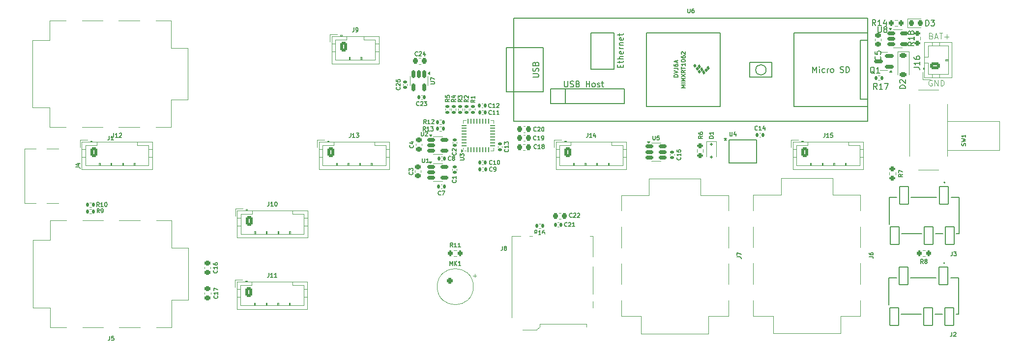
<source format=gto>
%TF.GenerationSoftware,KiCad,Pcbnew,8.0.2*%
%TF.CreationDate,2024-10-21T17:53:15+02:00*%
%TF.ProjectId,teensyAudioMidi,7465656e-7379-4417-9564-696f4d696469,rev?*%
%TF.SameCoordinates,Original*%
%TF.FileFunction,Legend,Top*%
%TF.FilePolarity,Positive*%
%FSLAX46Y46*%
G04 Gerber Fmt 4.6, Leading zero omitted, Abs format (unit mm)*
G04 Created by KiCad (PCBNEW 8.0.2) date 2024-10-21 17:53:15*
%MOMM*%
%LPD*%
G01*
G04 APERTURE LIST*
G04 Aperture macros list*
%AMRoundRect*
0 Rectangle with rounded corners*
0 $1 Rounding radius*
0 $2 $3 $4 $5 $6 $7 $8 $9 X,Y pos of 4 corners*
0 Add a 4 corners polygon primitive as box body*
4,1,4,$2,$3,$4,$5,$6,$7,$8,$9,$2,$3,0*
0 Add four circle primitives for the rounded corners*
1,1,$1+$1,$2,$3*
1,1,$1+$1,$4,$5*
1,1,$1+$1,$6,$7*
1,1,$1+$1,$8,$9*
0 Add four rect primitives between the rounded corners*
20,1,$1+$1,$2,$3,$4,$5,0*
20,1,$1+$1,$4,$5,$6,$7,0*
20,1,$1+$1,$6,$7,$8,$9,0*
20,1,$1+$1,$8,$9,$2,$3,0*%
%AMRotRect*
0 Rectangle, with rotation*
0 The origin of the aperture is its center*
0 $1 length*
0 $2 width*
0 $3 Rotation angle, in degrees counterclockwise*
0 Add horizontal line*
21,1,$1,$2,0,0,$3*%
G04 Aperture macros list end*
%ADD10C,0.100000*%
%ADD11C,0.150000*%
%ADD12C,0.175000*%
%ADD13C,0.120000*%
%ADD14C,0.152400*%
%ADD15C,0.127000*%
%ADD16C,0.200000*%
%ADD17RoundRect,0.135000X-0.135000X-0.185000X0.135000X-0.185000X0.135000X0.185000X-0.135000X0.185000X0*%
%ADD18RoundRect,0.150000X-0.512500X-0.150000X0.512500X-0.150000X0.512500X0.150000X-0.512500X0.150000X0*%
%ADD19RoundRect,0.200000X0.275000X-0.200000X0.275000X0.200000X-0.275000X0.200000X-0.275000X-0.200000X0*%
%ADD20RoundRect,0.200000X0.200000X0.275000X-0.200000X0.275000X-0.200000X-0.275000X0.200000X-0.275000X0*%
%ADD21RoundRect,0.150000X0.587500X0.150000X-0.587500X0.150000X-0.587500X-0.150000X0.587500X-0.150000X0*%
%ADD22RoundRect,0.250000X0.625000X-0.350000X0.625000X0.350000X-0.625000X0.350000X-0.625000X-0.350000X0*%
%ADD23O,1.750000X1.200000*%
%ADD24RoundRect,0.218750X-0.218750X-0.256250X0.218750X-0.256250X0.218750X0.256250X-0.218750X0.256250X0*%
%ADD25RoundRect,0.225000X-0.375000X0.225000X-0.375000X-0.225000X0.375000X-0.225000X0.375000X0.225000X0*%
%ADD26RoundRect,0.225000X0.250000X-0.225000X0.250000X0.225000X-0.250000X0.225000X-0.250000X-0.225000X0*%
%ADD27RoundRect,0.250000X-0.250000X-0.250000X0.250000X-0.250000X0.250000X0.250000X-0.250000X0.250000X0*%
%ADD28C,1.000000*%
%ADD29RoundRect,0.140000X0.140000X0.170000X-0.140000X0.170000X-0.140000X-0.170000X0.140000X-0.170000X0*%
%ADD30RoundRect,0.200000X-0.200000X-0.275000X0.200000X-0.275000X0.200000X0.275000X-0.200000X0.275000X0*%
%ADD31RoundRect,0.140000X0.170000X-0.140000X0.170000X0.140000X-0.170000X0.140000X-0.170000X-0.140000X0*%
%ADD32RoundRect,0.250000X-0.350000X-0.625000X0.350000X-0.625000X0.350000X0.625000X-0.350000X0.625000X0*%
%ADD33O,1.200000X1.750000*%
%ADD34RoundRect,0.225000X-0.250000X0.225000X-0.250000X-0.225000X0.250000X-0.225000X0.250000X0.225000X0*%
%ADD35RoundRect,0.200000X-0.275000X0.200000X-0.275000X-0.200000X0.275000X-0.200000X0.275000X0.200000X0*%
%ADD36RoundRect,0.225000X0.225000X0.250000X-0.225000X0.250000X-0.225000X-0.250000X0.225000X-0.250000X0*%
%ADD37C,0.650000*%
%ADD38R,1.450000X0.600000*%
%ADD39R,1.450000X0.300000*%
%ADD40O,2.100000X1.000000*%
%ADD41O,1.600000X1.000000*%
%ADD42RoundRect,0.135000X-0.185000X0.135000X-0.185000X-0.135000X0.185000X-0.135000X0.185000X0.135000X0*%
%ADD43RoundRect,0.140000X-0.170000X0.140000X-0.170000X-0.140000X0.170000X-0.140000X0.170000X0.140000X0*%
%ADD44RoundRect,0.140000X-0.140000X-0.170000X0.140000X-0.170000X0.140000X0.170000X-0.140000X0.170000X0*%
%ADD45RoundRect,0.225000X-0.225000X-0.250000X0.225000X-0.250000X0.225000X0.250000X-0.225000X0.250000X0*%
%ADD46R,1.208024X0.466344*%
%ADD47C,3.000000*%
%ADD48C,1.200000*%
%ADD49RoundRect,0.102000X0.750000X1.500000X-0.750000X1.500000X-0.750000X-1.500000X0.750000X-1.500000X0*%
%ADD50RoundRect,0.150000X-0.150000X0.512500X-0.150000X-0.512500X0.150000X-0.512500X0.150000X0.512500X0*%
%ADD51RoundRect,0.135000X0.135000X0.185000X-0.135000X0.185000X-0.135000X-0.185000X0.135000X-0.185000X0*%
%ADD52RoundRect,0.125000X-0.125000X0.125000X-0.125000X-0.125000X0.125000X-0.125000X0.125000X0.125000X0*%
%ADD53RoundRect,0.062500X0.062500X-0.337500X0.062500X0.337500X-0.062500X0.337500X-0.062500X-0.337500X0*%
%ADD54RoundRect,0.062500X0.337500X-0.062500X0.337500X0.062500X-0.337500X0.062500X-0.337500X-0.062500X0*%
%ADD55R,3.600000X3.600000*%
%ADD56R,0.700000X1.400000*%
%ADD57R,0.700000X1.200000*%
%ADD58R,1.200000X0.800000*%
%ADD59R,1.500000X1.900000*%
%ADD60RotRect,0.200000X0.200000X45.000000*%
%ADD61R,0.500000X0.500000*%
%ADD62R,1.000000X1.400000*%
%ADD63R,1.200000X1.200000*%
%ADD64R,1.200000X3.200000*%
%ADD65C,1.500000*%
%ADD66C,1.950000*%
%ADD67R,1.600000X1.600000*%
%ADD68C,1.600000*%
%ADD69R,1.300000X1.300000*%
%ADD70C,1.300000*%
G04 APERTURE END LIST*
D10*
X186277693Y-36330038D02*
X186182455Y-36282419D01*
X186182455Y-36282419D02*
X186039598Y-36282419D01*
X186039598Y-36282419D02*
X185896741Y-36330038D01*
X185896741Y-36330038D02*
X185801503Y-36425276D01*
X185801503Y-36425276D02*
X185753884Y-36520514D01*
X185753884Y-36520514D02*
X185706265Y-36710990D01*
X185706265Y-36710990D02*
X185706265Y-36853847D01*
X185706265Y-36853847D02*
X185753884Y-37044323D01*
X185753884Y-37044323D02*
X185801503Y-37139561D01*
X185801503Y-37139561D02*
X185896741Y-37234800D01*
X185896741Y-37234800D02*
X186039598Y-37282419D01*
X186039598Y-37282419D02*
X186134836Y-37282419D01*
X186134836Y-37282419D02*
X186277693Y-37234800D01*
X186277693Y-37234800D02*
X186325312Y-37187180D01*
X186325312Y-37187180D02*
X186325312Y-36853847D01*
X186325312Y-36853847D02*
X186134836Y-36853847D01*
X186753884Y-37282419D02*
X186753884Y-36282419D01*
X186753884Y-36282419D02*
X187325312Y-37282419D01*
X187325312Y-37282419D02*
X187325312Y-36282419D01*
X187801503Y-37282419D02*
X187801503Y-36282419D01*
X187801503Y-36282419D02*
X188039598Y-36282419D01*
X188039598Y-36282419D02*
X188182455Y-36330038D01*
X188182455Y-36330038D02*
X188277693Y-36425276D01*
X188277693Y-36425276D02*
X188325312Y-36520514D01*
X188325312Y-36520514D02*
X188372931Y-36710990D01*
X188372931Y-36710990D02*
X188372931Y-36853847D01*
X188372931Y-36853847D02*
X188325312Y-37044323D01*
X188325312Y-37044323D02*
X188277693Y-37139561D01*
X188277693Y-37139561D02*
X188182455Y-37234800D01*
X188182455Y-37234800D02*
X188039598Y-37282419D01*
X188039598Y-37282419D02*
X187801503Y-37282419D01*
X186177217Y-28668609D02*
X186320074Y-28716228D01*
X186320074Y-28716228D02*
X186367693Y-28763847D01*
X186367693Y-28763847D02*
X186415312Y-28859085D01*
X186415312Y-28859085D02*
X186415312Y-29001942D01*
X186415312Y-29001942D02*
X186367693Y-29097180D01*
X186367693Y-29097180D02*
X186320074Y-29144800D01*
X186320074Y-29144800D02*
X186224836Y-29192419D01*
X186224836Y-29192419D02*
X185843884Y-29192419D01*
X185843884Y-29192419D02*
X185843884Y-28192419D01*
X185843884Y-28192419D02*
X186177217Y-28192419D01*
X186177217Y-28192419D02*
X186272455Y-28240038D01*
X186272455Y-28240038D02*
X186320074Y-28287657D01*
X186320074Y-28287657D02*
X186367693Y-28382895D01*
X186367693Y-28382895D02*
X186367693Y-28478133D01*
X186367693Y-28478133D02*
X186320074Y-28573371D01*
X186320074Y-28573371D02*
X186272455Y-28620990D01*
X186272455Y-28620990D02*
X186177217Y-28668609D01*
X186177217Y-28668609D02*
X185843884Y-28668609D01*
X186796265Y-28906704D02*
X187272455Y-28906704D01*
X186701027Y-29192419D02*
X187034360Y-28192419D01*
X187034360Y-28192419D02*
X187367693Y-29192419D01*
X187558170Y-28192419D02*
X188129598Y-28192419D01*
X187843884Y-29192419D02*
X187843884Y-28192419D01*
X188462932Y-28811466D02*
X189224837Y-28811466D01*
X188843884Y-29192419D02*
X188843884Y-28430514D01*
D11*
X176854642Y-37862319D02*
X176521309Y-37386128D01*
X176283214Y-37862319D02*
X176283214Y-36862319D01*
X176283214Y-36862319D02*
X176664166Y-36862319D01*
X176664166Y-36862319D02*
X176759404Y-36909938D01*
X176759404Y-36909938D02*
X176807023Y-36957557D01*
X176807023Y-36957557D02*
X176854642Y-37052795D01*
X176854642Y-37052795D02*
X176854642Y-37195652D01*
X176854642Y-37195652D02*
X176807023Y-37290890D01*
X176807023Y-37290890D02*
X176759404Y-37338509D01*
X176759404Y-37338509D02*
X176664166Y-37386128D01*
X176664166Y-37386128D02*
X176283214Y-37386128D01*
X177807023Y-37862319D02*
X177235595Y-37862319D01*
X177521309Y-37862319D02*
X177521309Y-36862319D01*
X177521309Y-36862319D02*
X177426071Y-37005176D01*
X177426071Y-37005176D02*
X177330833Y-37100414D01*
X177330833Y-37100414D02*
X177235595Y-37148033D01*
X178140357Y-36862319D02*
X178807023Y-36862319D01*
X178807023Y-36862319D02*
X178378452Y-37862319D01*
X176988095Y-27084819D02*
X176988095Y-27894342D01*
X176988095Y-27894342D02*
X177035714Y-27989580D01*
X177035714Y-27989580D02*
X177083333Y-28037200D01*
X177083333Y-28037200D02*
X177178571Y-28084819D01*
X177178571Y-28084819D02*
X177369047Y-28084819D01*
X177369047Y-28084819D02*
X177464285Y-28037200D01*
X177464285Y-28037200D02*
X177511904Y-27989580D01*
X177511904Y-27989580D02*
X177559523Y-27894342D01*
X177559523Y-27894342D02*
X177559523Y-27084819D01*
X178178571Y-27513390D02*
X178083333Y-27465771D01*
X178083333Y-27465771D02*
X178035714Y-27418152D01*
X178035714Y-27418152D02*
X177988095Y-27322914D01*
X177988095Y-27322914D02*
X177988095Y-27275295D01*
X177988095Y-27275295D02*
X178035714Y-27180057D01*
X178035714Y-27180057D02*
X178083333Y-27132438D01*
X178083333Y-27132438D02*
X178178571Y-27084819D01*
X178178571Y-27084819D02*
X178369047Y-27084819D01*
X178369047Y-27084819D02*
X178464285Y-27132438D01*
X178464285Y-27132438D02*
X178511904Y-27180057D01*
X178511904Y-27180057D02*
X178559523Y-27275295D01*
X178559523Y-27275295D02*
X178559523Y-27322914D01*
X178559523Y-27322914D02*
X178511904Y-27418152D01*
X178511904Y-27418152D02*
X178464285Y-27465771D01*
X178464285Y-27465771D02*
X178369047Y-27513390D01*
X178369047Y-27513390D02*
X178178571Y-27513390D01*
X178178571Y-27513390D02*
X178083333Y-27561009D01*
X178083333Y-27561009D02*
X178035714Y-27608628D01*
X178035714Y-27608628D02*
X177988095Y-27703866D01*
X177988095Y-27703866D02*
X177988095Y-27894342D01*
X177988095Y-27894342D02*
X178035714Y-27989580D01*
X178035714Y-27989580D02*
X178083333Y-28037200D01*
X178083333Y-28037200D02*
X178178571Y-28084819D01*
X178178571Y-28084819D02*
X178369047Y-28084819D01*
X178369047Y-28084819D02*
X178464285Y-28037200D01*
X178464285Y-28037200D02*
X178511904Y-27989580D01*
X178511904Y-27989580D02*
X178559523Y-27894342D01*
X178559523Y-27894342D02*
X178559523Y-27703866D01*
X178559523Y-27703866D02*
X178511904Y-27608628D01*
X178511904Y-27608628D02*
X178464285Y-27561009D01*
X178464285Y-27561009D02*
X178369047Y-27513390D01*
X183194819Y-29752857D02*
X182718628Y-30086190D01*
X183194819Y-30324285D02*
X182194819Y-30324285D01*
X182194819Y-30324285D02*
X182194819Y-29943333D01*
X182194819Y-29943333D02*
X182242438Y-29848095D01*
X182242438Y-29848095D02*
X182290057Y-29800476D01*
X182290057Y-29800476D02*
X182385295Y-29752857D01*
X182385295Y-29752857D02*
X182528152Y-29752857D01*
X182528152Y-29752857D02*
X182623390Y-29800476D01*
X182623390Y-29800476D02*
X182671009Y-29848095D01*
X182671009Y-29848095D02*
X182718628Y-29943333D01*
X182718628Y-29943333D02*
X182718628Y-30324285D01*
X183194819Y-28800476D02*
X183194819Y-29371904D01*
X183194819Y-29086190D02*
X182194819Y-29086190D01*
X182194819Y-29086190D02*
X182337676Y-29181428D01*
X182337676Y-29181428D02*
X182432914Y-29276666D01*
X182432914Y-29276666D02*
X182480533Y-29371904D01*
X182623390Y-28229047D02*
X182575771Y-28324285D01*
X182575771Y-28324285D02*
X182528152Y-28371904D01*
X182528152Y-28371904D02*
X182432914Y-28419523D01*
X182432914Y-28419523D02*
X182385295Y-28419523D01*
X182385295Y-28419523D02*
X182290057Y-28371904D01*
X182290057Y-28371904D02*
X182242438Y-28324285D01*
X182242438Y-28324285D02*
X182194819Y-28229047D01*
X182194819Y-28229047D02*
X182194819Y-28038571D01*
X182194819Y-28038571D02*
X182242438Y-27943333D01*
X182242438Y-27943333D02*
X182290057Y-27895714D01*
X182290057Y-27895714D02*
X182385295Y-27848095D01*
X182385295Y-27848095D02*
X182432914Y-27848095D01*
X182432914Y-27848095D02*
X182528152Y-27895714D01*
X182528152Y-27895714D02*
X182575771Y-27943333D01*
X182575771Y-27943333D02*
X182623390Y-28038571D01*
X182623390Y-28038571D02*
X182623390Y-28229047D01*
X182623390Y-28229047D02*
X182671009Y-28324285D01*
X182671009Y-28324285D02*
X182718628Y-28371904D01*
X182718628Y-28371904D02*
X182813866Y-28419523D01*
X182813866Y-28419523D02*
X183004342Y-28419523D01*
X183004342Y-28419523D02*
X183099580Y-28371904D01*
X183099580Y-28371904D02*
X183147200Y-28324285D01*
X183147200Y-28324285D02*
X183194819Y-28229047D01*
X183194819Y-28229047D02*
X183194819Y-28038571D01*
X183194819Y-28038571D02*
X183147200Y-27943333D01*
X183147200Y-27943333D02*
X183099580Y-27895714D01*
X183099580Y-27895714D02*
X183004342Y-27848095D01*
X183004342Y-27848095D02*
X182813866Y-27848095D01*
X182813866Y-27848095D02*
X182718628Y-27895714D01*
X182718628Y-27895714D02*
X182671009Y-27943333D01*
X182671009Y-27943333D02*
X182623390Y-28038571D01*
X176617142Y-26884819D02*
X176283809Y-26408628D01*
X176045714Y-26884819D02*
X176045714Y-25884819D01*
X176045714Y-25884819D02*
X176426666Y-25884819D01*
X176426666Y-25884819D02*
X176521904Y-25932438D01*
X176521904Y-25932438D02*
X176569523Y-25980057D01*
X176569523Y-25980057D02*
X176617142Y-26075295D01*
X176617142Y-26075295D02*
X176617142Y-26218152D01*
X176617142Y-26218152D02*
X176569523Y-26313390D01*
X176569523Y-26313390D02*
X176521904Y-26361009D01*
X176521904Y-26361009D02*
X176426666Y-26408628D01*
X176426666Y-26408628D02*
X176045714Y-26408628D01*
X177569523Y-26884819D02*
X176998095Y-26884819D01*
X177283809Y-26884819D02*
X177283809Y-25884819D01*
X177283809Y-25884819D02*
X177188571Y-26027676D01*
X177188571Y-26027676D02*
X177093333Y-26122914D01*
X177093333Y-26122914D02*
X176998095Y-26170533D01*
X178426666Y-26218152D02*
X178426666Y-26884819D01*
X178188571Y-25837200D02*
X177950476Y-26551485D01*
X177950476Y-26551485D02*
X178569523Y-26551485D01*
X176414761Y-35160057D02*
X176319523Y-35112438D01*
X176319523Y-35112438D02*
X176224285Y-35017200D01*
X176224285Y-35017200D02*
X176081428Y-34874342D01*
X176081428Y-34874342D02*
X175986190Y-34826723D01*
X175986190Y-34826723D02*
X175890952Y-34826723D01*
X175938571Y-35064819D02*
X175843333Y-35017200D01*
X175843333Y-35017200D02*
X175748095Y-34921961D01*
X175748095Y-34921961D02*
X175700476Y-34731485D01*
X175700476Y-34731485D02*
X175700476Y-34398152D01*
X175700476Y-34398152D02*
X175748095Y-34207676D01*
X175748095Y-34207676D02*
X175843333Y-34112438D01*
X175843333Y-34112438D02*
X175938571Y-34064819D01*
X175938571Y-34064819D02*
X176129047Y-34064819D01*
X176129047Y-34064819D02*
X176224285Y-34112438D01*
X176224285Y-34112438D02*
X176319523Y-34207676D01*
X176319523Y-34207676D02*
X176367142Y-34398152D01*
X176367142Y-34398152D02*
X176367142Y-34731485D01*
X176367142Y-34731485D02*
X176319523Y-34921961D01*
X176319523Y-34921961D02*
X176224285Y-35017200D01*
X176224285Y-35017200D02*
X176129047Y-35064819D01*
X176129047Y-35064819D02*
X175938571Y-35064819D01*
X177319523Y-35064819D02*
X176748095Y-35064819D01*
X177033809Y-35064819D02*
X177033809Y-34064819D01*
X177033809Y-34064819D02*
X176938571Y-34207676D01*
X176938571Y-34207676D02*
X176843333Y-34302914D01*
X176843333Y-34302914D02*
X176748095Y-34350533D01*
X183194819Y-34119523D02*
X183909104Y-34119523D01*
X183909104Y-34119523D02*
X184051961Y-34167142D01*
X184051961Y-34167142D02*
X184147200Y-34262380D01*
X184147200Y-34262380D02*
X184194819Y-34405237D01*
X184194819Y-34405237D02*
X184194819Y-34500475D01*
X184194819Y-33119523D02*
X184194819Y-33690951D01*
X184194819Y-33405237D02*
X183194819Y-33405237D01*
X183194819Y-33405237D02*
X183337676Y-33500475D01*
X183337676Y-33500475D02*
X183432914Y-33595713D01*
X183432914Y-33595713D02*
X183480533Y-33690951D01*
X183194819Y-32262380D02*
X183194819Y-32452856D01*
X183194819Y-32452856D02*
X183242438Y-32548094D01*
X183242438Y-32548094D02*
X183290057Y-32595713D01*
X183290057Y-32595713D02*
X183432914Y-32690951D01*
X183432914Y-32690951D02*
X183623390Y-32738570D01*
X183623390Y-32738570D02*
X184004342Y-32738570D01*
X184004342Y-32738570D02*
X184099580Y-32690951D01*
X184099580Y-32690951D02*
X184147200Y-32643332D01*
X184147200Y-32643332D02*
X184194819Y-32548094D01*
X184194819Y-32548094D02*
X184194819Y-32357618D01*
X184194819Y-32357618D02*
X184147200Y-32262380D01*
X184147200Y-32262380D02*
X184099580Y-32214761D01*
X184099580Y-32214761D02*
X184004342Y-32167142D01*
X184004342Y-32167142D02*
X183766247Y-32167142D01*
X183766247Y-32167142D02*
X183671009Y-32214761D01*
X183671009Y-32214761D02*
X183623390Y-32262380D01*
X183623390Y-32262380D02*
X183575771Y-32357618D01*
X183575771Y-32357618D02*
X183575771Y-32548094D01*
X183575771Y-32548094D02*
X183623390Y-32643332D01*
X183623390Y-32643332D02*
X183671009Y-32690951D01*
X183671009Y-32690951D02*
X183766247Y-32738570D01*
X185211905Y-26934819D02*
X185211905Y-25934819D01*
X185211905Y-25934819D02*
X185450000Y-25934819D01*
X185450000Y-25934819D02*
X185592857Y-25982438D01*
X185592857Y-25982438D02*
X185688095Y-26077676D01*
X185688095Y-26077676D02*
X185735714Y-26172914D01*
X185735714Y-26172914D02*
X185783333Y-26363390D01*
X185783333Y-26363390D02*
X185783333Y-26506247D01*
X185783333Y-26506247D02*
X185735714Y-26696723D01*
X185735714Y-26696723D02*
X185688095Y-26791961D01*
X185688095Y-26791961D02*
X185592857Y-26887200D01*
X185592857Y-26887200D02*
X185450000Y-26934819D01*
X185450000Y-26934819D02*
X185211905Y-26934819D01*
X186116667Y-25934819D02*
X186735714Y-25934819D01*
X186735714Y-25934819D02*
X186402381Y-26315771D01*
X186402381Y-26315771D02*
X186545238Y-26315771D01*
X186545238Y-26315771D02*
X186640476Y-26363390D01*
X186640476Y-26363390D02*
X186688095Y-26411009D01*
X186688095Y-26411009D02*
X186735714Y-26506247D01*
X186735714Y-26506247D02*
X186735714Y-26744342D01*
X186735714Y-26744342D02*
X186688095Y-26839580D01*
X186688095Y-26839580D02*
X186640476Y-26887200D01*
X186640476Y-26887200D02*
X186545238Y-26934819D01*
X186545238Y-26934819D02*
X186259524Y-26934819D01*
X186259524Y-26934819D02*
X186164286Y-26887200D01*
X186164286Y-26887200D02*
X186116667Y-26839580D01*
X181734819Y-37738094D02*
X180734819Y-37738094D01*
X180734819Y-37738094D02*
X180734819Y-37499999D01*
X180734819Y-37499999D02*
X180782438Y-37357142D01*
X180782438Y-37357142D02*
X180877676Y-37261904D01*
X180877676Y-37261904D02*
X180972914Y-37214285D01*
X180972914Y-37214285D02*
X181163390Y-37166666D01*
X181163390Y-37166666D02*
X181306247Y-37166666D01*
X181306247Y-37166666D02*
X181496723Y-37214285D01*
X181496723Y-37214285D02*
X181591961Y-37261904D01*
X181591961Y-37261904D02*
X181687200Y-37357142D01*
X181687200Y-37357142D02*
X181734819Y-37499999D01*
X181734819Y-37499999D02*
X181734819Y-37738094D01*
X180830057Y-36785713D02*
X180782438Y-36738094D01*
X180782438Y-36738094D02*
X180734819Y-36642856D01*
X180734819Y-36642856D02*
X180734819Y-36404761D01*
X180734819Y-36404761D02*
X180782438Y-36309523D01*
X180782438Y-36309523D02*
X180830057Y-36261904D01*
X180830057Y-36261904D02*
X180925295Y-36214285D01*
X180925295Y-36214285D02*
X181020533Y-36214285D01*
X181020533Y-36214285D02*
X181163390Y-36261904D01*
X181163390Y-36261904D02*
X181734819Y-36833332D01*
X181734819Y-36833332D02*
X181734819Y-36214285D01*
X177389580Y-32246666D02*
X177437200Y-32294285D01*
X177437200Y-32294285D02*
X177484819Y-32437142D01*
X177484819Y-32437142D02*
X177484819Y-32532380D01*
X177484819Y-32532380D02*
X177437200Y-32675237D01*
X177437200Y-32675237D02*
X177341961Y-32770475D01*
X177341961Y-32770475D02*
X177246723Y-32818094D01*
X177246723Y-32818094D02*
X177056247Y-32865713D01*
X177056247Y-32865713D02*
X176913390Y-32865713D01*
X176913390Y-32865713D02*
X176722914Y-32818094D01*
X176722914Y-32818094D02*
X176627676Y-32770475D01*
X176627676Y-32770475D02*
X176532438Y-32675237D01*
X176532438Y-32675237D02*
X176484819Y-32532380D01*
X176484819Y-32532380D02*
X176484819Y-32437142D01*
X176484819Y-32437142D02*
X176532438Y-32294285D01*
X176532438Y-32294285D02*
X176580057Y-32246666D01*
X176484819Y-31341904D02*
X176484819Y-31818094D01*
X176484819Y-31818094D02*
X176961009Y-31865713D01*
X176961009Y-31865713D02*
X176913390Y-31818094D01*
X176913390Y-31818094D02*
X176865771Y-31722856D01*
X176865771Y-31722856D02*
X176865771Y-31484761D01*
X176865771Y-31484761D02*
X176913390Y-31389523D01*
X176913390Y-31389523D02*
X176961009Y-31341904D01*
X176961009Y-31341904D02*
X177056247Y-31294285D01*
X177056247Y-31294285D02*
X177294342Y-31294285D01*
X177294342Y-31294285D02*
X177389580Y-31341904D01*
X177389580Y-31341904D02*
X177437200Y-31389523D01*
X177437200Y-31389523D02*
X177484819Y-31484761D01*
X177484819Y-31484761D02*
X177484819Y-31722856D01*
X177484819Y-31722856D02*
X177437200Y-31818094D01*
X177437200Y-31818094D02*
X177389580Y-31865713D01*
X103283333Y-68246033D02*
X103283333Y-67546033D01*
X103283333Y-67546033D02*
X103516667Y-68046033D01*
X103516667Y-68046033D02*
X103750000Y-67546033D01*
X103750000Y-67546033D02*
X103750000Y-68246033D01*
X104083333Y-68246033D02*
X104083333Y-67546033D01*
X104483333Y-68246033D02*
X104183333Y-67846033D01*
X104483333Y-67546033D02*
X104083333Y-67946033D01*
X105150000Y-68246033D02*
X104750000Y-68246033D01*
X104950000Y-68246033D02*
X104950000Y-67546033D01*
X104950000Y-67546033D02*
X104883333Y-67646033D01*
X104883333Y-67646033D02*
X104816667Y-67712700D01*
X104816667Y-67712700D02*
X104750000Y-67746033D01*
X103430833Y-50079366D02*
X103397500Y-50112700D01*
X103397500Y-50112700D02*
X103297500Y-50146033D01*
X103297500Y-50146033D02*
X103230833Y-50146033D01*
X103230833Y-50146033D02*
X103130833Y-50112700D01*
X103130833Y-50112700D02*
X103064167Y-50046033D01*
X103064167Y-50046033D02*
X103030833Y-49979366D01*
X103030833Y-49979366D02*
X102997500Y-49846033D01*
X102997500Y-49846033D02*
X102997500Y-49746033D01*
X102997500Y-49746033D02*
X103030833Y-49612700D01*
X103030833Y-49612700D02*
X103064167Y-49546033D01*
X103064167Y-49546033D02*
X103130833Y-49479366D01*
X103130833Y-49479366D02*
X103230833Y-49446033D01*
X103230833Y-49446033D02*
X103297500Y-49446033D01*
X103297500Y-49446033D02*
X103397500Y-49479366D01*
X103397500Y-49479366D02*
X103430833Y-49512700D01*
X103830833Y-49746033D02*
X103764167Y-49712700D01*
X103764167Y-49712700D02*
X103730833Y-49679366D01*
X103730833Y-49679366D02*
X103697500Y-49612700D01*
X103697500Y-49612700D02*
X103697500Y-49579366D01*
X103697500Y-49579366D02*
X103730833Y-49512700D01*
X103730833Y-49512700D02*
X103764167Y-49479366D01*
X103764167Y-49479366D02*
X103830833Y-49446033D01*
X103830833Y-49446033D02*
X103964167Y-49446033D01*
X103964167Y-49446033D02*
X104030833Y-49479366D01*
X104030833Y-49479366D02*
X104064167Y-49512700D01*
X104064167Y-49512700D02*
X104097500Y-49579366D01*
X104097500Y-49579366D02*
X104097500Y-49612700D01*
X104097500Y-49612700D02*
X104064167Y-49679366D01*
X104064167Y-49679366D02*
X104030833Y-49712700D01*
X104030833Y-49712700D02*
X103964167Y-49746033D01*
X103964167Y-49746033D02*
X103830833Y-49746033D01*
X103830833Y-49746033D02*
X103764167Y-49779366D01*
X103764167Y-49779366D02*
X103730833Y-49812700D01*
X103730833Y-49812700D02*
X103697500Y-49879366D01*
X103697500Y-49879366D02*
X103697500Y-50012700D01*
X103697500Y-50012700D02*
X103730833Y-50079366D01*
X103730833Y-50079366D02*
X103764167Y-50112700D01*
X103764167Y-50112700D02*
X103830833Y-50146033D01*
X103830833Y-50146033D02*
X103964167Y-50146033D01*
X103964167Y-50146033D02*
X104030833Y-50112700D01*
X104030833Y-50112700D02*
X104064167Y-50079366D01*
X104064167Y-50079366D02*
X104097500Y-50012700D01*
X104097500Y-50012700D02*
X104097500Y-49879366D01*
X104097500Y-49879366D02*
X104064167Y-49812700D01*
X104064167Y-49812700D02*
X104030833Y-49779366D01*
X104030833Y-49779366D02*
X103964167Y-49746033D01*
X103759999Y-65076033D02*
X103526666Y-64742700D01*
X103359999Y-65076033D02*
X103359999Y-64376033D01*
X103359999Y-64376033D02*
X103626666Y-64376033D01*
X103626666Y-64376033D02*
X103693333Y-64409366D01*
X103693333Y-64409366D02*
X103726666Y-64442700D01*
X103726666Y-64442700D02*
X103759999Y-64509366D01*
X103759999Y-64509366D02*
X103759999Y-64609366D01*
X103759999Y-64609366D02*
X103726666Y-64676033D01*
X103726666Y-64676033D02*
X103693333Y-64709366D01*
X103693333Y-64709366D02*
X103626666Y-64742700D01*
X103626666Y-64742700D02*
X103359999Y-64742700D01*
X104426666Y-65076033D02*
X104026666Y-65076033D01*
X104226666Y-65076033D02*
X104226666Y-64376033D01*
X104226666Y-64376033D02*
X104159999Y-64476033D01*
X104159999Y-64476033D02*
X104093333Y-64542700D01*
X104093333Y-64542700D02*
X104026666Y-64576033D01*
X105093333Y-65076033D02*
X104693333Y-65076033D01*
X104893333Y-65076033D02*
X104893333Y-64376033D01*
X104893333Y-64376033D02*
X104826666Y-64476033D01*
X104826666Y-64476033D02*
X104760000Y-64542700D01*
X104760000Y-64542700D02*
X104693333Y-64576033D01*
X94654366Y-37522500D02*
X94687700Y-37555833D01*
X94687700Y-37555833D02*
X94721033Y-37655833D01*
X94721033Y-37655833D02*
X94721033Y-37722500D01*
X94721033Y-37722500D02*
X94687700Y-37822500D01*
X94687700Y-37822500D02*
X94621033Y-37889167D01*
X94621033Y-37889167D02*
X94554366Y-37922500D01*
X94554366Y-37922500D02*
X94421033Y-37955833D01*
X94421033Y-37955833D02*
X94321033Y-37955833D01*
X94321033Y-37955833D02*
X94187700Y-37922500D01*
X94187700Y-37922500D02*
X94121033Y-37889167D01*
X94121033Y-37889167D02*
X94054366Y-37822500D01*
X94054366Y-37822500D02*
X94021033Y-37722500D01*
X94021033Y-37722500D02*
X94021033Y-37655833D01*
X94021033Y-37655833D02*
X94054366Y-37555833D01*
X94054366Y-37555833D02*
X94087700Y-37522500D01*
X94087700Y-37255833D02*
X94054366Y-37222500D01*
X94054366Y-37222500D02*
X94021033Y-37155833D01*
X94021033Y-37155833D02*
X94021033Y-36989167D01*
X94021033Y-36989167D02*
X94054366Y-36922500D01*
X94054366Y-36922500D02*
X94087700Y-36889167D01*
X94087700Y-36889167D02*
X94154366Y-36855833D01*
X94154366Y-36855833D02*
X94221033Y-36855833D01*
X94221033Y-36855833D02*
X94321033Y-36889167D01*
X94321033Y-36889167D02*
X94721033Y-37289167D01*
X94721033Y-37289167D02*
X94721033Y-36855833D01*
X94021033Y-36222500D02*
X94021033Y-36555833D01*
X94021033Y-36555833D02*
X94354366Y-36589166D01*
X94354366Y-36589166D02*
X94321033Y-36555833D01*
X94321033Y-36555833D02*
X94287700Y-36489166D01*
X94287700Y-36489166D02*
X94287700Y-36322500D01*
X94287700Y-36322500D02*
X94321033Y-36255833D01*
X94321033Y-36255833D02*
X94354366Y-36222500D01*
X94354366Y-36222500D02*
X94421033Y-36189166D01*
X94421033Y-36189166D02*
X94587700Y-36189166D01*
X94587700Y-36189166D02*
X94654366Y-36222500D01*
X94654366Y-36222500D02*
X94687700Y-36255833D01*
X94687700Y-36255833D02*
X94721033Y-36322500D01*
X94721033Y-36322500D02*
X94721033Y-36489166D01*
X94721033Y-36489166D02*
X94687700Y-36555833D01*
X94687700Y-36555833D02*
X94654366Y-36589166D01*
X99189999Y-43806033D02*
X98956666Y-43472700D01*
X98789999Y-43806033D02*
X98789999Y-43106033D01*
X98789999Y-43106033D02*
X99056666Y-43106033D01*
X99056666Y-43106033D02*
X99123333Y-43139366D01*
X99123333Y-43139366D02*
X99156666Y-43172700D01*
X99156666Y-43172700D02*
X99189999Y-43239366D01*
X99189999Y-43239366D02*
X99189999Y-43339366D01*
X99189999Y-43339366D02*
X99156666Y-43406033D01*
X99156666Y-43406033D02*
X99123333Y-43439366D01*
X99123333Y-43439366D02*
X99056666Y-43472700D01*
X99056666Y-43472700D02*
X98789999Y-43472700D01*
X99856666Y-43806033D02*
X99456666Y-43806033D01*
X99656666Y-43806033D02*
X99656666Y-43106033D01*
X99656666Y-43106033D02*
X99589999Y-43206033D01*
X99589999Y-43206033D02*
X99523333Y-43272700D01*
X99523333Y-43272700D02*
X99456666Y-43306033D01*
X100123333Y-43172700D02*
X100156666Y-43139366D01*
X100156666Y-43139366D02*
X100223333Y-43106033D01*
X100223333Y-43106033D02*
X100390000Y-43106033D01*
X100390000Y-43106033D02*
X100456666Y-43139366D01*
X100456666Y-43139366D02*
X100490000Y-43172700D01*
X100490000Y-43172700D02*
X100523333Y-43239366D01*
X100523333Y-43239366D02*
X100523333Y-43306033D01*
X100523333Y-43306033D02*
X100490000Y-43406033D01*
X100490000Y-43406033D02*
X100090000Y-43806033D01*
X100090000Y-43806033D02*
X100523333Y-43806033D01*
X167846667Y-45466033D02*
X167846667Y-45966033D01*
X167846667Y-45966033D02*
X167813334Y-46066033D01*
X167813334Y-46066033D02*
X167746667Y-46132700D01*
X167746667Y-46132700D02*
X167646667Y-46166033D01*
X167646667Y-46166033D02*
X167580001Y-46166033D01*
X168546667Y-46166033D02*
X168146667Y-46166033D01*
X168346667Y-46166033D02*
X168346667Y-45466033D01*
X168346667Y-45466033D02*
X168280000Y-45566033D01*
X168280000Y-45566033D02*
X168213334Y-45632700D01*
X168213334Y-45632700D02*
X168146667Y-45666033D01*
X169180001Y-45466033D02*
X168846667Y-45466033D01*
X168846667Y-45466033D02*
X168813334Y-45799366D01*
X168813334Y-45799366D02*
X168846667Y-45766033D01*
X168846667Y-45766033D02*
X168913334Y-45732700D01*
X168913334Y-45732700D02*
X169080001Y-45732700D01*
X169080001Y-45732700D02*
X169146667Y-45766033D01*
X169146667Y-45766033D02*
X169180001Y-45799366D01*
X169180001Y-45799366D02*
X169213334Y-45866033D01*
X169213334Y-45866033D02*
X169213334Y-46032700D01*
X169213334Y-46032700D02*
X169180001Y-46099366D01*
X169180001Y-46099366D02*
X169146667Y-46132700D01*
X169146667Y-46132700D02*
X169080001Y-46166033D01*
X169080001Y-46166033D02*
X168913334Y-46166033D01*
X168913334Y-46166033D02*
X168846667Y-46132700D01*
X168846667Y-46132700D02*
X168813334Y-46099366D01*
X63179366Y-69125000D02*
X63212700Y-69158333D01*
X63212700Y-69158333D02*
X63246033Y-69258333D01*
X63246033Y-69258333D02*
X63246033Y-69325000D01*
X63246033Y-69325000D02*
X63212700Y-69425000D01*
X63212700Y-69425000D02*
X63146033Y-69491667D01*
X63146033Y-69491667D02*
X63079366Y-69525000D01*
X63079366Y-69525000D02*
X62946033Y-69558333D01*
X62946033Y-69558333D02*
X62846033Y-69558333D01*
X62846033Y-69558333D02*
X62712700Y-69525000D01*
X62712700Y-69525000D02*
X62646033Y-69491667D01*
X62646033Y-69491667D02*
X62579366Y-69425000D01*
X62579366Y-69425000D02*
X62546033Y-69325000D01*
X62546033Y-69325000D02*
X62546033Y-69258333D01*
X62546033Y-69258333D02*
X62579366Y-69158333D01*
X62579366Y-69158333D02*
X62612700Y-69125000D01*
X63246033Y-68458333D02*
X63246033Y-68858333D01*
X63246033Y-68658333D02*
X62546033Y-68658333D01*
X62546033Y-68658333D02*
X62646033Y-68725000D01*
X62646033Y-68725000D02*
X62712700Y-68791667D01*
X62712700Y-68791667D02*
X62746033Y-68858333D01*
X62546033Y-67858333D02*
X62546033Y-67991666D01*
X62546033Y-67991666D02*
X62579366Y-68058333D01*
X62579366Y-68058333D02*
X62612700Y-68091666D01*
X62612700Y-68091666D02*
X62712700Y-68158333D01*
X62712700Y-68158333D02*
X62846033Y-68191666D01*
X62846033Y-68191666D02*
X63112700Y-68191666D01*
X63112700Y-68191666D02*
X63179366Y-68158333D01*
X63179366Y-68158333D02*
X63212700Y-68125000D01*
X63212700Y-68125000D02*
X63246033Y-68058333D01*
X63246033Y-68058333D02*
X63246033Y-67925000D01*
X63246033Y-67925000D02*
X63212700Y-67858333D01*
X63212700Y-67858333D02*
X63179366Y-67825000D01*
X63179366Y-67825000D02*
X63112700Y-67791666D01*
X63112700Y-67791666D02*
X62946033Y-67791666D01*
X62946033Y-67791666D02*
X62879366Y-67825000D01*
X62879366Y-67825000D02*
X62846033Y-67858333D01*
X62846033Y-67858333D02*
X62812700Y-67925000D01*
X62812700Y-67925000D02*
X62812700Y-68058333D01*
X62812700Y-68058333D02*
X62846033Y-68125000D01*
X62846033Y-68125000D02*
X62879366Y-68158333D01*
X62879366Y-68158333D02*
X62946033Y-68191666D01*
X181246033Y-52536666D02*
X180912700Y-52769999D01*
X181246033Y-52936666D02*
X180546033Y-52936666D01*
X180546033Y-52936666D02*
X180546033Y-52669999D01*
X180546033Y-52669999D02*
X180579366Y-52603333D01*
X180579366Y-52603333D02*
X180612700Y-52569999D01*
X180612700Y-52569999D02*
X180679366Y-52536666D01*
X180679366Y-52536666D02*
X180779366Y-52536666D01*
X180779366Y-52536666D02*
X180846033Y-52569999D01*
X180846033Y-52569999D02*
X180879366Y-52603333D01*
X180879366Y-52603333D02*
X180912700Y-52669999D01*
X180912700Y-52669999D02*
X180912700Y-52936666D01*
X180546033Y-52303333D02*
X180546033Y-51836666D01*
X180546033Y-51836666D02*
X181246033Y-52136666D01*
X72093333Y-69596033D02*
X72093333Y-70096033D01*
X72093333Y-70096033D02*
X72060000Y-70196033D01*
X72060000Y-70196033D02*
X71993333Y-70262700D01*
X71993333Y-70262700D02*
X71893333Y-70296033D01*
X71893333Y-70296033D02*
X71826667Y-70296033D01*
X72793333Y-70296033D02*
X72393333Y-70296033D01*
X72593333Y-70296033D02*
X72593333Y-69596033D01*
X72593333Y-69596033D02*
X72526666Y-69696033D01*
X72526666Y-69696033D02*
X72460000Y-69762700D01*
X72460000Y-69762700D02*
X72393333Y-69796033D01*
X73460000Y-70296033D02*
X73060000Y-70296033D01*
X73260000Y-70296033D02*
X73260000Y-69596033D01*
X73260000Y-69596033D02*
X73193333Y-69696033D01*
X73193333Y-69696033D02*
X73126667Y-69762700D01*
X73126667Y-69762700D02*
X73060000Y-69796033D01*
X118184999Y-48049366D02*
X118151666Y-48082700D01*
X118151666Y-48082700D02*
X118051666Y-48116033D01*
X118051666Y-48116033D02*
X117984999Y-48116033D01*
X117984999Y-48116033D02*
X117884999Y-48082700D01*
X117884999Y-48082700D02*
X117818333Y-48016033D01*
X117818333Y-48016033D02*
X117784999Y-47949366D01*
X117784999Y-47949366D02*
X117751666Y-47816033D01*
X117751666Y-47816033D02*
X117751666Y-47716033D01*
X117751666Y-47716033D02*
X117784999Y-47582700D01*
X117784999Y-47582700D02*
X117818333Y-47516033D01*
X117818333Y-47516033D02*
X117884999Y-47449366D01*
X117884999Y-47449366D02*
X117984999Y-47416033D01*
X117984999Y-47416033D02*
X118051666Y-47416033D01*
X118051666Y-47416033D02*
X118151666Y-47449366D01*
X118151666Y-47449366D02*
X118184999Y-47482700D01*
X118851666Y-48116033D02*
X118451666Y-48116033D01*
X118651666Y-48116033D02*
X118651666Y-47416033D01*
X118651666Y-47416033D02*
X118584999Y-47516033D01*
X118584999Y-47516033D02*
X118518333Y-47582700D01*
X118518333Y-47582700D02*
X118451666Y-47616033D01*
X119251666Y-47716033D02*
X119185000Y-47682700D01*
X119185000Y-47682700D02*
X119151666Y-47649366D01*
X119151666Y-47649366D02*
X119118333Y-47582700D01*
X119118333Y-47582700D02*
X119118333Y-47549366D01*
X119118333Y-47549366D02*
X119151666Y-47482700D01*
X119151666Y-47482700D02*
X119185000Y-47449366D01*
X119185000Y-47449366D02*
X119251666Y-47416033D01*
X119251666Y-47416033D02*
X119385000Y-47416033D01*
X119385000Y-47416033D02*
X119451666Y-47449366D01*
X119451666Y-47449366D02*
X119485000Y-47482700D01*
X119485000Y-47482700D02*
X119518333Y-47549366D01*
X119518333Y-47549366D02*
X119518333Y-47582700D01*
X119518333Y-47582700D02*
X119485000Y-47649366D01*
X119485000Y-47649366D02*
X119451666Y-47682700D01*
X119451666Y-47682700D02*
X119385000Y-47716033D01*
X119385000Y-47716033D02*
X119251666Y-47716033D01*
X119251666Y-47716033D02*
X119185000Y-47749366D01*
X119185000Y-47749366D02*
X119151666Y-47782700D01*
X119151666Y-47782700D02*
X119118333Y-47849366D01*
X119118333Y-47849366D02*
X119118333Y-47982700D01*
X119118333Y-47982700D02*
X119151666Y-48049366D01*
X119151666Y-48049366D02*
X119185000Y-48082700D01*
X119185000Y-48082700D02*
X119251666Y-48116033D01*
X119251666Y-48116033D02*
X119385000Y-48116033D01*
X119385000Y-48116033D02*
X119451666Y-48082700D01*
X119451666Y-48082700D02*
X119485000Y-48049366D01*
X119485000Y-48049366D02*
X119518333Y-47982700D01*
X119518333Y-47982700D02*
X119518333Y-47849366D01*
X119518333Y-47849366D02*
X119485000Y-47782700D01*
X119485000Y-47782700D02*
X119451666Y-47749366D01*
X119451666Y-47749366D02*
X119385000Y-47716033D01*
X38866033Y-51283333D02*
X39366033Y-51283333D01*
X39366033Y-51283333D02*
X39466033Y-51316666D01*
X39466033Y-51316666D02*
X39532700Y-51383333D01*
X39532700Y-51383333D02*
X39566033Y-51483333D01*
X39566033Y-51483333D02*
X39566033Y-51550000D01*
X39099366Y-50650000D02*
X39566033Y-50650000D01*
X38832700Y-50816667D02*
X39332700Y-50983333D01*
X39332700Y-50983333D02*
X39332700Y-50550000D01*
X104236033Y-39616666D02*
X103902700Y-39849999D01*
X104236033Y-40016666D02*
X103536033Y-40016666D01*
X103536033Y-40016666D02*
X103536033Y-39749999D01*
X103536033Y-39749999D02*
X103569366Y-39683333D01*
X103569366Y-39683333D02*
X103602700Y-39649999D01*
X103602700Y-39649999D02*
X103669366Y-39616666D01*
X103669366Y-39616666D02*
X103769366Y-39616666D01*
X103769366Y-39616666D02*
X103836033Y-39649999D01*
X103836033Y-39649999D02*
X103869366Y-39683333D01*
X103869366Y-39683333D02*
X103902700Y-39749999D01*
X103902700Y-39749999D02*
X103902700Y-40016666D01*
X103769366Y-39016666D02*
X104236033Y-39016666D01*
X103502700Y-39183333D02*
X104002700Y-39349999D01*
X104002700Y-39349999D02*
X104002700Y-38916666D01*
X45376667Y-45466033D02*
X45376667Y-45966033D01*
X45376667Y-45966033D02*
X45343334Y-46066033D01*
X45343334Y-46066033D02*
X45276667Y-46132700D01*
X45276667Y-46132700D02*
X45176667Y-46166033D01*
X45176667Y-46166033D02*
X45110001Y-46166033D01*
X46076667Y-46166033D02*
X45676667Y-46166033D01*
X45876667Y-46166033D02*
X45876667Y-45466033D01*
X45876667Y-45466033D02*
X45810000Y-45566033D01*
X45810000Y-45566033D02*
X45743334Y-45632700D01*
X45743334Y-45632700D02*
X45676667Y-45666033D01*
X46343334Y-45532700D02*
X46376667Y-45499366D01*
X46376667Y-45499366D02*
X46443334Y-45466033D01*
X46443334Y-45466033D02*
X46610001Y-45466033D01*
X46610001Y-45466033D02*
X46676667Y-45499366D01*
X46676667Y-45499366D02*
X46710001Y-45532700D01*
X46710001Y-45532700D02*
X46743334Y-45599366D01*
X46743334Y-45599366D02*
X46743334Y-45666033D01*
X46743334Y-45666033D02*
X46710001Y-45766033D01*
X46710001Y-45766033D02*
X46310001Y-46166033D01*
X46310001Y-46166033D02*
X46743334Y-46166033D01*
X99082499Y-45046033D02*
X98849166Y-44712700D01*
X98682499Y-45046033D02*
X98682499Y-44346033D01*
X98682499Y-44346033D02*
X98949166Y-44346033D01*
X98949166Y-44346033D02*
X99015833Y-44379366D01*
X99015833Y-44379366D02*
X99049166Y-44412700D01*
X99049166Y-44412700D02*
X99082499Y-44479366D01*
X99082499Y-44479366D02*
X99082499Y-44579366D01*
X99082499Y-44579366D02*
X99049166Y-44646033D01*
X99049166Y-44646033D02*
X99015833Y-44679366D01*
X99015833Y-44679366D02*
X98949166Y-44712700D01*
X98949166Y-44712700D02*
X98682499Y-44712700D01*
X99749166Y-45046033D02*
X99349166Y-45046033D01*
X99549166Y-45046033D02*
X99549166Y-44346033D01*
X99549166Y-44346033D02*
X99482499Y-44446033D01*
X99482499Y-44446033D02*
X99415833Y-44512700D01*
X99415833Y-44512700D02*
X99349166Y-44546033D01*
X99982500Y-44346033D02*
X100415833Y-44346033D01*
X100415833Y-44346033D02*
X100182500Y-44612700D01*
X100182500Y-44612700D02*
X100282500Y-44612700D01*
X100282500Y-44612700D02*
X100349166Y-44646033D01*
X100349166Y-44646033D02*
X100382500Y-44679366D01*
X100382500Y-44679366D02*
X100415833Y-44746033D01*
X100415833Y-44746033D02*
X100415833Y-44912700D01*
X100415833Y-44912700D02*
X100382500Y-44979366D01*
X100382500Y-44979366D02*
X100349166Y-45012700D01*
X100349166Y-45012700D02*
X100282500Y-45046033D01*
X100282500Y-45046033D02*
X100082500Y-45046033D01*
X100082500Y-45046033D02*
X100015833Y-45012700D01*
X100015833Y-45012700D02*
X99982500Y-44979366D01*
X123439999Y-61479366D02*
X123406666Y-61512700D01*
X123406666Y-61512700D02*
X123306666Y-61546033D01*
X123306666Y-61546033D02*
X123239999Y-61546033D01*
X123239999Y-61546033D02*
X123139999Y-61512700D01*
X123139999Y-61512700D02*
X123073333Y-61446033D01*
X123073333Y-61446033D02*
X123039999Y-61379366D01*
X123039999Y-61379366D02*
X123006666Y-61246033D01*
X123006666Y-61246033D02*
X123006666Y-61146033D01*
X123006666Y-61146033D02*
X123039999Y-61012700D01*
X123039999Y-61012700D02*
X123073333Y-60946033D01*
X123073333Y-60946033D02*
X123139999Y-60879366D01*
X123139999Y-60879366D02*
X123239999Y-60846033D01*
X123239999Y-60846033D02*
X123306666Y-60846033D01*
X123306666Y-60846033D02*
X123406666Y-60879366D01*
X123406666Y-60879366D02*
X123439999Y-60912700D01*
X123706666Y-60912700D02*
X123739999Y-60879366D01*
X123739999Y-60879366D02*
X123806666Y-60846033D01*
X123806666Y-60846033D02*
X123973333Y-60846033D01*
X123973333Y-60846033D02*
X124039999Y-60879366D01*
X124039999Y-60879366D02*
X124073333Y-60912700D01*
X124073333Y-60912700D02*
X124106666Y-60979366D01*
X124106666Y-60979366D02*
X124106666Y-61046033D01*
X124106666Y-61046033D02*
X124073333Y-61146033D01*
X124073333Y-61146033D02*
X123673333Y-61546033D01*
X123673333Y-61546033D02*
X124106666Y-61546033D01*
X124773333Y-61546033D02*
X124373333Y-61546033D01*
X124573333Y-61546033D02*
X124573333Y-60846033D01*
X124573333Y-60846033D02*
X124506666Y-60946033D01*
X124506666Y-60946033D02*
X124440000Y-61012700D01*
X124440000Y-61012700D02*
X124373333Y-61046033D01*
X104301866Y-53536666D02*
X104335200Y-53569999D01*
X104335200Y-53569999D02*
X104368533Y-53669999D01*
X104368533Y-53669999D02*
X104368533Y-53736666D01*
X104368533Y-53736666D02*
X104335200Y-53836666D01*
X104335200Y-53836666D02*
X104268533Y-53903333D01*
X104268533Y-53903333D02*
X104201866Y-53936666D01*
X104201866Y-53936666D02*
X104068533Y-53969999D01*
X104068533Y-53969999D02*
X103968533Y-53969999D01*
X103968533Y-53969999D02*
X103835200Y-53936666D01*
X103835200Y-53936666D02*
X103768533Y-53903333D01*
X103768533Y-53903333D02*
X103701866Y-53836666D01*
X103701866Y-53836666D02*
X103668533Y-53736666D01*
X103668533Y-53736666D02*
X103668533Y-53669999D01*
X103668533Y-53669999D02*
X103701866Y-53569999D01*
X103701866Y-53569999D02*
X103735200Y-53536666D01*
X104368533Y-52869999D02*
X104368533Y-53269999D01*
X104368533Y-53069999D02*
X103668533Y-53069999D01*
X103668533Y-53069999D02*
X103768533Y-53136666D01*
X103768533Y-53136666D02*
X103835200Y-53203333D01*
X103835200Y-53203333D02*
X103868533Y-53269999D01*
X138236666Y-45906033D02*
X138236666Y-46472700D01*
X138236666Y-46472700D02*
X138270000Y-46539366D01*
X138270000Y-46539366D02*
X138303333Y-46572700D01*
X138303333Y-46572700D02*
X138370000Y-46606033D01*
X138370000Y-46606033D02*
X138503333Y-46606033D01*
X138503333Y-46606033D02*
X138570000Y-46572700D01*
X138570000Y-46572700D02*
X138603333Y-46539366D01*
X138603333Y-46539366D02*
X138636666Y-46472700D01*
X138636666Y-46472700D02*
X138636666Y-45906033D01*
X139303333Y-45906033D02*
X138969999Y-45906033D01*
X138969999Y-45906033D02*
X138936666Y-46239366D01*
X138936666Y-46239366D02*
X138969999Y-46206033D01*
X138969999Y-46206033D02*
X139036666Y-46172700D01*
X139036666Y-46172700D02*
X139203333Y-46172700D01*
X139203333Y-46172700D02*
X139269999Y-46206033D01*
X139269999Y-46206033D02*
X139303333Y-46239366D01*
X139303333Y-46239366D02*
X139336666Y-46306033D01*
X139336666Y-46306033D02*
X139336666Y-46472700D01*
X139336666Y-46472700D02*
X139303333Y-46539366D01*
X139303333Y-46539366D02*
X139269999Y-46572700D01*
X139269999Y-46572700D02*
X139203333Y-46606033D01*
X139203333Y-46606033D02*
X139036666Y-46606033D01*
X139036666Y-46606033D02*
X138969999Y-46572700D01*
X138969999Y-46572700D02*
X138936666Y-46539366D01*
X110389999Y-40959366D02*
X110356666Y-40992700D01*
X110356666Y-40992700D02*
X110256666Y-41026033D01*
X110256666Y-41026033D02*
X110189999Y-41026033D01*
X110189999Y-41026033D02*
X110089999Y-40992700D01*
X110089999Y-40992700D02*
X110023333Y-40926033D01*
X110023333Y-40926033D02*
X109989999Y-40859366D01*
X109989999Y-40859366D02*
X109956666Y-40726033D01*
X109956666Y-40726033D02*
X109956666Y-40626033D01*
X109956666Y-40626033D02*
X109989999Y-40492700D01*
X109989999Y-40492700D02*
X110023333Y-40426033D01*
X110023333Y-40426033D02*
X110089999Y-40359366D01*
X110089999Y-40359366D02*
X110189999Y-40326033D01*
X110189999Y-40326033D02*
X110256666Y-40326033D01*
X110256666Y-40326033D02*
X110356666Y-40359366D01*
X110356666Y-40359366D02*
X110389999Y-40392700D01*
X111056666Y-41026033D02*
X110656666Y-41026033D01*
X110856666Y-41026033D02*
X110856666Y-40326033D01*
X110856666Y-40326033D02*
X110789999Y-40426033D01*
X110789999Y-40426033D02*
X110723333Y-40492700D01*
X110723333Y-40492700D02*
X110656666Y-40526033D01*
X111323333Y-40392700D02*
X111356666Y-40359366D01*
X111356666Y-40359366D02*
X111423333Y-40326033D01*
X111423333Y-40326033D02*
X111590000Y-40326033D01*
X111590000Y-40326033D02*
X111656666Y-40359366D01*
X111656666Y-40359366D02*
X111690000Y-40392700D01*
X111690000Y-40392700D02*
X111723333Y-40459366D01*
X111723333Y-40459366D02*
X111723333Y-40526033D01*
X111723333Y-40526033D02*
X111690000Y-40626033D01*
X111690000Y-40626033D02*
X111290000Y-41026033D01*
X111290000Y-41026033D02*
X111723333Y-41026033D01*
X98514166Y-49806033D02*
X98514166Y-50372700D01*
X98514166Y-50372700D02*
X98547500Y-50439366D01*
X98547500Y-50439366D02*
X98580833Y-50472700D01*
X98580833Y-50472700D02*
X98647500Y-50506033D01*
X98647500Y-50506033D02*
X98780833Y-50506033D01*
X98780833Y-50506033D02*
X98847500Y-50472700D01*
X98847500Y-50472700D02*
X98880833Y-50439366D01*
X98880833Y-50439366D02*
X98914166Y-50372700D01*
X98914166Y-50372700D02*
X98914166Y-49806033D01*
X99614166Y-50506033D02*
X99214166Y-50506033D01*
X99414166Y-50506033D02*
X99414166Y-49806033D01*
X99414166Y-49806033D02*
X99347499Y-49906033D01*
X99347499Y-49906033D02*
X99280833Y-49972700D01*
X99280833Y-49972700D02*
X99214166Y-50006033D01*
X118114999Y-46559366D02*
X118081666Y-46592700D01*
X118081666Y-46592700D02*
X117981666Y-46626033D01*
X117981666Y-46626033D02*
X117914999Y-46626033D01*
X117914999Y-46626033D02*
X117814999Y-46592700D01*
X117814999Y-46592700D02*
X117748333Y-46526033D01*
X117748333Y-46526033D02*
X117714999Y-46459366D01*
X117714999Y-46459366D02*
X117681666Y-46326033D01*
X117681666Y-46326033D02*
X117681666Y-46226033D01*
X117681666Y-46226033D02*
X117714999Y-46092700D01*
X117714999Y-46092700D02*
X117748333Y-46026033D01*
X117748333Y-46026033D02*
X117814999Y-45959366D01*
X117814999Y-45959366D02*
X117914999Y-45926033D01*
X117914999Y-45926033D02*
X117981666Y-45926033D01*
X117981666Y-45926033D02*
X118081666Y-45959366D01*
X118081666Y-45959366D02*
X118114999Y-45992700D01*
X118781666Y-46626033D02*
X118381666Y-46626033D01*
X118581666Y-46626033D02*
X118581666Y-45926033D01*
X118581666Y-45926033D02*
X118514999Y-46026033D01*
X118514999Y-46026033D02*
X118448333Y-46092700D01*
X118448333Y-46092700D02*
X118381666Y-46126033D01*
X119115000Y-46626033D02*
X119248333Y-46626033D01*
X119248333Y-46626033D02*
X119315000Y-46592700D01*
X119315000Y-46592700D02*
X119348333Y-46559366D01*
X119348333Y-46559366D02*
X119415000Y-46459366D01*
X119415000Y-46459366D02*
X119448333Y-46326033D01*
X119448333Y-46326033D02*
X119448333Y-46059366D01*
X119448333Y-46059366D02*
X119415000Y-45992700D01*
X119415000Y-45992700D02*
X119381666Y-45959366D01*
X119381666Y-45959366D02*
X119315000Y-45926033D01*
X119315000Y-45926033D02*
X119181666Y-45926033D01*
X119181666Y-45926033D02*
X119115000Y-45959366D01*
X119115000Y-45959366D02*
X119081666Y-45992700D01*
X119081666Y-45992700D02*
X119048333Y-46059366D01*
X119048333Y-46059366D02*
X119048333Y-46226033D01*
X119048333Y-46226033D02*
X119081666Y-46292700D01*
X119081666Y-46292700D02*
X119115000Y-46326033D01*
X119115000Y-46326033D02*
X119181666Y-46359366D01*
X119181666Y-46359366D02*
X119315000Y-46359366D01*
X119315000Y-46359366D02*
X119381666Y-46326033D01*
X119381666Y-46326033D02*
X119415000Y-46292700D01*
X119415000Y-46292700D02*
X119448333Y-46226033D01*
X124299999Y-59889366D02*
X124266666Y-59922700D01*
X124266666Y-59922700D02*
X124166666Y-59956033D01*
X124166666Y-59956033D02*
X124099999Y-59956033D01*
X124099999Y-59956033D02*
X123999999Y-59922700D01*
X123999999Y-59922700D02*
X123933333Y-59856033D01*
X123933333Y-59856033D02*
X123899999Y-59789366D01*
X123899999Y-59789366D02*
X123866666Y-59656033D01*
X123866666Y-59656033D02*
X123866666Y-59556033D01*
X123866666Y-59556033D02*
X123899999Y-59422700D01*
X123899999Y-59422700D02*
X123933333Y-59356033D01*
X123933333Y-59356033D02*
X123999999Y-59289366D01*
X123999999Y-59289366D02*
X124099999Y-59256033D01*
X124099999Y-59256033D02*
X124166666Y-59256033D01*
X124166666Y-59256033D02*
X124266666Y-59289366D01*
X124266666Y-59289366D02*
X124299999Y-59322700D01*
X124566666Y-59322700D02*
X124599999Y-59289366D01*
X124599999Y-59289366D02*
X124666666Y-59256033D01*
X124666666Y-59256033D02*
X124833333Y-59256033D01*
X124833333Y-59256033D02*
X124899999Y-59289366D01*
X124899999Y-59289366D02*
X124933333Y-59322700D01*
X124933333Y-59322700D02*
X124966666Y-59389366D01*
X124966666Y-59389366D02*
X124966666Y-59456033D01*
X124966666Y-59456033D02*
X124933333Y-59556033D01*
X124933333Y-59556033D02*
X124533333Y-59956033D01*
X124533333Y-59956033D02*
X124966666Y-59956033D01*
X125233333Y-59322700D02*
X125266666Y-59289366D01*
X125266666Y-59289366D02*
X125333333Y-59256033D01*
X125333333Y-59256033D02*
X125500000Y-59256033D01*
X125500000Y-59256033D02*
X125566666Y-59289366D01*
X125566666Y-59289366D02*
X125600000Y-59322700D01*
X125600000Y-59322700D02*
X125633333Y-59389366D01*
X125633333Y-59389366D02*
X125633333Y-59456033D01*
X125633333Y-59456033D02*
X125600000Y-59556033D01*
X125600000Y-59556033D02*
X125200000Y-59956033D01*
X125200000Y-59956033D02*
X125633333Y-59956033D01*
X106446033Y-39646666D02*
X106112700Y-39879999D01*
X106446033Y-40046666D02*
X105746033Y-40046666D01*
X105746033Y-40046666D02*
X105746033Y-39779999D01*
X105746033Y-39779999D02*
X105779366Y-39713333D01*
X105779366Y-39713333D02*
X105812700Y-39679999D01*
X105812700Y-39679999D02*
X105879366Y-39646666D01*
X105879366Y-39646666D02*
X105979366Y-39646666D01*
X105979366Y-39646666D02*
X106046033Y-39679999D01*
X106046033Y-39679999D02*
X106079366Y-39713333D01*
X106079366Y-39713333D02*
X106112700Y-39779999D01*
X106112700Y-39779999D02*
X106112700Y-40046666D01*
X105812700Y-39379999D02*
X105779366Y-39346666D01*
X105779366Y-39346666D02*
X105746033Y-39279999D01*
X105746033Y-39279999D02*
X105746033Y-39113333D01*
X105746033Y-39113333D02*
X105779366Y-39046666D01*
X105779366Y-39046666D02*
X105812700Y-39013333D01*
X105812700Y-39013333D02*
X105879366Y-38979999D01*
X105879366Y-38979999D02*
X105946033Y-38979999D01*
X105946033Y-38979999D02*
X106046033Y-39013333D01*
X106046033Y-39013333D02*
X106446033Y-39413333D01*
X106446033Y-39413333D02*
X106446033Y-38979999D01*
X151483266Y-45246033D02*
X151483266Y-45812700D01*
X151483266Y-45812700D02*
X151516600Y-45879366D01*
X151516600Y-45879366D02*
X151549933Y-45912700D01*
X151549933Y-45912700D02*
X151616600Y-45946033D01*
X151616600Y-45946033D02*
X151749933Y-45946033D01*
X151749933Y-45946033D02*
X151816600Y-45912700D01*
X151816600Y-45912700D02*
X151849933Y-45879366D01*
X151849933Y-45879366D02*
X151883266Y-45812700D01*
X151883266Y-45812700D02*
X151883266Y-45246033D01*
X152516599Y-45479366D02*
X152516599Y-45946033D01*
X152349933Y-45212700D02*
X152183266Y-45712700D01*
X152183266Y-45712700D02*
X152616599Y-45712700D01*
X150728300Y-46234819D02*
X150728300Y-46472914D01*
X150490205Y-46377676D02*
X150728300Y-46472914D01*
X150728300Y-46472914D02*
X150966395Y-46377676D01*
X150585443Y-46663390D02*
X150728300Y-46472914D01*
X150728300Y-46472914D02*
X150871157Y-46663390D01*
X107566033Y-39716666D02*
X107232700Y-39949999D01*
X107566033Y-40116666D02*
X106866033Y-40116666D01*
X106866033Y-40116666D02*
X106866033Y-39849999D01*
X106866033Y-39849999D02*
X106899366Y-39783333D01*
X106899366Y-39783333D02*
X106932700Y-39749999D01*
X106932700Y-39749999D02*
X106999366Y-39716666D01*
X106999366Y-39716666D02*
X107099366Y-39716666D01*
X107099366Y-39716666D02*
X107166033Y-39749999D01*
X107166033Y-39749999D02*
X107199366Y-39783333D01*
X107199366Y-39783333D02*
X107232700Y-39849999D01*
X107232700Y-39849999D02*
X107232700Y-40116666D01*
X107566033Y-39049999D02*
X107566033Y-39449999D01*
X107566033Y-39249999D02*
X106866033Y-39249999D01*
X106866033Y-39249999D02*
X106966033Y-39316666D01*
X106966033Y-39316666D02*
X107032700Y-39383333D01*
X107032700Y-39383333D02*
X107066033Y-39449999D01*
X86746666Y-27256033D02*
X86746666Y-27756033D01*
X86746666Y-27756033D02*
X86713333Y-27856033D01*
X86713333Y-27856033D02*
X86646666Y-27922700D01*
X86646666Y-27922700D02*
X86546666Y-27956033D01*
X86546666Y-27956033D02*
X86480000Y-27956033D01*
X87113333Y-27956033D02*
X87246666Y-27956033D01*
X87246666Y-27956033D02*
X87313333Y-27922700D01*
X87313333Y-27922700D02*
X87346666Y-27889366D01*
X87346666Y-27889366D02*
X87413333Y-27789366D01*
X87413333Y-27789366D02*
X87446666Y-27656033D01*
X87446666Y-27656033D02*
X87446666Y-27389366D01*
X87446666Y-27389366D02*
X87413333Y-27322700D01*
X87413333Y-27322700D02*
X87379999Y-27289366D01*
X87379999Y-27289366D02*
X87313333Y-27256033D01*
X87313333Y-27256033D02*
X87179999Y-27256033D01*
X87179999Y-27256033D02*
X87113333Y-27289366D01*
X87113333Y-27289366D02*
X87079999Y-27322700D01*
X87079999Y-27322700D02*
X87046666Y-27389366D01*
X87046666Y-27389366D02*
X87046666Y-27556033D01*
X87046666Y-27556033D02*
X87079999Y-27622700D01*
X87079999Y-27622700D02*
X87113333Y-27656033D01*
X87113333Y-27656033D02*
X87179999Y-27689366D01*
X87179999Y-27689366D02*
X87313333Y-27689366D01*
X87313333Y-27689366D02*
X87379999Y-27656033D01*
X87379999Y-27656033D02*
X87413333Y-27622700D01*
X87413333Y-27622700D02*
X87446666Y-27556033D01*
X113309366Y-48250000D02*
X113342700Y-48283333D01*
X113342700Y-48283333D02*
X113376033Y-48383333D01*
X113376033Y-48383333D02*
X113376033Y-48450000D01*
X113376033Y-48450000D02*
X113342700Y-48550000D01*
X113342700Y-48550000D02*
X113276033Y-48616667D01*
X113276033Y-48616667D02*
X113209366Y-48650000D01*
X113209366Y-48650000D02*
X113076033Y-48683333D01*
X113076033Y-48683333D02*
X112976033Y-48683333D01*
X112976033Y-48683333D02*
X112842700Y-48650000D01*
X112842700Y-48650000D02*
X112776033Y-48616667D01*
X112776033Y-48616667D02*
X112709366Y-48550000D01*
X112709366Y-48550000D02*
X112676033Y-48450000D01*
X112676033Y-48450000D02*
X112676033Y-48383333D01*
X112676033Y-48383333D02*
X112709366Y-48283333D01*
X112709366Y-48283333D02*
X112742700Y-48250000D01*
X113376033Y-47583333D02*
X113376033Y-47983333D01*
X113376033Y-47783333D02*
X112676033Y-47783333D01*
X112676033Y-47783333D02*
X112776033Y-47850000D01*
X112776033Y-47850000D02*
X112842700Y-47916667D01*
X112842700Y-47916667D02*
X112876033Y-47983333D01*
X112676033Y-47350000D02*
X112676033Y-46916666D01*
X112676033Y-46916666D02*
X112942700Y-47150000D01*
X112942700Y-47150000D02*
X112942700Y-47050000D01*
X112942700Y-47050000D02*
X112976033Y-46983333D01*
X112976033Y-46983333D02*
X113009366Y-46950000D01*
X113009366Y-46950000D02*
X113076033Y-46916666D01*
X113076033Y-46916666D02*
X113242700Y-46916666D01*
X113242700Y-46916666D02*
X113309366Y-46950000D01*
X113309366Y-46950000D02*
X113342700Y-46983333D01*
X113342700Y-46983333D02*
X113376033Y-47050000D01*
X113376033Y-47050000D02*
X113376033Y-47250000D01*
X113376033Y-47250000D02*
X113342700Y-47316666D01*
X113342700Y-47316666D02*
X113309366Y-47350000D01*
X72133333Y-57306033D02*
X72133333Y-57806033D01*
X72133333Y-57806033D02*
X72100000Y-57906033D01*
X72100000Y-57906033D02*
X72033333Y-57972700D01*
X72033333Y-57972700D02*
X71933333Y-58006033D01*
X71933333Y-58006033D02*
X71866667Y-58006033D01*
X72833333Y-58006033D02*
X72433333Y-58006033D01*
X72633333Y-58006033D02*
X72633333Y-57306033D01*
X72633333Y-57306033D02*
X72566666Y-57406033D01*
X72566666Y-57406033D02*
X72500000Y-57472700D01*
X72500000Y-57472700D02*
X72433333Y-57506033D01*
X73266667Y-57306033D02*
X73333333Y-57306033D01*
X73333333Y-57306033D02*
X73400000Y-57339366D01*
X73400000Y-57339366D02*
X73433333Y-57372700D01*
X73433333Y-57372700D02*
X73466667Y-57439366D01*
X73466667Y-57439366D02*
X73500000Y-57572700D01*
X73500000Y-57572700D02*
X73500000Y-57739366D01*
X73500000Y-57739366D02*
X73466667Y-57872700D01*
X73466667Y-57872700D02*
X73433333Y-57939366D01*
X73433333Y-57939366D02*
X73400000Y-57972700D01*
X73400000Y-57972700D02*
X73333333Y-58006033D01*
X73333333Y-58006033D02*
X73266667Y-58006033D01*
X73266667Y-58006033D02*
X73200000Y-57972700D01*
X73200000Y-57972700D02*
X73166667Y-57939366D01*
X73166667Y-57939366D02*
X73133333Y-57872700D01*
X73133333Y-57872700D02*
X73100000Y-57739366D01*
X73100000Y-57739366D02*
X73100000Y-57572700D01*
X73100000Y-57572700D02*
X73133333Y-57439366D01*
X73133333Y-57439366D02*
X73166667Y-57372700D01*
X73166667Y-57372700D02*
X73200000Y-57339366D01*
X73200000Y-57339366D02*
X73266667Y-57306033D01*
X152736033Y-66803333D02*
X153236033Y-66803333D01*
X153236033Y-66803333D02*
X153336033Y-66836666D01*
X153336033Y-66836666D02*
X153402700Y-66903333D01*
X153402700Y-66903333D02*
X153436033Y-67003333D01*
X153436033Y-67003333D02*
X153436033Y-67070000D01*
X152736033Y-66536667D02*
X152736033Y-66070000D01*
X152736033Y-66070000D02*
X153436033Y-66370000D01*
X189799946Y-65914383D02*
X189799946Y-66414383D01*
X189799946Y-66414383D02*
X189766613Y-66514383D01*
X189766613Y-66514383D02*
X189699946Y-66581050D01*
X189699946Y-66581050D02*
X189599946Y-66614383D01*
X189599946Y-66614383D02*
X189533280Y-66614383D01*
X190066613Y-65914383D02*
X190499946Y-65914383D01*
X190499946Y-65914383D02*
X190266613Y-66181050D01*
X190266613Y-66181050D02*
X190366613Y-66181050D01*
X190366613Y-66181050D02*
X190433279Y-66214383D01*
X190433279Y-66214383D02*
X190466613Y-66247716D01*
X190466613Y-66247716D02*
X190499946Y-66314383D01*
X190499946Y-66314383D02*
X190499946Y-66481050D01*
X190499946Y-66481050D02*
X190466613Y-66547716D01*
X190466613Y-66547716D02*
X190433279Y-66581050D01*
X190433279Y-66581050D02*
X190366613Y-66614383D01*
X190366613Y-66614383D02*
X190166613Y-66614383D01*
X190166613Y-66614383D02*
X190099946Y-66581050D01*
X190099946Y-66581050D02*
X190066613Y-66547716D01*
X156239999Y-44849366D02*
X156206666Y-44882700D01*
X156206666Y-44882700D02*
X156106666Y-44916033D01*
X156106666Y-44916033D02*
X156039999Y-44916033D01*
X156039999Y-44916033D02*
X155939999Y-44882700D01*
X155939999Y-44882700D02*
X155873333Y-44816033D01*
X155873333Y-44816033D02*
X155839999Y-44749366D01*
X155839999Y-44749366D02*
X155806666Y-44616033D01*
X155806666Y-44616033D02*
X155806666Y-44516033D01*
X155806666Y-44516033D02*
X155839999Y-44382700D01*
X155839999Y-44382700D02*
X155873333Y-44316033D01*
X155873333Y-44316033D02*
X155939999Y-44249366D01*
X155939999Y-44249366D02*
X156039999Y-44216033D01*
X156039999Y-44216033D02*
X156106666Y-44216033D01*
X156106666Y-44216033D02*
X156206666Y-44249366D01*
X156206666Y-44249366D02*
X156239999Y-44282700D01*
X156906666Y-44916033D02*
X156506666Y-44916033D01*
X156706666Y-44916033D02*
X156706666Y-44216033D01*
X156706666Y-44216033D02*
X156639999Y-44316033D01*
X156639999Y-44316033D02*
X156573333Y-44382700D01*
X156573333Y-44382700D02*
X156506666Y-44416033D01*
X157506666Y-44449366D02*
X157506666Y-44916033D01*
X157340000Y-44182700D02*
X157173333Y-44682700D01*
X157173333Y-44682700D02*
X157606666Y-44682700D01*
X42889999Y-58096033D02*
X42656666Y-57762700D01*
X42489999Y-58096033D02*
X42489999Y-57396033D01*
X42489999Y-57396033D02*
X42756666Y-57396033D01*
X42756666Y-57396033D02*
X42823333Y-57429366D01*
X42823333Y-57429366D02*
X42856666Y-57462700D01*
X42856666Y-57462700D02*
X42889999Y-57529366D01*
X42889999Y-57529366D02*
X42889999Y-57629366D01*
X42889999Y-57629366D02*
X42856666Y-57696033D01*
X42856666Y-57696033D02*
X42823333Y-57729366D01*
X42823333Y-57729366D02*
X42756666Y-57762700D01*
X42756666Y-57762700D02*
X42489999Y-57762700D01*
X43556666Y-58096033D02*
X43156666Y-58096033D01*
X43356666Y-58096033D02*
X43356666Y-57396033D01*
X43356666Y-57396033D02*
X43289999Y-57496033D01*
X43289999Y-57496033D02*
X43223333Y-57562700D01*
X43223333Y-57562700D02*
X43156666Y-57596033D01*
X43990000Y-57396033D02*
X44056666Y-57396033D01*
X44056666Y-57396033D02*
X44123333Y-57429366D01*
X44123333Y-57429366D02*
X44156666Y-57462700D01*
X44156666Y-57462700D02*
X44190000Y-57529366D01*
X44190000Y-57529366D02*
X44223333Y-57662700D01*
X44223333Y-57662700D02*
X44223333Y-57829366D01*
X44223333Y-57829366D02*
X44190000Y-57962700D01*
X44190000Y-57962700D02*
X44156666Y-58029366D01*
X44156666Y-58029366D02*
X44123333Y-58062700D01*
X44123333Y-58062700D02*
X44056666Y-58096033D01*
X44056666Y-58096033D02*
X43990000Y-58096033D01*
X43990000Y-58096033D02*
X43923333Y-58062700D01*
X43923333Y-58062700D02*
X43890000Y-58029366D01*
X43890000Y-58029366D02*
X43856666Y-57962700D01*
X43856666Y-57962700D02*
X43823333Y-57829366D01*
X43823333Y-57829366D02*
X43823333Y-57662700D01*
X43823333Y-57662700D02*
X43856666Y-57529366D01*
X43856666Y-57529366D02*
X43890000Y-57462700D01*
X43890000Y-57462700D02*
X43923333Y-57429366D01*
X43923333Y-57429366D02*
X43990000Y-57396033D01*
X99946033Y-36955833D02*
X100512700Y-36955833D01*
X100512700Y-36955833D02*
X100579366Y-36922500D01*
X100579366Y-36922500D02*
X100612700Y-36889166D01*
X100612700Y-36889166D02*
X100646033Y-36822500D01*
X100646033Y-36822500D02*
X100646033Y-36689166D01*
X100646033Y-36689166D02*
X100612700Y-36622500D01*
X100612700Y-36622500D02*
X100579366Y-36589166D01*
X100579366Y-36589166D02*
X100512700Y-36555833D01*
X100512700Y-36555833D02*
X99946033Y-36555833D01*
X99946033Y-36289167D02*
X99946033Y-35822500D01*
X99946033Y-35822500D02*
X100646033Y-36122500D01*
X184793333Y-67916033D02*
X184560000Y-67582700D01*
X184393333Y-67916033D02*
X184393333Y-67216033D01*
X184393333Y-67216033D02*
X184660000Y-67216033D01*
X184660000Y-67216033D02*
X184726667Y-67249366D01*
X184726667Y-67249366D02*
X184760000Y-67282700D01*
X184760000Y-67282700D02*
X184793333Y-67349366D01*
X184793333Y-67349366D02*
X184793333Y-67449366D01*
X184793333Y-67449366D02*
X184760000Y-67516033D01*
X184760000Y-67516033D02*
X184726667Y-67549366D01*
X184726667Y-67549366D02*
X184660000Y-67582700D01*
X184660000Y-67582700D02*
X184393333Y-67582700D01*
X185193333Y-67516033D02*
X185126667Y-67482700D01*
X185126667Y-67482700D02*
X185093333Y-67449366D01*
X185093333Y-67449366D02*
X185060000Y-67382700D01*
X185060000Y-67382700D02*
X185060000Y-67349366D01*
X185060000Y-67349366D02*
X185093333Y-67282700D01*
X185093333Y-67282700D02*
X185126667Y-67249366D01*
X185126667Y-67249366D02*
X185193333Y-67216033D01*
X185193333Y-67216033D02*
X185326667Y-67216033D01*
X185326667Y-67216033D02*
X185393333Y-67249366D01*
X185393333Y-67249366D02*
X185426667Y-67282700D01*
X185426667Y-67282700D02*
X185460000Y-67349366D01*
X185460000Y-67349366D02*
X185460000Y-67382700D01*
X185460000Y-67382700D02*
X185426667Y-67449366D01*
X185426667Y-67449366D02*
X185393333Y-67482700D01*
X185393333Y-67482700D02*
X185326667Y-67516033D01*
X185326667Y-67516033D02*
X185193333Y-67516033D01*
X185193333Y-67516033D02*
X185126667Y-67549366D01*
X185126667Y-67549366D02*
X185093333Y-67582700D01*
X185093333Y-67582700D02*
X185060000Y-67649366D01*
X185060000Y-67649366D02*
X185060000Y-67782700D01*
X185060000Y-67782700D02*
X185093333Y-67849366D01*
X185093333Y-67849366D02*
X185126667Y-67882700D01*
X185126667Y-67882700D02*
X185193333Y-67916033D01*
X185193333Y-67916033D02*
X185326667Y-67916033D01*
X185326667Y-67916033D02*
X185393333Y-67882700D01*
X185393333Y-67882700D02*
X185426667Y-67849366D01*
X185426667Y-67849366D02*
X185460000Y-67782700D01*
X185460000Y-67782700D02*
X185460000Y-67649366D01*
X185460000Y-67649366D02*
X185426667Y-67582700D01*
X185426667Y-67582700D02*
X185393333Y-67549366D01*
X185393333Y-67549366D02*
X185326667Y-67516033D01*
X42913333Y-59176033D02*
X42680000Y-58842700D01*
X42513333Y-59176033D02*
X42513333Y-58476033D01*
X42513333Y-58476033D02*
X42780000Y-58476033D01*
X42780000Y-58476033D02*
X42846667Y-58509366D01*
X42846667Y-58509366D02*
X42880000Y-58542700D01*
X42880000Y-58542700D02*
X42913333Y-58609366D01*
X42913333Y-58609366D02*
X42913333Y-58709366D01*
X42913333Y-58709366D02*
X42880000Y-58776033D01*
X42880000Y-58776033D02*
X42846667Y-58809366D01*
X42846667Y-58809366D02*
X42780000Y-58842700D01*
X42780000Y-58842700D02*
X42513333Y-58842700D01*
X43246667Y-59176033D02*
X43380000Y-59176033D01*
X43380000Y-59176033D02*
X43446667Y-59142700D01*
X43446667Y-59142700D02*
X43480000Y-59109366D01*
X43480000Y-59109366D02*
X43546667Y-59009366D01*
X43546667Y-59009366D02*
X43580000Y-58876033D01*
X43580000Y-58876033D02*
X43580000Y-58609366D01*
X43580000Y-58609366D02*
X43546667Y-58542700D01*
X43546667Y-58542700D02*
X43513333Y-58509366D01*
X43513333Y-58509366D02*
X43446667Y-58476033D01*
X43446667Y-58476033D02*
X43313333Y-58476033D01*
X43313333Y-58476033D02*
X43246667Y-58509366D01*
X43246667Y-58509366D02*
X43213333Y-58542700D01*
X43213333Y-58542700D02*
X43180000Y-58609366D01*
X43180000Y-58609366D02*
X43180000Y-58776033D01*
X43180000Y-58776033D02*
X43213333Y-58842700D01*
X43213333Y-58842700D02*
X43246667Y-58876033D01*
X43246667Y-58876033D02*
X43313333Y-58909366D01*
X43313333Y-58909366D02*
X43446667Y-58909366D01*
X43446667Y-58909366D02*
X43513333Y-58876033D01*
X43513333Y-58876033D02*
X43546667Y-58842700D01*
X43546667Y-58842700D02*
X43580000Y-58776033D01*
X118139999Y-45049366D02*
X118106666Y-45082700D01*
X118106666Y-45082700D02*
X118006666Y-45116033D01*
X118006666Y-45116033D02*
X117939999Y-45116033D01*
X117939999Y-45116033D02*
X117839999Y-45082700D01*
X117839999Y-45082700D02*
X117773333Y-45016033D01*
X117773333Y-45016033D02*
X117739999Y-44949366D01*
X117739999Y-44949366D02*
X117706666Y-44816033D01*
X117706666Y-44816033D02*
X117706666Y-44716033D01*
X117706666Y-44716033D02*
X117739999Y-44582700D01*
X117739999Y-44582700D02*
X117773333Y-44516033D01*
X117773333Y-44516033D02*
X117839999Y-44449366D01*
X117839999Y-44449366D02*
X117939999Y-44416033D01*
X117939999Y-44416033D02*
X118006666Y-44416033D01*
X118006666Y-44416033D02*
X118106666Y-44449366D01*
X118106666Y-44449366D02*
X118139999Y-44482700D01*
X118406666Y-44482700D02*
X118439999Y-44449366D01*
X118439999Y-44449366D02*
X118506666Y-44416033D01*
X118506666Y-44416033D02*
X118673333Y-44416033D01*
X118673333Y-44416033D02*
X118739999Y-44449366D01*
X118739999Y-44449366D02*
X118773333Y-44482700D01*
X118773333Y-44482700D02*
X118806666Y-44549366D01*
X118806666Y-44549366D02*
X118806666Y-44616033D01*
X118806666Y-44616033D02*
X118773333Y-44716033D01*
X118773333Y-44716033D02*
X118373333Y-45116033D01*
X118373333Y-45116033D02*
X118806666Y-45116033D01*
X119240000Y-44416033D02*
X119306666Y-44416033D01*
X119306666Y-44416033D02*
X119373333Y-44449366D01*
X119373333Y-44449366D02*
X119406666Y-44482700D01*
X119406666Y-44482700D02*
X119440000Y-44549366D01*
X119440000Y-44549366D02*
X119473333Y-44682700D01*
X119473333Y-44682700D02*
X119473333Y-44849366D01*
X119473333Y-44849366D02*
X119440000Y-44982700D01*
X119440000Y-44982700D02*
X119406666Y-45049366D01*
X119406666Y-45049366D02*
X119373333Y-45082700D01*
X119373333Y-45082700D02*
X119306666Y-45116033D01*
X119306666Y-45116033D02*
X119240000Y-45116033D01*
X119240000Y-45116033D02*
X119173333Y-45082700D01*
X119173333Y-45082700D02*
X119140000Y-45049366D01*
X119140000Y-45049366D02*
X119106666Y-44982700D01*
X119106666Y-44982700D02*
X119073333Y-44849366D01*
X119073333Y-44849366D02*
X119073333Y-44682700D01*
X119073333Y-44682700D02*
X119106666Y-44549366D01*
X119106666Y-44549366D02*
X119140000Y-44482700D01*
X119140000Y-44482700D02*
X119173333Y-44449366D01*
X119173333Y-44449366D02*
X119240000Y-44416033D01*
X189729946Y-79811883D02*
X189729946Y-80311883D01*
X189729946Y-80311883D02*
X189696613Y-80411883D01*
X189696613Y-80411883D02*
X189629946Y-80478550D01*
X189629946Y-80478550D02*
X189529946Y-80511883D01*
X189529946Y-80511883D02*
X189463280Y-80511883D01*
X190029946Y-79878550D02*
X190063279Y-79845216D01*
X190063279Y-79845216D02*
X190129946Y-79811883D01*
X190129946Y-79811883D02*
X190296613Y-79811883D01*
X190296613Y-79811883D02*
X190363279Y-79845216D01*
X190363279Y-79845216D02*
X190396613Y-79878550D01*
X190396613Y-79878550D02*
X190429946Y-79945216D01*
X190429946Y-79945216D02*
X190429946Y-80011883D01*
X190429946Y-80011883D02*
X190396613Y-80111883D01*
X190396613Y-80111883D02*
X189996613Y-80511883D01*
X189996613Y-80511883D02*
X190429946Y-80511883D01*
X44701666Y-80471033D02*
X44701666Y-80971033D01*
X44701666Y-80971033D02*
X44668333Y-81071033D01*
X44668333Y-81071033D02*
X44601666Y-81137700D01*
X44601666Y-81137700D02*
X44501666Y-81171033D01*
X44501666Y-81171033D02*
X44435000Y-81171033D01*
X45368333Y-80471033D02*
X45034999Y-80471033D01*
X45034999Y-80471033D02*
X45001666Y-80804366D01*
X45001666Y-80804366D02*
X45034999Y-80771033D01*
X45034999Y-80771033D02*
X45101666Y-80737700D01*
X45101666Y-80737700D02*
X45268333Y-80737700D01*
X45268333Y-80737700D02*
X45334999Y-80771033D01*
X45334999Y-80771033D02*
X45368333Y-80804366D01*
X45368333Y-80804366D02*
X45401666Y-80871033D01*
X45401666Y-80871033D02*
X45401666Y-81037700D01*
X45401666Y-81037700D02*
X45368333Y-81104366D01*
X45368333Y-81104366D02*
X45334999Y-81137700D01*
X45334999Y-81137700D02*
X45268333Y-81171033D01*
X45268333Y-81171033D02*
X45101666Y-81171033D01*
X45101666Y-81171033D02*
X45034999Y-81137700D01*
X45034999Y-81137700D02*
X45001666Y-81104366D01*
X96966866Y-47531666D02*
X97000200Y-47564999D01*
X97000200Y-47564999D02*
X97033533Y-47664999D01*
X97033533Y-47664999D02*
X97033533Y-47731666D01*
X97033533Y-47731666D02*
X97000200Y-47831666D01*
X97000200Y-47831666D02*
X96933533Y-47898333D01*
X96933533Y-47898333D02*
X96866866Y-47931666D01*
X96866866Y-47931666D02*
X96733533Y-47964999D01*
X96733533Y-47964999D02*
X96633533Y-47964999D01*
X96633533Y-47964999D02*
X96500200Y-47931666D01*
X96500200Y-47931666D02*
X96433533Y-47898333D01*
X96433533Y-47898333D02*
X96366866Y-47831666D01*
X96366866Y-47831666D02*
X96333533Y-47731666D01*
X96333533Y-47731666D02*
X96333533Y-47664999D01*
X96333533Y-47664999D02*
X96366866Y-47564999D01*
X96366866Y-47564999D02*
X96400200Y-47531666D01*
X96566866Y-46931666D02*
X97033533Y-46931666D01*
X96300200Y-47098333D02*
X96800200Y-47264999D01*
X96800200Y-47264999D02*
X96800200Y-46831666D01*
X63239366Y-73515000D02*
X63272700Y-73548333D01*
X63272700Y-73548333D02*
X63306033Y-73648333D01*
X63306033Y-73648333D02*
X63306033Y-73715000D01*
X63306033Y-73715000D02*
X63272700Y-73815000D01*
X63272700Y-73815000D02*
X63206033Y-73881667D01*
X63206033Y-73881667D02*
X63139366Y-73915000D01*
X63139366Y-73915000D02*
X63006033Y-73948333D01*
X63006033Y-73948333D02*
X62906033Y-73948333D01*
X62906033Y-73948333D02*
X62772700Y-73915000D01*
X62772700Y-73915000D02*
X62706033Y-73881667D01*
X62706033Y-73881667D02*
X62639366Y-73815000D01*
X62639366Y-73815000D02*
X62606033Y-73715000D01*
X62606033Y-73715000D02*
X62606033Y-73648333D01*
X62606033Y-73648333D02*
X62639366Y-73548333D01*
X62639366Y-73548333D02*
X62672700Y-73515000D01*
X63306033Y-72848333D02*
X63306033Y-73248333D01*
X63306033Y-73048333D02*
X62606033Y-73048333D01*
X62606033Y-73048333D02*
X62706033Y-73115000D01*
X62706033Y-73115000D02*
X62772700Y-73181667D01*
X62772700Y-73181667D02*
X62806033Y-73248333D01*
X62606033Y-72615000D02*
X62606033Y-72148333D01*
X62606033Y-72148333D02*
X63306033Y-72448333D01*
X118279999Y-62926033D02*
X118046666Y-62592700D01*
X117879999Y-62926033D02*
X117879999Y-62226033D01*
X117879999Y-62226033D02*
X118146666Y-62226033D01*
X118146666Y-62226033D02*
X118213333Y-62259366D01*
X118213333Y-62259366D02*
X118246666Y-62292700D01*
X118246666Y-62292700D02*
X118279999Y-62359366D01*
X118279999Y-62359366D02*
X118279999Y-62459366D01*
X118279999Y-62459366D02*
X118246666Y-62526033D01*
X118246666Y-62526033D02*
X118213333Y-62559366D01*
X118213333Y-62559366D02*
X118146666Y-62592700D01*
X118146666Y-62592700D02*
X117879999Y-62592700D01*
X118946666Y-62926033D02*
X118546666Y-62926033D01*
X118746666Y-62926033D02*
X118746666Y-62226033D01*
X118746666Y-62226033D02*
X118679999Y-62326033D01*
X118679999Y-62326033D02*
X118613333Y-62392700D01*
X118613333Y-62392700D02*
X118546666Y-62426033D01*
X119546666Y-62226033D02*
X119413333Y-62226033D01*
X119413333Y-62226033D02*
X119346666Y-62259366D01*
X119346666Y-62259366D02*
X119313333Y-62292700D01*
X119313333Y-62292700D02*
X119246666Y-62392700D01*
X119246666Y-62392700D02*
X119213333Y-62526033D01*
X119213333Y-62526033D02*
X119213333Y-62792700D01*
X119213333Y-62792700D02*
X119246666Y-62859366D01*
X119246666Y-62859366D02*
X119280000Y-62892700D01*
X119280000Y-62892700D02*
X119346666Y-62926033D01*
X119346666Y-62926033D02*
X119480000Y-62926033D01*
X119480000Y-62926033D02*
X119546666Y-62892700D01*
X119546666Y-62892700D02*
X119580000Y-62859366D01*
X119580000Y-62859366D02*
X119613333Y-62792700D01*
X119613333Y-62792700D02*
X119613333Y-62626033D01*
X119613333Y-62626033D02*
X119580000Y-62559366D01*
X119580000Y-62559366D02*
X119546666Y-62526033D01*
X119546666Y-62526033D02*
X119480000Y-62492700D01*
X119480000Y-62492700D02*
X119346666Y-62492700D01*
X119346666Y-62492700D02*
X119280000Y-62526033D01*
X119280000Y-62526033D02*
X119246666Y-62559366D01*
X119246666Y-62559366D02*
X119213333Y-62626033D01*
X142976866Y-49620000D02*
X143010200Y-49653333D01*
X143010200Y-49653333D02*
X143043533Y-49753333D01*
X143043533Y-49753333D02*
X143043533Y-49820000D01*
X143043533Y-49820000D02*
X143010200Y-49920000D01*
X143010200Y-49920000D02*
X142943533Y-49986667D01*
X142943533Y-49986667D02*
X142876866Y-50020000D01*
X142876866Y-50020000D02*
X142743533Y-50053333D01*
X142743533Y-50053333D02*
X142643533Y-50053333D01*
X142643533Y-50053333D02*
X142510200Y-50020000D01*
X142510200Y-50020000D02*
X142443533Y-49986667D01*
X142443533Y-49986667D02*
X142376866Y-49920000D01*
X142376866Y-49920000D02*
X142343533Y-49820000D01*
X142343533Y-49820000D02*
X142343533Y-49753333D01*
X142343533Y-49753333D02*
X142376866Y-49653333D01*
X142376866Y-49653333D02*
X142410200Y-49620000D01*
X143043533Y-48953333D02*
X143043533Y-49353333D01*
X143043533Y-49153333D02*
X142343533Y-49153333D01*
X142343533Y-49153333D02*
X142443533Y-49220000D01*
X142443533Y-49220000D02*
X142510200Y-49286667D01*
X142510200Y-49286667D02*
X142543533Y-49353333D01*
X142343533Y-48320000D02*
X142343533Y-48653333D01*
X142343533Y-48653333D02*
X142676866Y-48686666D01*
X142676866Y-48686666D02*
X142643533Y-48653333D01*
X142643533Y-48653333D02*
X142610200Y-48586666D01*
X142610200Y-48586666D02*
X142610200Y-48420000D01*
X142610200Y-48420000D02*
X142643533Y-48353333D01*
X142643533Y-48353333D02*
X142676866Y-48320000D01*
X142676866Y-48320000D02*
X142743533Y-48286666D01*
X142743533Y-48286666D02*
X142910200Y-48286666D01*
X142910200Y-48286666D02*
X142976866Y-48320000D01*
X142976866Y-48320000D02*
X143010200Y-48353333D01*
X143010200Y-48353333D02*
X143043533Y-48420000D01*
X143043533Y-48420000D02*
X143043533Y-48586666D01*
X143043533Y-48586666D02*
X143010200Y-48653333D01*
X143010200Y-48653333D02*
X142976866Y-48686666D01*
X103206033Y-39576666D02*
X102872700Y-39809999D01*
X103206033Y-39976666D02*
X102506033Y-39976666D01*
X102506033Y-39976666D02*
X102506033Y-39709999D01*
X102506033Y-39709999D02*
X102539366Y-39643333D01*
X102539366Y-39643333D02*
X102572700Y-39609999D01*
X102572700Y-39609999D02*
X102639366Y-39576666D01*
X102639366Y-39576666D02*
X102739366Y-39576666D01*
X102739366Y-39576666D02*
X102806033Y-39609999D01*
X102806033Y-39609999D02*
X102839366Y-39643333D01*
X102839366Y-39643333D02*
X102872700Y-39709999D01*
X102872700Y-39709999D02*
X102872700Y-39976666D01*
X102506033Y-38943333D02*
X102506033Y-39276666D01*
X102506033Y-39276666D02*
X102839366Y-39309999D01*
X102839366Y-39309999D02*
X102806033Y-39276666D01*
X102806033Y-39276666D02*
X102772700Y-39209999D01*
X102772700Y-39209999D02*
X102772700Y-39043333D01*
X102772700Y-39043333D02*
X102806033Y-38976666D01*
X102806033Y-38976666D02*
X102839366Y-38943333D01*
X102839366Y-38943333D02*
X102906033Y-38909999D01*
X102906033Y-38909999D02*
X103072700Y-38909999D01*
X103072700Y-38909999D02*
X103139366Y-38943333D01*
X103139366Y-38943333D02*
X103172700Y-38976666D01*
X103172700Y-38976666D02*
X103206033Y-39043333D01*
X103206033Y-39043333D02*
X103206033Y-39209999D01*
X103206033Y-39209999D02*
X103172700Y-39276666D01*
X103172700Y-39276666D02*
X103139366Y-39309999D01*
X98334166Y-45216033D02*
X98334166Y-45782700D01*
X98334166Y-45782700D02*
X98367500Y-45849366D01*
X98367500Y-45849366D02*
X98400833Y-45882700D01*
X98400833Y-45882700D02*
X98467500Y-45916033D01*
X98467500Y-45916033D02*
X98600833Y-45916033D01*
X98600833Y-45916033D02*
X98667500Y-45882700D01*
X98667500Y-45882700D02*
X98700833Y-45849366D01*
X98700833Y-45849366D02*
X98734166Y-45782700D01*
X98734166Y-45782700D02*
X98734166Y-45216033D01*
X99034166Y-45282700D02*
X99067499Y-45249366D01*
X99067499Y-45249366D02*
X99134166Y-45216033D01*
X99134166Y-45216033D02*
X99300833Y-45216033D01*
X99300833Y-45216033D02*
X99367499Y-45249366D01*
X99367499Y-45249366D02*
X99400833Y-45282700D01*
X99400833Y-45282700D02*
X99434166Y-45349366D01*
X99434166Y-45349366D02*
X99434166Y-45416033D01*
X99434166Y-45416033D02*
X99400833Y-45516033D01*
X99400833Y-45516033D02*
X99000833Y-45916033D01*
X99000833Y-45916033D02*
X99434166Y-45916033D01*
X105386033Y-39626666D02*
X105052700Y-39859999D01*
X105386033Y-40026666D02*
X104686033Y-40026666D01*
X104686033Y-40026666D02*
X104686033Y-39759999D01*
X104686033Y-39759999D02*
X104719366Y-39693333D01*
X104719366Y-39693333D02*
X104752700Y-39659999D01*
X104752700Y-39659999D02*
X104819366Y-39626666D01*
X104819366Y-39626666D02*
X104919366Y-39626666D01*
X104919366Y-39626666D02*
X104986033Y-39659999D01*
X104986033Y-39659999D02*
X105019366Y-39693333D01*
X105019366Y-39693333D02*
X105052700Y-39759999D01*
X105052700Y-39759999D02*
X105052700Y-40026666D01*
X104686033Y-39393333D02*
X104686033Y-38959999D01*
X104686033Y-38959999D02*
X104952700Y-39193333D01*
X104952700Y-39193333D02*
X104952700Y-39093333D01*
X104952700Y-39093333D02*
X104986033Y-39026666D01*
X104986033Y-39026666D02*
X105019366Y-38993333D01*
X105019366Y-38993333D02*
X105086033Y-38959999D01*
X105086033Y-38959999D02*
X105252700Y-38959999D01*
X105252700Y-38959999D02*
X105319366Y-38993333D01*
X105319366Y-38993333D02*
X105352700Y-39026666D01*
X105352700Y-39026666D02*
X105386033Y-39093333D01*
X105386033Y-39093333D02*
X105386033Y-39293333D01*
X105386033Y-39293333D02*
X105352700Y-39359999D01*
X105352700Y-39359999D02*
X105319366Y-39393333D01*
X148642561Y-46331330D02*
X147942561Y-46331330D01*
X147942561Y-46331330D02*
X147942561Y-46164663D01*
X147942561Y-46164663D02*
X147975894Y-46064663D01*
X147975894Y-46064663D02*
X148042561Y-45997997D01*
X148042561Y-45997997D02*
X148109228Y-45964663D01*
X148109228Y-45964663D02*
X148242561Y-45931330D01*
X148242561Y-45931330D02*
X148342561Y-45931330D01*
X148342561Y-45931330D02*
X148475894Y-45964663D01*
X148475894Y-45964663D02*
X148542561Y-45997997D01*
X148542561Y-45997997D02*
X148609228Y-46064663D01*
X148609228Y-46064663D02*
X148642561Y-46164663D01*
X148642561Y-46164663D02*
X148642561Y-46331330D01*
X148642561Y-45264663D02*
X148642561Y-45664663D01*
X148642561Y-45464663D02*
X147942561Y-45464663D01*
X147942561Y-45464663D02*
X148042561Y-45531330D01*
X148042561Y-45531330D02*
X148109228Y-45597997D01*
X148109228Y-45597997D02*
X148142561Y-45664663D01*
X86200000Y-45466033D02*
X86200000Y-45966033D01*
X86200000Y-45966033D02*
X86166667Y-46066033D01*
X86166667Y-46066033D02*
X86100000Y-46132700D01*
X86100000Y-46132700D02*
X86000000Y-46166033D01*
X86000000Y-46166033D02*
X85933334Y-46166033D01*
X86900000Y-46166033D02*
X86500000Y-46166033D01*
X86700000Y-46166033D02*
X86700000Y-45466033D01*
X86700000Y-45466033D02*
X86633333Y-45566033D01*
X86633333Y-45566033D02*
X86566667Y-45632700D01*
X86566667Y-45632700D02*
X86500000Y-45666033D01*
X87133334Y-45466033D02*
X87566667Y-45466033D01*
X87566667Y-45466033D02*
X87333334Y-45732700D01*
X87333334Y-45732700D02*
X87433334Y-45732700D01*
X87433334Y-45732700D02*
X87500000Y-45766033D01*
X87500000Y-45766033D02*
X87533334Y-45799366D01*
X87533334Y-45799366D02*
X87566667Y-45866033D01*
X87566667Y-45866033D02*
X87566667Y-46032700D01*
X87566667Y-46032700D02*
X87533334Y-46099366D01*
X87533334Y-46099366D02*
X87500000Y-46132700D01*
X87500000Y-46132700D02*
X87433334Y-46166033D01*
X87433334Y-46166033D02*
X87233334Y-46166033D01*
X87233334Y-46166033D02*
X87166667Y-46132700D01*
X87166667Y-46132700D02*
X87133334Y-46099366D01*
X97714999Y-32031866D02*
X97681666Y-32065200D01*
X97681666Y-32065200D02*
X97581666Y-32098533D01*
X97581666Y-32098533D02*
X97514999Y-32098533D01*
X97514999Y-32098533D02*
X97414999Y-32065200D01*
X97414999Y-32065200D02*
X97348333Y-31998533D01*
X97348333Y-31998533D02*
X97314999Y-31931866D01*
X97314999Y-31931866D02*
X97281666Y-31798533D01*
X97281666Y-31798533D02*
X97281666Y-31698533D01*
X97281666Y-31698533D02*
X97314999Y-31565200D01*
X97314999Y-31565200D02*
X97348333Y-31498533D01*
X97348333Y-31498533D02*
X97414999Y-31431866D01*
X97414999Y-31431866D02*
X97514999Y-31398533D01*
X97514999Y-31398533D02*
X97581666Y-31398533D01*
X97581666Y-31398533D02*
X97681666Y-31431866D01*
X97681666Y-31431866D02*
X97714999Y-31465200D01*
X97981666Y-31465200D02*
X98014999Y-31431866D01*
X98014999Y-31431866D02*
X98081666Y-31398533D01*
X98081666Y-31398533D02*
X98248333Y-31398533D01*
X98248333Y-31398533D02*
X98314999Y-31431866D01*
X98314999Y-31431866D02*
X98348333Y-31465200D01*
X98348333Y-31465200D02*
X98381666Y-31531866D01*
X98381666Y-31531866D02*
X98381666Y-31598533D01*
X98381666Y-31598533D02*
X98348333Y-31698533D01*
X98348333Y-31698533D02*
X97948333Y-32098533D01*
X97948333Y-32098533D02*
X98381666Y-32098533D01*
X98981666Y-31631866D02*
X98981666Y-32098533D01*
X98815000Y-31365200D02*
X98648333Y-31865200D01*
X98648333Y-31865200D02*
X99081666Y-31865200D01*
X96864366Y-52161666D02*
X96897700Y-52194999D01*
X96897700Y-52194999D02*
X96931033Y-52294999D01*
X96931033Y-52294999D02*
X96931033Y-52361666D01*
X96931033Y-52361666D02*
X96897700Y-52461666D01*
X96897700Y-52461666D02*
X96831033Y-52528333D01*
X96831033Y-52528333D02*
X96764366Y-52561666D01*
X96764366Y-52561666D02*
X96631033Y-52594999D01*
X96631033Y-52594999D02*
X96531033Y-52594999D01*
X96531033Y-52594999D02*
X96397700Y-52561666D01*
X96397700Y-52561666D02*
X96331033Y-52528333D01*
X96331033Y-52528333D02*
X96264366Y-52461666D01*
X96264366Y-52461666D02*
X96231033Y-52361666D01*
X96231033Y-52361666D02*
X96231033Y-52294999D01*
X96231033Y-52294999D02*
X96264366Y-52194999D01*
X96264366Y-52194999D02*
X96297700Y-52161666D01*
X96231033Y-51928333D02*
X96231033Y-51494999D01*
X96231033Y-51494999D02*
X96497700Y-51728333D01*
X96497700Y-51728333D02*
X96497700Y-51628333D01*
X96497700Y-51628333D02*
X96531033Y-51561666D01*
X96531033Y-51561666D02*
X96564366Y-51528333D01*
X96564366Y-51528333D02*
X96631033Y-51494999D01*
X96631033Y-51494999D02*
X96797700Y-51494999D01*
X96797700Y-51494999D02*
X96864366Y-51528333D01*
X96864366Y-51528333D02*
X96897700Y-51561666D01*
X96897700Y-51561666D02*
X96931033Y-51628333D01*
X96931033Y-51628333D02*
X96931033Y-51828333D01*
X96931033Y-51828333D02*
X96897700Y-51894999D01*
X96897700Y-51894999D02*
X96864366Y-51928333D01*
X105006033Y-50093333D02*
X105572700Y-50093333D01*
X105572700Y-50093333D02*
X105639366Y-50060000D01*
X105639366Y-50060000D02*
X105672700Y-50026666D01*
X105672700Y-50026666D02*
X105706033Y-49960000D01*
X105706033Y-49960000D02*
X105706033Y-49826666D01*
X105706033Y-49826666D02*
X105672700Y-49760000D01*
X105672700Y-49760000D02*
X105639366Y-49726666D01*
X105639366Y-49726666D02*
X105572700Y-49693333D01*
X105572700Y-49693333D02*
X105006033Y-49693333D01*
X105006033Y-49426667D02*
X105006033Y-48993333D01*
X105006033Y-48993333D02*
X105272700Y-49226667D01*
X105272700Y-49226667D02*
X105272700Y-49126667D01*
X105272700Y-49126667D02*
X105306033Y-49060000D01*
X105306033Y-49060000D02*
X105339366Y-49026667D01*
X105339366Y-49026667D02*
X105406033Y-48993333D01*
X105406033Y-48993333D02*
X105572700Y-48993333D01*
X105572700Y-48993333D02*
X105639366Y-49026667D01*
X105639366Y-49026667D02*
X105672700Y-49060000D01*
X105672700Y-49060000D02*
X105706033Y-49126667D01*
X105706033Y-49126667D02*
X105706033Y-49326667D01*
X105706033Y-49326667D02*
X105672700Y-49393333D01*
X105672700Y-49393333D02*
X105639366Y-49426667D01*
X112316666Y-64946033D02*
X112316666Y-65446033D01*
X112316666Y-65446033D02*
X112283333Y-65546033D01*
X112283333Y-65546033D02*
X112216666Y-65612700D01*
X112216666Y-65612700D02*
X112116666Y-65646033D01*
X112116666Y-65646033D02*
X112050000Y-65646033D01*
X112749999Y-65246033D02*
X112683333Y-65212700D01*
X112683333Y-65212700D02*
X112649999Y-65179366D01*
X112649999Y-65179366D02*
X112616666Y-65112700D01*
X112616666Y-65112700D02*
X112616666Y-65079366D01*
X112616666Y-65079366D02*
X112649999Y-65012700D01*
X112649999Y-65012700D02*
X112683333Y-64979366D01*
X112683333Y-64979366D02*
X112749999Y-64946033D01*
X112749999Y-64946033D02*
X112883333Y-64946033D01*
X112883333Y-64946033D02*
X112949999Y-64979366D01*
X112949999Y-64979366D02*
X112983333Y-65012700D01*
X112983333Y-65012700D02*
X113016666Y-65079366D01*
X113016666Y-65079366D02*
X113016666Y-65112700D01*
X113016666Y-65112700D02*
X112983333Y-65179366D01*
X112983333Y-65179366D02*
X112949999Y-65212700D01*
X112949999Y-65212700D02*
X112883333Y-65246033D01*
X112883333Y-65246033D02*
X112749999Y-65246033D01*
X112749999Y-65246033D02*
X112683333Y-65279366D01*
X112683333Y-65279366D02*
X112649999Y-65312700D01*
X112649999Y-65312700D02*
X112616666Y-65379366D01*
X112616666Y-65379366D02*
X112616666Y-65512700D01*
X112616666Y-65512700D02*
X112649999Y-65579366D01*
X112649999Y-65579366D02*
X112683333Y-65612700D01*
X112683333Y-65612700D02*
X112749999Y-65646033D01*
X112749999Y-65646033D02*
X112883333Y-65646033D01*
X112883333Y-65646033D02*
X112949999Y-65612700D01*
X112949999Y-65612700D02*
X112983333Y-65579366D01*
X112983333Y-65579366D02*
X113016666Y-65512700D01*
X113016666Y-65512700D02*
X113016666Y-65379366D01*
X113016666Y-65379366D02*
X112983333Y-65312700D01*
X112983333Y-65312700D02*
X112949999Y-65279366D01*
X112949999Y-65279366D02*
X112883333Y-65246033D01*
X110419999Y-42169366D02*
X110386666Y-42202700D01*
X110386666Y-42202700D02*
X110286666Y-42236033D01*
X110286666Y-42236033D02*
X110219999Y-42236033D01*
X110219999Y-42236033D02*
X110119999Y-42202700D01*
X110119999Y-42202700D02*
X110053333Y-42136033D01*
X110053333Y-42136033D02*
X110019999Y-42069366D01*
X110019999Y-42069366D02*
X109986666Y-41936033D01*
X109986666Y-41936033D02*
X109986666Y-41836033D01*
X109986666Y-41836033D02*
X110019999Y-41702700D01*
X110019999Y-41702700D02*
X110053333Y-41636033D01*
X110053333Y-41636033D02*
X110119999Y-41569366D01*
X110119999Y-41569366D02*
X110219999Y-41536033D01*
X110219999Y-41536033D02*
X110286666Y-41536033D01*
X110286666Y-41536033D02*
X110386666Y-41569366D01*
X110386666Y-41569366D02*
X110419999Y-41602700D01*
X111086666Y-42236033D02*
X110686666Y-42236033D01*
X110886666Y-42236033D02*
X110886666Y-41536033D01*
X110886666Y-41536033D02*
X110819999Y-41636033D01*
X110819999Y-41636033D02*
X110753333Y-41702700D01*
X110753333Y-41702700D02*
X110686666Y-41736033D01*
X111753333Y-42236033D02*
X111353333Y-42236033D01*
X111553333Y-42236033D02*
X111553333Y-41536033D01*
X111553333Y-41536033D02*
X111486666Y-41636033D01*
X111486666Y-41636033D02*
X111420000Y-41702700D01*
X111420000Y-41702700D02*
X111353333Y-41736033D01*
D12*
X192076400Y-47593333D02*
X192109733Y-47493333D01*
X192109733Y-47493333D02*
X192109733Y-47326667D01*
X192109733Y-47326667D02*
X192076400Y-47260000D01*
X192076400Y-47260000D02*
X192043066Y-47226667D01*
X192043066Y-47226667D02*
X191976400Y-47193333D01*
X191976400Y-47193333D02*
X191909733Y-47193333D01*
X191909733Y-47193333D02*
X191843066Y-47226667D01*
X191843066Y-47226667D02*
X191809733Y-47260000D01*
X191809733Y-47260000D02*
X191776400Y-47326667D01*
X191776400Y-47326667D02*
X191743066Y-47460000D01*
X191743066Y-47460000D02*
X191709733Y-47526667D01*
X191709733Y-47526667D02*
X191676400Y-47560000D01*
X191676400Y-47560000D02*
X191609733Y-47593333D01*
X191609733Y-47593333D02*
X191543066Y-47593333D01*
X191543066Y-47593333D02*
X191476400Y-47560000D01*
X191476400Y-47560000D02*
X191443066Y-47526667D01*
X191443066Y-47526667D02*
X191409733Y-47460000D01*
X191409733Y-47460000D02*
X191409733Y-47293333D01*
X191409733Y-47293333D02*
X191443066Y-47193333D01*
X191409733Y-46960000D02*
X192109733Y-46793333D01*
X192109733Y-46793333D02*
X191609733Y-46660000D01*
X191609733Y-46660000D02*
X192109733Y-46526666D01*
X192109733Y-46526666D02*
X191409733Y-46360000D01*
X192109733Y-45726666D02*
X192109733Y-46126666D01*
X192109733Y-45926666D02*
X191409733Y-45926666D01*
X191409733Y-45926666D02*
X191509733Y-45993333D01*
X191509733Y-45993333D02*
X191576400Y-46060000D01*
X191576400Y-46060000D02*
X191609733Y-46126666D01*
D11*
X110509999Y-50769366D02*
X110476666Y-50802700D01*
X110476666Y-50802700D02*
X110376666Y-50836033D01*
X110376666Y-50836033D02*
X110309999Y-50836033D01*
X110309999Y-50836033D02*
X110209999Y-50802700D01*
X110209999Y-50802700D02*
X110143333Y-50736033D01*
X110143333Y-50736033D02*
X110109999Y-50669366D01*
X110109999Y-50669366D02*
X110076666Y-50536033D01*
X110076666Y-50536033D02*
X110076666Y-50436033D01*
X110076666Y-50436033D02*
X110109999Y-50302700D01*
X110109999Y-50302700D02*
X110143333Y-50236033D01*
X110143333Y-50236033D02*
X110209999Y-50169366D01*
X110209999Y-50169366D02*
X110309999Y-50136033D01*
X110309999Y-50136033D02*
X110376666Y-50136033D01*
X110376666Y-50136033D02*
X110476666Y-50169366D01*
X110476666Y-50169366D02*
X110509999Y-50202700D01*
X111176666Y-50836033D02*
X110776666Y-50836033D01*
X110976666Y-50836033D02*
X110976666Y-50136033D01*
X110976666Y-50136033D02*
X110909999Y-50236033D01*
X110909999Y-50236033D02*
X110843333Y-50302700D01*
X110843333Y-50302700D02*
X110776666Y-50336033D01*
X111610000Y-50136033D02*
X111676666Y-50136033D01*
X111676666Y-50136033D02*
X111743333Y-50169366D01*
X111743333Y-50169366D02*
X111776666Y-50202700D01*
X111776666Y-50202700D02*
X111810000Y-50269366D01*
X111810000Y-50269366D02*
X111843333Y-50402700D01*
X111843333Y-50402700D02*
X111843333Y-50569366D01*
X111843333Y-50569366D02*
X111810000Y-50702700D01*
X111810000Y-50702700D02*
X111776666Y-50769366D01*
X111776666Y-50769366D02*
X111743333Y-50802700D01*
X111743333Y-50802700D02*
X111676666Y-50836033D01*
X111676666Y-50836033D02*
X111610000Y-50836033D01*
X111610000Y-50836033D02*
X111543333Y-50802700D01*
X111543333Y-50802700D02*
X111510000Y-50769366D01*
X111510000Y-50769366D02*
X111476666Y-50702700D01*
X111476666Y-50702700D02*
X111443333Y-50569366D01*
X111443333Y-50569366D02*
X111443333Y-50402700D01*
X111443333Y-50402700D02*
X111476666Y-50269366D01*
X111476666Y-50269366D02*
X111510000Y-50202700D01*
X111510000Y-50202700D02*
X111543333Y-50169366D01*
X111543333Y-50169366D02*
X111610000Y-50136033D01*
X175491033Y-66748333D02*
X175991033Y-66748333D01*
X175991033Y-66748333D02*
X176091033Y-66781666D01*
X176091033Y-66781666D02*
X176157700Y-66848333D01*
X176157700Y-66848333D02*
X176191033Y-66948333D01*
X176191033Y-66948333D02*
X176191033Y-67015000D01*
X175491033Y-66115000D02*
X175491033Y-66248333D01*
X175491033Y-66248333D02*
X175524366Y-66315000D01*
X175524366Y-66315000D02*
X175557700Y-66348333D01*
X175557700Y-66348333D02*
X175657700Y-66415000D01*
X175657700Y-66415000D02*
X175791033Y-66448333D01*
X175791033Y-66448333D02*
X176057700Y-66448333D01*
X176057700Y-66448333D02*
X176124366Y-66415000D01*
X176124366Y-66415000D02*
X176157700Y-66381667D01*
X176157700Y-66381667D02*
X176191033Y-66315000D01*
X176191033Y-66315000D02*
X176191033Y-66181667D01*
X176191033Y-66181667D02*
X176157700Y-66115000D01*
X176157700Y-66115000D02*
X176124366Y-66081667D01*
X176124366Y-66081667D02*
X176057700Y-66048333D01*
X176057700Y-66048333D02*
X175891033Y-66048333D01*
X175891033Y-66048333D02*
X175824366Y-66081667D01*
X175824366Y-66081667D02*
X175791033Y-66115000D01*
X175791033Y-66115000D02*
X175757700Y-66181667D01*
X175757700Y-66181667D02*
X175757700Y-66315000D01*
X175757700Y-66315000D02*
X175791033Y-66381667D01*
X175791033Y-66381667D02*
X175824366Y-66415000D01*
X175824366Y-66415000D02*
X175891033Y-66448333D01*
X104309366Y-48776666D02*
X104342700Y-48809999D01*
X104342700Y-48809999D02*
X104376033Y-48909999D01*
X104376033Y-48909999D02*
X104376033Y-48976666D01*
X104376033Y-48976666D02*
X104342700Y-49076666D01*
X104342700Y-49076666D02*
X104276033Y-49143333D01*
X104276033Y-49143333D02*
X104209366Y-49176666D01*
X104209366Y-49176666D02*
X104076033Y-49209999D01*
X104076033Y-49209999D02*
X103976033Y-49209999D01*
X103976033Y-49209999D02*
X103842700Y-49176666D01*
X103842700Y-49176666D02*
X103776033Y-49143333D01*
X103776033Y-49143333D02*
X103709366Y-49076666D01*
X103709366Y-49076666D02*
X103676033Y-48976666D01*
X103676033Y-48976666D02*
X103676033Y-48909999D01*
X103676033Y-48909999D02*
X103709366Y-48809999D01*
X103709366Y-48809999D02*
X103742700Y-48776666D01*
X103742700Y-48509999D02*
X103709366Y-48476666D01*
X103709366Y-48476666D02*
X103676033Y-48409999D01*
X103676033Y-48409999D02*
X103676033Y-48243333D01*
X103676033Y-48243333D02*
X103709366Y-48176666D01*
X103709366Y-48176666D02*
X103742700Y-48143333D01*
X103742700Y-48143333D02*
X103809366Y-48109999D01*
X103809366Y-48109999D02*
X103876033Y-48109999D01*
X103876033Y-48109999D02*
X103976033Y-48143333D01*
X103976033Y-48143333D02*
X104376033Y-48543333D01*
X104376033Y-48543333D02*
X104376033Y-48109999D01*
X127023333Y-45466033D02*
X127023333Y-45966033D01*
X127023333Y-45966033D02*
X126990000Y-46066033D01*
X126990000Y-46066033D02*
X126923333Y-46132700D01*
X126923333Y-46132700D02*
X126823333Y-46166033D01*
X126823333Y-46166033D02*
X126756667Y-46166033D01*
X127723333Y-46166033D02*
X127323333Y-46166033D01*
X127523333Y-46166033D02*
X127523333Y-45466033D01*
X127523333Y-45466033D02*
X127456666Y-45566033D01*
X127456666Y-45566033D02*
X127390000Y-45632700D01*
X127390000Y-45632700D02*
X127323333Y-45666033D01*
X128323333Y-45699366D02*
X128323333Y-46166033D01*
X128156667Y-45432700D02*
X127990000Y-45932700D01*
X127990000Y-45932700D02*
X128423333Y-45932700D01*
X97964999Y-40641866D02*
X97931666Y-40675200D01*
X97931666Y-40675200D02*
X97831666Y-40708533D01*
X97831666Y-40708533D02*
X97764999Y-40708533D01*
X97764999Y-40708533D02*
X97664999Y-40675200D01*
X97664999Y-40675200D02*
X97598333Y-40608533D01*
X97598333Y-40608533D02*
X97564999Y-40541866D01*
X97564999Y-40541866D02*
X97531666Y-40408533D01*
X97531666Y-40408533D02*
X97531666Y-40308533D01*
X97531666Y-40308533D02*
X97564999Y-40175200D01*
X97564999Y-40175200D02*
X97598333Y-40108533D01*
X97598333Y-40108533D02*
X97664999Y-40041866D01*
X97664999Y-40041866D02*
X97764999Y-40008533D01*
X97764999Y-40008533D02*
X97831666Y-40008533D01*
X97831666Y-40008533D02*
X97931666Y-40041866D01*
X97931666Y-40041866D02*
X97964999Y-40075200D01*
X98231666Y-40075200D02*
X98264999Y-40041866D01*
X98264999Y-40041866D02*
X98331666Y-40008533D01*
X98331666Y-40008533D02*
X98498333Y-40008533D01*
X98498333Y-40008533D02*
X98564999Y-40041866D01*
X98564999Y-40041866D02*
X98598333Y-40075200D01*
X98598333Y-40075200D02*
X98631666Y-40141866D01*
X98631666Y-40141866D02*
X98631666Y-40208533D01*
X98631666Y-40208533D02*
X98598333Y-40308533D01*
X98598333Y-40308533D02*
X98198333Y-40708533D01*
X98198333Y-40708533D02*
X98631666Y-40708533D01*
X98865000Y-40008533D02*
X99298333Y-40008533D01*
X99298333Y-40008533D02*
X99065000Y-40275200D01*
X99065000Y-40275200D02*
X99165000Y-40275200D01*
X99165000Y-40275200D02*
X99231666Y-40308533D01*
X99231666Y-40308533D02*
X99265000Y-40341866D01*
X99265000Y-40341866D02*
X99298333Y-40408533D01*
X99298333Y-40408533D02*
X99298333Y-40575200D01*
X99298333Y-40575200D02*
X99265000Y-40641866D01*
X99265000Y-40641866D02*
X99231666Y-40675200D01*
X99231666Y-40675200D02*
X99165000Y-40708533D01*
X99165000Y-40708533D02*
X98965000Y-40708533D01*
X98965000Y-40708533D02*
X98898333Y-40675200D01*
X98898333Y-40675200D02*
X98865000Y-40641866D01*
X101698333Y-56064366D02*
X101665000Y-56097700D01*
X101665000Y-56097700D02*
X101565000Y-56131033D01*
X101565000Y-56131033D02*
X101498333Y-56131033D01*
X101498333Y-56131033D02*
X101398333Y-56097700D01*
X101398333Y-56097700D02*
X101331667Y-56031033D01*
X101331667Y-56031033D02*
X101298333Y-55964366D01*
X101298333Y-55964366D02*
X101265000Y-55831033D01*
X101265000Y-55831033D02*
X101265000Y-55731033D01*
X101265000Y-55731033D02*
X101298333Y-55597700D01*
X101298333Y-55597700D02*
X101331667Y-55531033D01*
X101331667Y-55531033D02*
X101398333Y-55464366D01*
X101398333Y-55464366D02*
X101498333Y-55431033D01*
X101498333Y-55431033D02*
X101565000Y-55431033D01*
X101565000Y-55431033D02*
X101665000Y-55464366D01*
X101665000Y-55464366D02*
X101698333Y-55497700D01*
X101931667Y-55431033D02*
X102398333Y-55431033D01*
X102398333Y-55431033D02*
X102098333Y-56131033D01*
X144236666Y-23986033D02*
X144236666Y-24552700D01*
X144236666Y-24552700D02*
X144270000Y-24619366D01*
X144270000Y-24619366D02*
X144303333Y-24652700D01*
X144303333Y-24652700D02*
X144370000Y-24686033D01*
X144370000Y-24686033D02*
X144503333Y-24686033D01*
X144503333Y-24686033D02*
X144570000Y-24652700D01*
X144570000Y-24652700D02*
X144603333Y-24619366D01*
X144603333Y-24619366D02*
X144636666Y-24552700D01*
X144636666Y-24552700D02*
X144636666Y-23986033D01*
X145269999Y-23986033D02*
X145136666Y-23986033D01*
X145136666Y-23986033D02*
X145069999Y-24019366D01*
X145069999Y-24019366D02*
X145036666Y-24052700D01*
X145036666Y-24052700D02*
X144969999Y-24152700D01*
X144969999Y-24152700D02*
X144936666Y-24286033D01*
X144936666Y-24286033D02*
X144936666Y-24552700D01*
X144936666Y-24552700D02*
X144969999Y-24619366D01*
X144969999Y-24619366D02*
X145003333Y-24652700D01*
X145003333Y-24652700D02*
X145069999Y-24686033D01*
X145069999Y-24686033D02*
X145203333Y-24686033D01*
X145203333Y-24686033D02*
X145269999Y-24652700D01*
X145269999Y-24652700D02*
X145303333Y-24619366D01*
X145303333Y-24619366D02*
X145336666Y-24552700D01*
X145336666Y-24552700D02*
X145336666Y-24386033D01*
X145336666Y-24386033D02*
X145303333Y-24319366D01*
X145303333Y-24319366D02*
X145269999Y-24286033D01*
X145269999Y-24286033D02*
X145203333Y-24252700D01*
X145203333Y-24252700D02*
X145069999Y-24252700D01*
X145069999Y-24252700D02*
X145003333Y-24286033D01*
X145003333Y-24286033D02*
X144969999Y-24319366D01*
X144969999Y-24319366D02*
X144936666Y-24386033D01*
X117554819Y-35791904D02*
X118364342Y-35791904D01*
X118364342Y-35791904D02*
X118459580Y-35744285D01*
X118459580Y-35744285D02*
X118507200Y-35696666D01*
X118507200Y-35696666D02*
X118554819Y-35601428D01*
X118554819Y-35601428D02*
X118554819Y-35410952D01*
X118554819Y-35410952D02*
X118507200Y-35315714D01*
X118507200Y-35315714D02*
X118459580Y-35268095D01*
X118459580Y-35268095D02*
X118364342Y-35220476D01*
X118364342Y-35220476D02*
X117554819Y-35220476D01*
X118507200Y-34791904D02*
X118554819Y-34649047D01*
X118554819Y-34649047D02*
X118554819Y-34410952D01*
X118554819Y-34410952D02*
X118507200Y-34315714D01*
X118507200Y-34315714D02*
X118459580Y-34268095D01*
X118459580Y-34268095D02*
X118364342Y-34220476D01*
X118364342Y-34220476D02*
X118269104Y-34220476D01*
X118269104Y-34220476D02*
X118173866Y-34268095D01*
X118173866Y-34268095D02*
X118126247Y-34315714D01*
X118126247Y-34315714D02*
X118078628Y-34410952D01*
X118078628Y-34410952D02*
X118031009Y-34601428D01*
X118031009Y-34601428D02*
X117983390Y-34696666D01*
X117983390Y-34696666D02*
X117935771Y-34744285D01*
X117935771Y-34744285D02*
X117840533Y-34791904D01*
X117840533Y-34791904D02*
X117745295Y-34791904D01*
X117745295Y-34791904D02*
X117650057Y-34744285D01*
X117650057Y-34744285D02*
X117602438Y-34696666D01*
X117602438Y-34696666D02*
X117554819Y-34601428D01*
X117554819Y-34601428D02*
X117554819Y-34363333D01*
X117554819Y-34363333D02*
X117602438Y-34220476D01*
X118031009Y-33458571D02*
X118078628Y-33315714D01*
X118078628Y-33315714D02*
X118126247Y-33268095D01*
X118126247Y-33268095D02*
X118221485Y-33220476D01*
X118221485Y-33220476D02*
X118364342Y-33220476D01*
X118364342Y-33220476D02*
X118459580Y-33268095D01*
X118459580Y-33268095D02*
X118507200Y-33315714D01*
X118507200Y-33315714D02*
X118554819Y-33410952D01*
X118554819Y-33410952D02*
X118554819Y-33791904D01*
X118554819Y-33791904D02*
X117554819Y-33791904D01*
X117554819Y-33791904D02*
X117554819Y-33458571D01*
X117554819Y-33458571D02*
X117602438Y-33363333D01*
X117602438Y-33363333D02*
X117650057Y-33315714D01*
X117650057Y-33315714D02*
X117745295Y-33268095D01*
X117745295Y-33268095D02*
X117840533Y-33268095D01*
X117840533Y-33268095D02*
X117935771Y-33315714D01*
X117935771Y-33315714D02*
X117983390Y-33363333D01*
X117983390Y-33363333D02*
X118031009Y-33458571D01*
X118031009Y-33458571D02*
X118031009Y-33791904D01*
X142546033Y-35733333D02*
X141846033Y-35733333D01*
X141846033Y-35733333D02*
X141846033Y-35566666D01*
X141846033Y-35566666D02*
X141879366Y-35466666D01*
X141879366Y-35466666D02*
X141946033Y-35400000D01*
X141946033Y-35400000D02*
X142012700Y-35366666D01*
X142012700Y-35366666D02*
X142146033Y-35333333D01*
X142146033Y-35333333D02*
X142246033Y-35333333D01*
X142246033Y-35333333D02*
X142379366Y-35366666D01*
X142379366Y-35366666D02*
X142446033Y-35400000D01*
X142446033Y-35400000D02*
X142512700Y-35466666D01*
X142512700Y-35466666D02*
X142546033Y-35566666D01*
X142546033Y-35566666D02*
X142546033Y-35733333D01*
X141846033Y-35133333D02*
X142546033Y-34900000D01*
X142546033Y-34900000D02*
X141846033Y-34666666D01*
X141846033Y-34233333D02*
X142346033Y-34233333D01*
X142346033Y-34233333D02*
X142446033Y-34266666D01*
X142446033Y-34266666D02*
X142512700Y-34333333D01*
X142512700Y-34333333D02*
X142546033Y-34433333D01*
X142546033Y-34433333D02*
X142546033Y-34500000D01*
X141846033Y-33600000D02*
X141846033Y-33733333D01*
X141846033Y-33733333D02*
X141879366Y-33800000D01*
X141879366Y-33800000D02*
X141912700Y-33833333D01*
X141912700Y-33833333D02*
X142012700Y-33900000D01*
X142012700Y-33900000D02*
X142146033Y-33933333D01*
X142146033Y-33933333D02*
X142412700Y-33933333D01*
X142412700Y-33933333D02*
X142479366Y-33900000D01*
X142479366Y-33900000D02*
X142512700Y-33866667D01*
X142512700Y-33866667D02*
X142546033Y-33800000D01*
X142546033Y-33800000D02*
X142546033Y-33666667D01*
X142546033Y-33666667D02*
X142512700Y-33600000D01*
X142512700Y-33600000D02*
X142479366Y-33566667D01*
X142479366Y-33566667D02*
X142412700Y-33533333D01*
X142412700Y-33533333D02*
X142246033Y-33533333D01*
X142246033Y-33533333D02*
X142179366Y-33566667D01*
X142179366Y-33566667D02*
X142146033Y-33600000D01*
X142146033Y-33600000D02*
X142112700Y-33666667D01*
X142112700Y-33666667D02*
X142112700Y-33800000D01*
X142112700Y-33800000D02*
X142146033Y-33866667D01*
X142146033Y-33866667D02*
X142179366Y-33900000D01*
X142179366Y-33900000D02*
X142246033Y-33933333D01*
X142346033Y-33266666D02*
X142346033Y-32933333D01*
X142546033Y-33333333D02*
X141846033Y-33100000D01*
X141846033Y-33100000D02*
X142546033Y-32866666D01*
X165780952Y-34984819D02*
X165780952Y-33984819D01*
X165780952Y-33984819D02*
X166114285Y-34699104D01*
X166114285Y-34699104D02*
X166447618Y-33984819D01*
X166447618Y-33984819D02*
X166447618Y-34984819D01*
X166923809Y-34984819D02*
X166923809Y-34318152D01*
X166923809Y-33984819D02*
X166876190Y-34032438D01*
X166876190Y-34032438D02*
X166923809Y-34080057D01*
X166923809Y-34080057D02*
X166971428Y-34032438D01*
X166971428Y-34032438D02*
X166923809Y-33984819D01*
X166923809Y-33984819D02*
X166923809Y-34080057D01*
X167828570Y-34937200D02*
X167733332Y-34984819D01*
X167733332Y-34984819D02*
X167542856Y-34984819D01*
X167542856Y-34984819D02*
X167447618Y-34937200D01*
X167447618Y-34937200D02*
X167399999Y-34889580D01*
X167399999Y-34889580D02*
X167352380Y-34794342D01*
X167352380Y-34794342D02*
X167352380Y-34508628D01*
X167352380Y-34508628D02*
X167399999Y-34413390D01*
X167399999Y-34413390D02*
X167447618Y-34365771D01*
X167447618Y-34365771D02*
X167542856Y-34318152D01*
X167542856Y-34318152D02*
X167733332Y-34318152D01*
X167733332Y-34318152D02*
X167828570Y-34365771D01*
X168257142Y-34984819D02*
X168257142Y-34318152D01*
X168257142Y-34508628D02*
X168304761Y-34413390D01*
X168304761Y-34413390D02*
X168352380Y-34365771D01*
X168352380Y-34365771D02*
X168447618Y-34318152D01*
X168447618Y-34318152D02*
X168542856Y-34318152D01*
X169019047Y-34984819D02*
X168923809Y-34937200D01*
X168923809Y-34937200D02*
X168876190Y-34889580D01*
X168876190Y-34889580D02*
X168828571Y-34794342D01*
X168828571Y-34794342D02*
X168828571Y-34508628D01*
X168828571Y-34508628D02*
X168876190Y-34413390D01*
X168876190Y-34413390D02*
X168923809Y-34365771D01*
X168923809Y-34365771D02*
X169019047Y-34318152D01*
X169019047Y-34318152D02*
X169161904Y-34318152D01*
X169161904Y-34318152D02*
X169257142Y-34365771D01*
X169257142Y-34365771D02*
X169304761Y-34413390D01*
X169304761Y-34413390D02*
X169352380Y-34508628D01*
X169352380Y-34508628D02*
X169352380Y-34794342D01*
X169352380Y-34794342D02*
X169304761Y-34889580D01*
X169304761Y-34889580D02*
X169257142Y-34937200D01*
X169257142Y-34937200D02*
X169161904Y-34984819D01*
X169161904Y-34984819D02*
X169019047Y-34984819D01*
X170495238Y-34937200D02*
X170638095Y-34984819D01*
X170638095Y-34984819D02*
X170876190Y-34984819D01*
X170876190Y-34984819D02*
X170971428Y-34937200D01*
X170971428Y-34937200D02*
X171019047Y-34889580D01*
X171019047Y-34889580D02*
X171066666Y-34794342D01*
X171066666Y-34794342D02*
X171066666Y-34699104D01*
X171066666Y-34699104D02*
X171019047Y-34603866D01*
X171019047Y-34603866D02*
X170971428Y-34556247D01*
X170971428Y-34556247D02*
X170876190Y-34508628D01*
X170876190Y-34508628D02*
X170685714Y-34461009D01*
X170685714Y-34461009D02*
X170590476Y-34413390D01*
X170590476Y-34413390D02*
X170542857Y-34365771D01*
X170542857Y-34365771D02*
X170495238Y-34270533D01*
X170495238Y-34270533D02*
X170495238Y-34175295D01*
X170495238Y-34175295D02*
X170542857Y-34080057D01*
X170542857Y-34080057D02*
X170590476Y-34032438D01*
X170590476Y-34032438D02*
X170685714Y-33984819D01*
X170685714Y-33984819D02*
X170923809Y-33984819D01*
X170923809Y-33984819D02*
X171066666Y-34032438D01*
X171495238Y-34984819D02*
X171495238Y-33984819D01*
X171495238Y-33984819D02*
X171733333Y-33984819D01*
X171733333Y-33984819D02*
X171876190Y-34032438D01*
X171876190Y-34032438D02*
X171971428Y-34127676D01*
X171971428Y-34127676D02*
X172019047Y-34222914D01*
X172019047Y-34222914D02*
X172066666Y-34413390D01*
X172066666Y-34413390D02*
X172066666Y-34556247D01*
X172066666Y-34556247D02*
X172019047Y-34746723D01*
X172019047Y-34746723D02*
X171971428Y-34841961D01*
X171971428Y-34841961D02*
X171876190Y-34937200D01*
X171876190Y-34937200D02*
X171733333Y-34984819D01*
X171733333Y-34984819D02*
X171495238Y-34984819D01*
X132636009Y-34110543D02*
X132636009Y-33777210D01*
X133159819Y-33634353D02*
X133159819Y-34110543D01*
X133159819Y-34110543D02*
X132159819Y-34110543D01*
X132159819Y-34110543D02*
X132159819Y-33634353D01*
X132493152Y-33348638D02*
X132493152Y-32967686D01*
X132159819Y-33205781D02*
X133016961Y-33205781D01*
X133016961Y-33205781D02*
X133112200Y-33158162D01*
X133112200Y-33158162D02*
X133159819Y-33062924D01*
X133159819Y-33062924D02*
X133159819Y-32967686D01*
X133159819Y-32634352D02*
X132159819Y-32634352D01*
X133159819Y-32205781D02*
X132636009Y-32205781D01*
X132636009Y-32205781D02*
X132540771Y-32253400D01*
X132540771Y-32253400D02*
X132493152Y-32348638D01*
X132493152Y-32348638D02*
X132493152Y-32491495D01*
X132493152Y-32491495D02*
X132540771Y-32586733D01*
X132540771Y-32586733D02*
X132588390Y-32634352D01*
X133112200Y-31348638D02*
X133159819Y-31443876D01*
X133159819Y-31443876D02*
X133159819Y-31634352D01*
X133159819Y-31634352D02*
X133112200Y-31729590D01*
X133112200Y-31729590D02*
X133016961Y-31777209D01*
X133016961Y-31777209D02*
X132636009Y-31777209D01*
X132636009Y-31777209D02*
X132540771Y-31729590D01*
X132540771Y-31729590D02*
X132493152Y-31634352D01*
X132493152Y-31634352D02*
X132493152Y-31443876D01*
X132493152Y-31443876D02*
X132540771Y-31348638D01*
X132540771Y-31348638D02*
X132636009Y-31301019D01*
X132636009Y-31301019D02*
X132731247Y-31301019D01*
X132731247Y-31301019D02*
X132826485Y-31777209D01*
X133159819Y-30872447D02*
X132493152Y-30872447D01*
X132683628Y-30872447D02*
X132588390Y-30824828D01*
X132588390Y-30824828D02*
X132540771Y-30777209D01*
X132540771Y-30777209D02*
X132493152Y-30681971D01*
X132493152Y-30681971D02*
X132493152Y-30586733D01*
X132493152Y-30253399D02*
X133159819Y-30253399D01*
X132588390Y-30253399D02*
X132540771Y-30205780D01*
X132540771Y-30205780D02*
X132493152Y-30110542D01*
X132493152Y-30110542D02*
X132493152Y-29967685D01*
X132493152Y-29967685D02*
X132540771Y-29872447D01*
X132540771Y-29872447D02*
X132636009Y-29824828D01*
X132636009Y-29824828D02*
X133159819Y-29824828D01*
X133112200Y-28967685D02*
X133159819Y-29062923D01*
X133159819Y-29062923D02*
X133159819Y-29253399D01*
X133159819Y-29253399D02*
X133112200Y-29348637D01*
X133112200Y-29348637D02*
X133016961Y-29396256D01*
X133016961Y-29396256D02*
X132636009Y-29396256D01*
X132636009Y-29396256D02*
X132540771Y-29348637D01*
X132540771Y-29348637D02*
X132493152Y-29253399D01*
X132493152Y-29253399D02*
X132493152Y-29062923D01*
X132493152Y-29062923D02*
X132540771Y-28967685D01*
X132540771Y-28967685D02*
X132636009Y-28920066D01*
X132636009Y-28920066D02*
X132731247Y-28920066D01*
X132731247Y-28920066D02*
X132826485Y-29396256D01*
X132493152Y-28634351D02*
X132493152Y-28253399D01*
X132159819Y-28491494D02*
X133016961Y-28491494D01*
X133016961Y-28491494D02*
X133112200Y-28443875D01*
X133112200Y-28443875D02*
X133159819Y-28348637D01*
X133159819Y-28348637D02*
X133159819Y-28253399D01*
X143816033Y-37613333D02*
X143116033Y-37613333D01*
X143116033Y-37613333D02*
X143616033Y-37380000D01*
X143616033Y-37380000D02*
X143116033Y-37146666D01*
X143116033Y-37146666D02*
X143816033Y-37146666D01*
X143816033Y-36813333D02*
X143116033Y-36813333D01*
X143816033Y-36480000D02*
X143116033Y-36480000D01*
X143116033Y-36480000D02*
X143616033Y-36246667D01*
X143616033Y-36246667D02*
X143116033Y-36013333D01*
X143116033Y-36013333D02*
X143816033Y-36013333D01*
X143116033Y-35746667D02*
X143816033Y-35280000D01*
X143116033Y-35280000D02*
X143816033Y-35746667D01*
X143816033Y-34613333D02*
X143482700Y-34846666D01*
X143816033Y-35013333D02*
X143116033Y-35013333D01*
X143116033Y-35013333D02*
X143116033Y-34746666D01*
X143116033Y-34746666D02*
X143149366Y-34680000D01*
X143149366Y-34680000D02*
X143182700Y-34646666D01*
X143182700Y-34646666D02*
X143249366Y-34613333D01*
X143249366Y-34613333D02*
X143349366Y-34613333D01*
X143349366Y-34613333D02*
X143416033Y-34646666D01*
X143416033Y-34646666D02*
X143449366Y-34680000D01*
X143449366Y-34680000D02*
X143482700Y-34746666D01*
X143482700Y-34746666D02*
X143482700Y-35013333D01*
X143116033Y-34413333D02*
X143116033Y-34013333D01*
X143816033Y-34213333D02*
X143116033Y-34213333D01*
X143816033Y-33413333D02*
X143816033Y-33813333D01*
X143816033Y-33613333D02*
X143116033Y-33613333D01*
X143116033Y-33613333D02*
X143216033Y-33680000D01*
X143216033Y-33680000D02*
X143282700Y-33746667D01*
X143282700Y-33746667D02*
X143316033Y-33813333D01*
X143116033Y-32980000D02*
X143116033Y-32913333D01*
X143116033Y-32913333D02*
X143149366Y-32846666D01*
X143149366Y-32846666D02*
X143182700Y-32813333D01*
X143182700Y-32813333D02*
X143249366Y-32780000D01*
X143249366Y-32780000D02*
X143382700Y-32746666D01*
X143382700Y-32746666D02*
X143549366Y-32746666D01*
X143549366Y-32746666D02*
X143682700Y-32780000D01*
X143682700Y-32780000D02*
X143749366Y-32813333D01*
X143749366Y-32813333D02*
X143782700Y-32846666D01*
X143782700Y-32846666D02*
X143816033Y-32913333D01*
X143816033Y-32913333D02*
X143816033Y-32980000D01*
X143816033Y-32980000D02*
X143782700Y-33046666D01*
X143782700Y-33046666D02*
X143749366Y-33080000D01*
X143749366Y-33080000D02*
X143682700Y-33113333D01*
X143682700Y-33113333D02*
X143549366Y-33146666D01*
X143549366Y-33146666D02*
X143382700Y-33146666D01*
X143382700Y-33146666D02*
X143249366Y-33113333D01*
X143249366Y-33113333D02*
X143182700Y-33080000D01*
X143182700Y-33080000D02*
X143149366Y-33046666D01*
X143149366Y-33046666D02*
X143116033Y-32980000D01*
X143116033Y-32146666D02*
X143116033Y-32279999D01*
X143116033Y-32279999D02*
X143149366Y-32346666D01*
X143149366Y-32346666D02*
X143182700Y-32379999D01*
X143182700Y-32379999D02*
X143282700Y-32446666D01*
X143282700Y-32446666D02*
X143416033Y-32479999D01*
X143416033Y-32479999D02*
X143682700Y-32479999D01*
X143682700Y-32479999D02*
X143749366Y-32446666D01*
X143749366Y-32446666D02*
X143782700Y-32413333D01*
X143782700Y-32413333D02*
X143816033Y-32346666D01*
X143816033Y-32346666D02*
X143816033Y-32213333D01*
X143816033Y-32213333D02*
X143782700Y-32146666D01*
X143782700Y-32146666D02*
X143749366Y-32113333D01*
X143749366Y-32113333D02*
X143682700Y-32079999D01*
X143682700Y-32079999D02*
X143516033Y-32079999D01*
X143516033Y-32079999D02*
X143449366Y-32113333D01*
X143449366Y-32113333D02*
X143416033Y-32146666D01*
X143416033Y-32146666D02*
X143382700Y-32213333D01*
X143382700Y-32213333D02*
X143382700Y-32346666D01*
X143382700Y-32346666D02*
X143416033Y-32413333D01*
X143416033Y-32413333D02*
X143449366Y-32446666D01*
X143449366Y-32446666D02*
X143516033Y-32479999D01*
X143182700Y-31813332D02*
X143149366Y-31779999D01*
X143149366Y-31779999D02*
X143116033Y-31713332D01*
X143116033Y-31713332D02*
X143116033Y-31546666D01*
X143116033Y-31546666D02*
X143149366Y-31479999D01*
X143149366Y-31479999D02*
X143182700Y-31446666D01*
X143182700Y-31446666D02*
X143249366Y-31413332D01*
X143249366Y-31413332D02*
X143316033Y-31413332D01*
X143316033Y-31413332D02*
X143416033Y-31446666D01*
X143416033Y-31446666D02*
X143816033Y-31846666D01*
X143816033Y-31846666D02*
X143816033Y-31413332D01*
X122994676Y-36474019D02*
X122994676Y-37283542D01*
X122994676Y-37283542D02*
X123042295Y-37378780D01*
X123042295Y-37378780D02*
X123089914Y-37426400D01*
X123089914Y-37426400D02*
X123185152Y-37474019D01*
X123185152Y-37474019D02*
X123375628Y-37474019D01*
X123375628Y-37474019D02*
X123470866Y-37426400D01*
X123470866Y-37426400D02*
X123518485Y-37378780D01*
X123518485Y-37378780D02*
X123566104Y-37283542D01*
X123566104Y-37283542D02*
X123566104Y-36474019D01*
X123994676Y-37426400D02*
X124137533Y-37474019D01*
X124137533Y-37474019D02*
X124375628Y-37474019D01*
X124375628Y-37474019D02*
X124470866Y-37426400D01*
X124470866Y-37426400D02*
X124518485Y-37378780D01*
X124518485Y-37378780D02*
X124566104Y-37283542D01*
X124566104Y-37283542D02*
X124566104Y-37188304D01*
X124566104Y-37188304D02*
X124518485Y-37093066D01*
X124518485Y-37093066D02*
X124470866Y-37045447D01*
X124470866Y-37045447D02*
X124375628Y-36997828D01*
X124375628Y-36997828D02*
X124185152Y-36950209D01*
X124185152Y-36950209D02*
X124089914Y-36902590D01*
X124089914Y-36902590D02*
X124042295Y-36854971D01*
X124042295Y-36854971D02*
X123994676Y-36759733D01*
X123994676Y-36759733D02*
X123994676Y-36664495D01*
X123994676Y-36664495D02*
X124042295Y-36569257D01*
X124042295Y-36569257D02*
X124089914Y-36521638D01*
X124089914Y-36521638D02*
X124185152Y-36474019D01*
X124185152Y-36474019D02*
X124423247Y-36474019D01*
X124423247Y-36474019D02*
X124566104Y-36521638D01*
X125328009Y-36950209D02*
X125470866Y-36997828D01*
X125470866Y-36997828D02*
X125518485Y-37045447D01*
X125518485Y-37045447D02*
X125566104Y-37140685D01*
X125566104Y-37140685D02*
X125566104Y-37283542D01*
X125566104Y-37283542D02*
X125518485Y-37378780D01*
X125518485Y-37378780D02*
X125470866Y-37426400D01*
X125470866Y-37426400D02*
X125375628Y-37474019D01*
X125375628Y-37474019D02*
X124994676Y-37474019D01*
X124994676Y-37474019D02*
X124994676Y-36474019D01*
X124994676Y-36474019D02*
X125328009Y-36474019D01*
X125328009Y-36474019D02*
X125423247Y-36521638D01*
X125423247Y-36521638D02*
X125470866Y-36569257D01*
X125470866Y-36569257D02*
X125518485Y-36664495D01*
X125518485Y-36664495D02*
X125518485Y-36759733D01*
X125518485Y-36759733D02*
X125470866Y-36854971D01*
X125470866Y-36854971D02*
X125423247Y-36902590D01*
X125423247Y-36902590D02*
X125328009Y-36950209D01*
X125328009Y-36950209D02*
X124994676Y-36950209D01*
X126756581Y-37474019D02*
X126756581Y-36474019D01*
X126756581Y-36950209D02*
X127328009Y-36950209D01*
X127328009Y-37474019D02*
X127328009Y-36474019D01*
X127947057Y-37474019D02*
X127851819Y-37426400D01*
X127851819Y-37426400D02*
X127804200Y-37378780D01*
X127804200Y-37378780D02*
X127756581Y-37283542D01*
X127756581Y-37283542D02*
X127756581Y-36997828D01*
X127756581Y-36997828D02*
X127804200Y-36902590D01*
X127804200Y-36902590D02*
X127851819Y-36854971D01*
X127851819Y-36854971D02*
X127947057Y-36807352D01*
X127947057Y-36807352D02*
X128089914Y-36807352D01*
X128089914Y-36807352D02*
X128185152Y-36854971D01*
X128185152Y-36854971D02*
X128232771Y-36902590D01*
X128232771Y-36902590D02*
X128280390Y-36997828D01*
X128280390Y-36997828D02*
X128280390Y-37283542D01*
X128280390Y-37283542D02*
X128232771Y-37378780D01*
X128232771Y-37378780D02*
X128185152Y-37426400D01*
X128185152Y-37426400D02*
X128089914Y-37474019D01*
X128089914Y-37474019D02*
X127947057Y-37474019D01*
X128661343Y-37426400D02*
X128756581Y-37474019D01*
X128756581Y-37474019D02*
X128947057Y-37474019D01*
X128947057Y-37474019D02*
X129042295Y-37426400D01*
X129042295Y-37426400D02*
X129089914Y-37331161D01*
X129089914Y-37331161D02*
X129089914Y-37283542D01*
X129089914Y-37283542D02*
X129042295Y-37188304D01*
X129042295Y-37188304D02*
X128947057Y-37140685D01*
X128947057Y-37140685D02*
X128804200Y-37140685D01*
X128804200Y-37140685D02*
X128708962Y-37093066D01*
X128708962Y-37093066D02*
X128661343Y-36997828D01*
X128661343Y-36997828D02*
X128661343Y-36950209D01*
X128661343Y-36950209D02*
X128708962Y-36854971D01*
X128708962Y-36854971D02*
X128804200Y-36807352D01*
X128804200Y-36807352D02*
X128947057Y-36807352D01*
X128947057Y-36807352D02*
X129042295Y-36854971D01*
X129375629Y-36807352D02*
X129756581Y-36807352D01*
X129518486Y-36474019D02*
X129518486Y-37331161D01*
X129518486Y-37331161D02*
X129566105Y-37426400D01*
X129566105Y-37426400D02*
X129661343Y-37474019D01*
X129661343Y-37474019D02*
X129756581Y-37474019D01*
X146786033Y-45926666D02*
X146452700Y-46159999D01*
X146786033Y-46326666D02*
X146086033Y-46326666D01*
X146086033Y-46326666D02*
X146086033Y-46059999D01*
X146086033Y-46059999D02*
X146119366Y-45993333D01*
X146119366Y-45993333D02*
X146152700Y-45959999D01*
X146152700Y-45959999D02*
X146219366Y-45926666D01*
X146219366Y-45926666D02*
X146319366Y-45926666D01*
X146319366Y-45926666D02*
X146386033Y-45959999D01*
X146386033Y-45959999D02*
X146419366Y-45993333D01*
X146419366Y-45993333D02*
X146452700Y-46059999D01*
X146452700Y-46059999D02*
X146452700Y-46326666D01*
X146086033Y-45326666D02*
X146086033Y-45459999D01*
X146086033Y-45459999D02*
X146119366Y-45526666D01*
X146119366Y-45526666D02*
X146152700Y-45559999D01*
X146152700Y-45559999D02*
X146252700Y-45626666D01*
X146252700Y-45626666D02*
X146386033Y-45659999D01*
X146386033Y-45659999D02*
X146652700Y-45659999D01*
X146652700Y-45659999D02*
X146719366Y-45626666D01*
X146719366Y-45626666D02*
X146752700Y-45593333D01*
X146752700Y-45593333D02*
X146786033Y-45526666D01*
X146786033Y-45526666D02*
X146786033Y-45393333D01*
X146786033Y-45393333D02*
X146752700Y-45326666D01*
X146752700Y-45326666D02*
X146719366Y-45293333D01*
X146719366Y-45293333D02*
X146652700Y-45259999D01*
X146652700Y-45259999D02*
X146486033Y-45259999D01*
X146486033Y-45259999D02*
X146419366Y-45293333D01*
X146419366Y-45293333D02*
X146386033Y-45326666D01*
X146386033Y-45326666D02*
X146352700Y-45393333D01*
X146352700Y-45393333D02*
X146352700Y-45526666D01*
X146352700Y-45526666D02*
X146386033Y-45593333D01*
X146386033Y-45593333D02*
X146419366Y-45626666D01*
X146419366Y-45626666D02*
X146486033Y-45659999D01*
X110543333Y-51929366D02*
X110510000Y-51962700D01*
X110510000Y-51962700D02*
X110410000Y-51996033D01*
X110410000Y-51996033D02*
X110343333Y-51996033D01*
X110343333Y-51996033D02*
X110243333Y-51962700D01*
X110243333Y-51962700D02*
X110176667Y-51896033D01*
X110176667Y-51896033D02*
X110143333Y-51829366D01*
X110143333Y-51829366D02*
X110110000Y-51696033D01*
X110110000Y-51696033D02*
X110110000Y-51596033D01*
X110110000Y-51596033D02*
X110143333Y-51462700D01*
X110143333Y-51462700D02*
X110176667Y-51396033D01*
X110176667Y-51396033D02*
X110243333Y-51329366D01*
X110243333Y-51329366D02*
X110343333Y-51296033D01*
X110343333Y-51296033D02*
X110410000Y-51296033D01*
X110410000Y-51296033D02*
X110510000Y-51329366D01*
X110510000Y-51329366D02*
X110543333Y-51362700D01*
X110876667Y-51996033D02*
X111010000Y-51996033D01*
X111010000Y-51996033D02*
X111076667Y-51962700D01*
X111076667Y-51962700D02*
X111110000Y-51929366D01*
X111110000Y-51929366D02*
X111176667Y-51829366D01*
X111176667Y-51829366D02*
X111210000Y-51696033D01*
X111210000Y-51696033D02*
X111210000Y-51429366D01*
X111210000Y-51429366D02*
X111176667Y-51362700D01*
X111176667Y-51362700D02*
X111143333Y-51329366D01*
X111143333Y-51329366D02*
X111076667Y-51296033D01*
X111076667Y-51296033D02*
X110943333Y-51296033D01*
X110943333Y-51296033D02*
X110876667Y-51329366D01*
X110876667Y-51329366D02*
X110843333Y-51362700D01*
X110843333Y-51362700D02*
X110810000Y-51429366D01*
X110810000Y-51429366D02*
X110810000Y-51596033D01*
X110810000Y-51596033D02*
X110843333Y-51662700D01*
X110843333Y-51662700D02*
X110876667Y-51696033D01*
X110876667Y-51696033D02*
X110943333Y-51729366D01*
X110943333Y-51729366D02*
X111076667Y-51729366D01*
X111076667Y-51729366D02*
X111143333Y-51696033D01*
X111143333Y-51696033D02*
X111176667Y-51662700D01*
X111176667Y-51662700D02*
X111210000Y-51596033D01*
X44611666Y-45951033D02*
X44611666Y-46451033D01*
X44611666Y-46451033D02*
X44578333Y-46551033D01*
X44578333Y-46551033D02*
X44511666Y-46617700D01*
X44511666Y-46617700D02*
X44411666Y-46651033D01*
X44411666Y-46651033D02*
X44345000Y-46651033D01*
X45311666Y-46651033D02*
X44911666Y-46651033D01*
X45111666Y-46651033D02*
X45111666Y-45951033D01*
X45111666Y-45951033D02*
X45044999Y-46051033D01*
X45044999Y-46051033D02*
X44978333Y-46117700D01*
X44978333Y-46117700D02*
X44911666Y-46151033D01*
D13*
X177046359Y-35540000D02*
X177353641Y-35540000D01*
X177046359Y-36300000D02*
X177353641Y-36300000D01*
X180392500Y-27595000D02*
X179592500Y-27595000D01*
X180392500Y-27595000D02*
X181192500Y-27595000D01*
X180392500Y-30715000D02*
X179592500Y-30715000D01*
X180392500Y-30715000D02*
X181192500Y-30715000D01*
X179092500Y-27645000D02*
X178852500Y-27315000D01*
X179332500Y-27315000D01*
X179092500Y-27645000D01*
G36*
X179092500Y-27645000D02*
G01*
X178852500Y-27315000D01*
X179332500Y-27315000D01*
X179092500Y-27645000D01*
G37*
X183247500Y-29312258D02*
X183247500Y-28837742D01*
X184292500Y-29312258D02*
X184292500Y-28837742D01*
X180377258Y-26982500D02*
X179902742Y-26982500D01*
X180377258Y-25937500D02*
X179902742Y-25937500D01*
X178002500Y-34615000D02*
X178652500Y-34615000D01*
X178002500Y-34615000D02*
X177352500Y-34615000D01*
X178002500Y-31495000D02*
X178652500Y-31495000D01*
X178002500Y-31495000D02*
X177352500Y-31495000D01*
X179405000Y-34895000D02*
X178925000Y-34895000D01*
X179165000Y-34565000D01*
X179405000Y-34895000D01*
G36*
X179405000Y-34895000D02*
G01*
X178925000Y-34895000D01*
X179165000Y-34565000D01*
X179405000Y-34895000D01*
G37*
X184700000Y-36200000D02*
X185950000Y-36200000D01*
X185000000Y-35900000D02*
X189720000Y-35900000D01*
X186310000Y-35900000D02*
X186310000Y-35290000D01*
X187610000Y-35900000D02*
X187610000Y-35290000D01*
X189720000Y-35900000D02*
X189720000Y-29780000D01*
X185610000Y-35290000D02*
X189110000Y-35290000D01*
X189110000Y-35290000D02*
X189110000Y-30390000D01*
X184700000Y-34950000D02*
X184700000Y-36200000D01*
X184800000Y-34440000D02*
X185000000Y-34440000D01*
X184800000Y-34140000D02*
X184800000Y-34440000D01*
X184900000Y-34140000D02*
X184900000Y-34440000D01*
X185000000Y-34140000D02*
X184800000Y-34140000D01*
X185000000Y-33340000D02*
X185610000Y-33340000D01*
X185610000Y-33340000D02*
X185610000Y-35290000D01*
X188610000Y-32940000D02*
X188610000Y-32740000D01*
X189110000Y-32940000D02*
X188610000Y-32940000D01*
X189110000Y-32840000D02*
X188610000Y-32840000D01*
X188610000Y-32740000D02*
X189110000Y-32740000D01*
X185610000Y-32340000D02*
X185000000Y-32340000D01*
X185610000Y-30390000D02*
X185610000Y-32340000D01*
X189110000Y-30390000D02*
X185610000Y-30390000D01*
X185000000Y-29780000D02*
X185000000Y-35900000D01*
X186310000Y-29780000D02*
X186310000Y-30390000D01*
X187610000Y-29780000D02*
X187610000Y-30390000D01*
X189720000Y-29780000D02*
X185000000Y-29780000D01*
X182045000Y-25725000D02*
X182045000Y-27195000D01*
X182045000Y-27195000D02*
X184330000Y-27195000D01*
X184330000Y-25725000D02*
X182045000Y-25725000D01*
X182352500Y-31352500D02*
X180352500Y-31352500D01*
X182352500Y-31352500D02*
X182352500Y-35362500D01*
X180352500Y-31352500D02*
X180352500Y-35362500D01*
X176520000Y-29475580D02*
X176520000Y-29194420D01*
X177540000Y-29475580D02*
X177540000Y-29194420D01*
X107550000Y-69730000D02*
X107550000Y-70330000D01*
X107550000Y-70030000D02*
X107250000Y-70030000D01*
X107550000Y-70030000D02*
X107850000Y-70030000D01*
X107310000Y-71930000D02*
G75*
G02*
X101090000Y-71930000I-3110000J0D01*
G01*
X101090000Y-71930000D02*
G75*
G02*
X107310000Y-71930000I3110000J0D01*
G01*
X101975336Y-49480000D02*
X101759664Y-49480000D01*
X101975336Y-50200000D02*
X101759664Y-50200000D01*
X103972742Y-65667500D02*
X104447258Y-65667500D01*
X103972742Y-66712500D02*
X104447258Y-66712500D01*
X95205000Y-37180336D02*
X95205000Y-36964664D01*
X95925000Y-37180336D02*
X95925000Y-36964664D01*
X101521359Y-43160000D02*
X101828641Y-43160000D01*
X101521359Y-43920000D02*
X101828641Y-43920000D01*
X162053334Y-46640000D02*
X162053334Y-47890000D01*
X162353334Y-46940000D02*
X162353334Y-51660000D01*
X162353334Y-48250000D02*
X162963334Y-48250000D01*
X162353334Y-49550000D02*
X162963334Y-49550000D01*
X162353334Y-51660000D02*
X174473334Y-51660000D01*
X162963334Y-47550000D02*
X162963334Y-51050000D01*
X162963334Y-51050000D02*
X173863334Y-51050000D01*
X163303334Y-46640000D02*
X162053334Y-46640000D01*
X163813334Y-46740000D02*
X163813334Y-46940000D01*
X164113334Y-46740000D02*
X163813334Y-46740000D01*
X164113334Y-46840000D02*
X163813334Y-46840000D01*
X164113334Y-46940000D02*
X164113334Y-46740000D01*
X164913334Y-46940000D02*
X164913334Y-47550000D01*
X164913334Y-47550000D02*
X162963334Y-47550000D01*
X165313334Y-50550000D02*
X165513334Y-50550000D01*
X165313334Y-51050000D02*
X165313334Y-50550000D01*
X165413334Y-51050000D02*
X165413334Y-50550000D01*
X165513334Y-50550000D02*
X165513334Y-51050000D01*
X167313334Y-50550000D02*
X167513334Y-50550000D01*
X167313334Y-51050000D02*
X167313334Y-50550000D01*
X167413334Y-51050000D02*
X167413334Y-50550000D01*
X167513334Y-50550000D02*
X167513334Y-51050000D01*
X169313334Y-50550000D02*
X169513334Y-50550000D01*
X169313334Y-51050000D02*
X169313334Y-50550000D01*
X169413334Y-51050000D02*
X169413334Y-50550000D01*
X169513334Y-50550000D02*
X169513334Y-51050000D01*
X171313334Y-50550000D02*
X171513334Y-50550000D01*
X171313334Y-51050000D02*
X171313334Y-50550000D01*
X171413334Y-51050000D02*
X171413334Y-50550000D01*
X171513334Y-50550000D02*
X171513334Y-51050000D01*
X171913334Y-47550000D02*
X171913334Y-46940000D01*
X173863334Y-47550000D02*
X171913334Y-47550000D01*
X173863334Y-51050000D02*
X173863334Y-47550000D01*
X174473334Y-46940000D02*
X162353334Y-46940000D01*
X174473334Y-48250000D02*
X173863334Y-48250000D01*
X174473334Y-49550000D02*
X173863334Y-49550000D01*
X174473334Y-51660000D02*
X174473334Y-46940000D01*
X60990000Y-68534420D02*
X60990000Y-68815580D01*
X62010000Y-68534420D02*
X62010000Y-68815580D01*
X178977500Y-52182742D02*
X178977500Y-52657258D01*
X180022500Y-52182742D02*
X180022500Y-52657258D01*
X66300000Y-70770000D02*
X66300000Y-72020000D01*
X66600000Y-71070000D02*
X66600000Y-75790000D01*
X66600000Y-72380000D02*
X67210000Y-72380000D01*
X66600000Y-73680000D02*
X67210000Y-73680000D01*
X66600000Y-75790000D02*
X78720000Y-75790000D01*
X67210000Y-71680000D02*
X67210000Y-75180000D01*
X67210000Y-75180000D02*
X78110000Y-75180000D01*
X67550000Y-70770000D02*
X66300000Y-70770000D01*
X68060000Y-70870000D02*
X68060000Y-71070000D01*
X68360000Y-70870000D02*
X68060000Y-70870000D01*
X68360000Y-70970000D02*
X68060000Y-70970000D01*
X68360000Y-71070000D02*
X68360000Y-70870000D01*
X69160000Y-71070000D02*
X69160000Y-71680000D01*
X69160000Y-71680000D02*
X67210000Y-71680000D01*
X69560000Y-74680000D02*
X69760000Y-74680000D01*
X69560000Y-75180000D02*
X69560000Y-74680000D01*
X69660000Y-75180000D02*
X69660000Y-74680000D01*
X69760000Y-74680000D02*
X69760000Y-75180000D01*
X71560000Y-74680000D02*
X71760000Y-74680000D01*
X71560000Y-75180000D02*
X71560000Y-74680000D01*
X71660000Y-75180000D02*
X71660000Y-74680000D01*
X71760000Y-74680000D02*
X71760000Y-75180000D01*
X73560000Y-74680000D02*
X73760000Y-74680000D01*
X73560000Y-75180000D02*
X73560000Y-74680000D01*
X73660000Y-75180000D02*
X73660000Y-74680000D01*
X73760000Y-74680000D02*
X73760000Y-75180000D01*
X75560000Y-74680000D02*
X75760000Y-74680000D01*
X75560000Y-75180000D02*
X75560000Y-74680000D01*
X75660000Y-75180000D02*
X75660000Y-74680000D01*
X75760000Y-74680000D02*
X75760000Y-75180000D01*
X76160000Y-71680000D02*
X76160000Y-71070000D01*
X78110000Y-71680000D02*
X76160000Y-71680000D01*
X78110000Y-75180000D02*
X78110000Y-71680000D01*
X78720000Y-71070000D02*
X66600000Y-71070000D01*
X78720000Y-72380000D02*
X78110000Y-72380000D01*
X78720000Y-73680000D02*
X78110000Y-73680000D01*
X78720000Y-75790000D02*
X78720000Y-71070000D01*
X116195580Y-47340000D02*
X115914420Y-47340000D01*
X116195580Y-48360000D02*
X115914420Y-48360000D01*
X35850000Y-57560000D02*
X33850000Y-57560000D01*
X35850000Y-48160000D02*
X33850000Y-48160000D01*
X31950000Y-57560000D02*
X30050000Y-57560000D01*
X31950000Y-48160000D02*
X30050000Y-48160000D01*
X30050000Y-48160000D02*
X30050000Y-57560000D01*
X103540000Y-41196359D02*
X103540000Y-41503641D01*
X104300000Y-41196359D02*
X104300000Y-41503641D01*
X39583334Y-46640000D02*
X39583334Y-47890000D01*
X39883334Y-46940000D02*
X39883334Y-51660000D01*
X39883334Y-48250000D02*
X40493334Y-48250000D01*
X39883334Y-49550000D02*
X40493334Y-49550000D01*
X39883334Y-51660000D02*
X52003334Y-51660000D01*
X40493334Y-47550000D02*
X40493334Y-51050000D01*
X40493334Y-51050000D02*
X51393334Y-51050000D01*
X40833334Y-46640000D02*
X39583334Y-46640000D01*
X41343334Y-46740000D02*
X41343334Y-46940000D01*
X41643334Y-46740000D02*
X41343334Y-46740000D01*
X41643334Y-46840000D02*
X41343334Y-46840000D01*
X41643334Y-46940000D02*
X41643334Y-46740000D01*
X42443334Y-46940000D02*
X42443334Y-47550000D01*
X42443334Y-47550000D02*
X40493334Y-47550000D01*
X42843334Y-50550000D02*
X43043334Y-50550000D01*
X42843334Y-51050000D02*
X42843334Y-50550000D01*
X42943334Y-51050000D02*
X42943334Y-50550000D01*
X43043334Y-50550000D02*
X43043334Y-51050000D01*
X44843334Y-50550000D02*
X45043334Y-50550000D01*
X44843334Y-51050000D02*
X44843334Y-50550000D01*
X44943334Y-51050000D02*
X44943334Y-50550000D01*
X45043334Y-50550000D02*
X45043334Y-51050000D01*
X46843334Y-50550000D02*
X47043334Y-50550000D01*
X46843334Y-51050000D02*
X46843334Y-50550000D01*
X46943334Y-51050000D02*
X46943334Y-50550000D01*
X47043334Y-50550000D02*
X47043334Y-51050000D01*
X48843334Y-50550000D02*
X49043334Y-50550000D01*
X48843334Y-51050000D02*
X48843334Y-50550000D01*
X48943334Y-51050000D02*
X48943334Y-50550000D01*
X49043334Y-50550000D02*
X49043334Y-51050000D01*
X49443334Y-47550000D02*
X49443334Y-46940000D01*
X51393334Y-47550000D02*
X49443334Y-47550000D01*
X51393334Y-51050000D02*
X51393334Y-47550000D01*
X52003334Y-46940000D02*
X39883334Y-46940000D01*
X52003334Y-48250000D02*
X51393334Y-48250000D01*
X52003334Y-49550000D02*
X51393334Y-49550000D01*
X52003334Y-51660000D02*
X52003334Y-46940000D01*
X101506359Y-44300000D02*
X101813641Y-44300000D01*
X101506359Y-45060000D02*
X101813641Y-45060000D01*
X122037836Y-60860000D02*
X121822164Y-60860000D01*
X122037836Y-61580000D02*
X121822164Y-61580000D01*
X103705000Y-51617164D02*
X103705000Y-51832836D01*
X104425000Y-51617164D02*
X104425000Y-51832836D01*
X138770000Y-47130000D02*
X137970000Y-47130000D01*
X138770000Y-47130000D02*
X139570000Y-47130000D01*
X138770000Y-50250000D02*
X137970000Y-50250000D01*
X138770000Y-50250000D02*
X139570000Y-50250000D01*
X137470000Y-47180000D02*
X137230000Y-46850000D01*
X137710000Y-46850000D01*
X137470000Y-47180000D01*
G36*
X137470000Y-47180000D02*
G01*
X137230000Y-46850000D01*
X137710000Y-46850000D01*
X137470000Y-47180000D01*
G37*
X108752164Y-40340000D02*
X108967836Y-40340000D01*
X108752164Y-41060000D02*
X108967836Y-41060000D01*
X101150000Y-50640000D02*
X100350000Y-50640000D01*
X101150000Y-50640000D02*
X101950000Y-50640000D01*
X101150000Y-53760000D02*
X100350000Y-53760000D01*
X101150000Y-53760000D02*
X101950000Y-53760000D01*
X99850000Y-50690000D02*
X99610000Y-50360000D01*
X100090000Y-50360000D01*
X99850000Y-50690000D01*
G36*
X99850000Y-50690000D02*
G01*
X99610000Y-50360000D01*
X100090000Y-50360000D01*
X99850000Y-50690000D01*
G37*
X116210580Y-45800000D02*
X115929420Y-45800000D01*
X116210580Y-46820000D02*
X115929420Y-46820000D01*
X122089420Y-59190000D02*
X122370580Y-59190000D01*
X122089420Y-60210000D02*
X122370580Y-60210000D01*
X105760000Y-41206359D02*
X105760000Y-41513641D01*
X106520000Y-41206359D02*
X106520000Y-41513641D01*
D14*
X151318000Y-46608800D02*
X151318000Y-50571200D01*
X151318000Y-50571200D02*
X156118600Y-50571200D01*
X156118600Y-46608800D02*
X151318000Y-46608800D01*
X156118600Y-50571200D02*
X156118600Y-46608800D01*
D13*
X106850000Y-41176359D02*
X106850000Y-41483641D01*
X107610000Y-41176359D02*
X107610000Y-41483641D01*
X82620000Y-28430000D02*
X82620000Y-29680000D01*
X82920000Y-28730000D02*
X82920000Y-33450000D01*
X82920000Y-30040000D02*
X83530000Y-30040000D01*
X82920000Y-31340000D02*
X83530000Y-31340000D01*
X82920000Y-33450000D02*
X91040000Y-33450000D01*
X83530000Y-29340000D02*
X83530000Y-32840000D01*
X83530000Y-32840000D02*
X90430000Y-32840000D01*
X83870000Y-28430000D02*
X82620000Y-28430000D01*
X84380000Y-28530000D02*
X84380000Y-28730000D01*
X84680000Y-28530000D02*
X84380000Y-28530000D01*
X84680000Y-28630000D02*
X84380000Y-28630000D01*
X84680000Y-28730000D02*
X84680000Y-28530000D01*
X85480000Y-28730000D02*
X85480000Y-29340000D01*
X85480000Y-29340000D02*
X83530000Y-29340000D01*
X85880000Y-32340000D02*
X86080000Y-32340000D01*
X85880000Y-32840000D02*
X85880000Y-32340000D01*
X85980000Y-32840000D02*
X85980000Y-32340000D01*
X86080000Y-32340000D02*
X86080000Y-32840000D01*
X87880000Y-32340000D02*
X88080000Y-32340000D01*
X87880000Y-32840000D02*
X87880000Y-32340000D01*
X87980000Y-32840000D02*
X87980000Y-32340000D01*
X88080000Y-32340000D02*
X88080000Y-32840000D01*
X88480000Y-29340000D02*
X88480000Y-28730000D01*
X90430000Y-29340000D02*
X88480000Y-29340000D01*
X90430000Y-32840000D02*
X90430000Y-29340000D01*
X91040000Y-28730000D02*
X82920000Y-28730000D01*
X91040000Y-30040000D02*
X90430000Y-30040000D01*
X91040000Y-31340000D02*
X90430000Y-31340000D01*
X91040000Y-33450000D02*
X91040000Y-28730000D01*
X111540000Y-47692164D02*
X111540000Y-47907836D01*
X112260000Y-47692164D02*
X112260000Y-47907836D01*
X66340000Y-58480000D02*
X66340000Y-59730000D01*
X66640000Y-58780000D02*
X66640000Y-63500000D01*
X66640000Y-60090000D02*
X67250000Y-60090000D01*
X66640000Y-61390000D02*
X67250000Y-61390000D01*
X66640000Y-63500000D02*
X78760000Y-63500000D01*
X67250000Y-59390000D02*
X67250000Y-62890000D01*
X67250000Y-62890000D02*
X78150000Y-62890000D01*
X67590000Y-58480000D02*
X66340000Y-58480000D01*
X68100000Y-58580000D02*
X68100000Y-58780000D01*
X68400000Y-58580000D02*
X68100000Y-58580000D01*
X68400000Y-58680000D02*
X68100000Y-58680000D01*
X68400000Y-58780000D02*
X68400000Y-58580000D01*
X69200000Y-58780000D02*
X69200000Y-59390000D01*
X69200000Y-59390000D02*
X67250000Y-59390000D01*
X69600000Y-62390000D02*
X69800000Y-62390000D01*
X69600000Y-62890000D02*
X69600000Y-62390000D01*
X69700000Y-62890000D02*
X69700000Y-62390000D01*
X69800000Y-62390000D02*
X69800000Y-62890000D01*
X71600000Y-62390000D02*
X71800000Y-62390000D01*
X71600000Y-62890000D02*
X71600000Y-62390000D01*
X71700000Y-62890000D02*
X71700000Y-62390000D01*
X71800000Y-62390000D02*
X71800000Y-62890000D01*
X73600000Y-62390000D02*
X73800000Y-62390000D01*
X73600000Y-62890000D02*
X73600000Y-62390000D01*
X73700000Y-62890000D02*
X73700000Y-62390000D01*
X73800000Y-62390000D02*
X73800000Y-62890000D01*
X75600000Y-62390000D02*
X75800000Y-62390000D01*
X75600000Y-62890000D02*
X75600000Y-62390000D01*
X75700000Y-62890000D02*
X75700000Y-62390000D01*
X75800000Y-62390000D02*
X75800000Y-62890000D01*
X76200000Y-59390000D02*
X76200000Y-58780000D01*
X78150000Y-59390000D02*
X76200000Y-59390000D01*
X78150000Y-62890000D02*
X78150000Y-59390000D01*
X78760000Y-58780000D02*
X66640000Y-58780000D01*
X78760000Y-60090000D02*
X78150000Y-60090000D01*
X78760000Y-61390000D02*
X78150000Y-61390000D01*
X78760000Y-63500000D02*
X78760000Y-58780000D01*
X132785000Y-56190000D02*
X137535000Y-56190000D01*
X132785000Y-58820000D02*
X132785000Y-56190000D01*
X132785000Y-65220000D02*
X132785000Y-61620000D01*
X132785000Y-71520000D02*
X132785000Y-67920000D01*
X132785000Y-77040000D02*
X132785000Y-74320000D01*
X132785000Y-77040000D02*
X136185000Y-77040000D01*
X136185000Y-77040000D02*
X136185000Y-80040000D01*
X136185000Y-80040000D02*
X147825000Y-80040000D01*
X137535000Y-53270000D02*
X137535000Y-56190000D01*
X137575000Y-53270000D02*
X146475000Y-53270000D01*
X146475000Y-53270000D02*
X146475000Y-56190000D01*
X146475000Y-56190000D02*
X151225000Y-56190000D01*
X147825000Y-77040000D02*
X147825000Y-80040000D01*
X147825000Y-77040000D02*
X151225000Y-77040000D01*
X151225000Y-56190000D02*
X151225000Y-58820000D01*
X151225000Y-61620000D02*
X151225000Y-65220000D01*
X151225000Y-67920000D02*
X151225000Y-71520000D01*
X151225000Y-77040000D02*
X151225000Y-74320000D01*
D15*
X178950000Y-56502500D02*
X178950000Y-61152500D01*
X180250000Y-56502500D02*
X178950000Y-56502500D01*
X184550000Y-62802500D02*
X181050000Y-62802500D01*
X187100000Y-56502500D02*
X182650000Y-56502500D01*
X188150000Y-62802500D02*
X186900000Y-62802500D01*
X190500000Y-62802500D02*
X190950000Y-62802500D01*
X190950000Y-56502500D02*
X189600000Y-56502500D01*
X190950000Y-56502500D02*
X190950000Y-62802500D01*
D16*
X188550000Y-53952500D02*
G75*
G02*
X188350000Y-53952500I-100000J0D01*
G01*
X188350000Y-53952500D02*
G75*
G02*
X188550000Y-53952500I100000J0D01*
G01*
D13*
X156582164Y-45400000D02*
X156797836Y-45400000D01*
X156582164Y-46120000D02*
X156797836Y-46120000D01*
X41216359Y-58210000D02*
X41523641Y-58210000D01*
X41216359Y-57450000D02*
X41523641Y-57450000D01*
X96370000Y-36422500D02*
X96370000Y-35622500D01*
X96370000Y-36422500D02*
X96370000Y-37222500D01*
X99490000Y-36422500D02*
X99490000Y-35622500D01*
X99490000Y-36422500D02*
X99490000Y-37222500D01*
X99770000Y-35362500D02*
X99440000Y-35122500D01*
X99770000Y-34882500D01*
X99770000Y-35362500D01*
G36*
X99770000Y-35362500D02*
G01*
X99440000Y-35122500D01*
X99770000Y-34882500D01*
X99770000Y-35362500D01*
G37*
X185147258Y-65647500D02*
X184672742Y-65647500D01*
X185147258Y-66692500D02*
X184672742Y-66692500D01*
X41206359Y-59320000D02*
X41513641Y-59320000D01*
X41206359Y-58560000D02*
X41513641Y-58560000D01*
X116205580Y-44280000D02*
X115924420Y-44280000D01*
X116205580Y-45300000D02*
X115924420Y-45300000D01*
D15*
X178880000Y-70400000D02*
X178880000Y-75050000D01*
X180180000Y-70400000D02*
X178880000Y-70400000D01*
X184480000Y-76700000D02*
X180980000Y-76700000D01*
X187030000Y-70400000D02*
X182580000Y-70400000D01*
X188080000Y-76700000D02*
X186830000Y-76700000D01*
X190430000Y-76700000D02*
X190880000Y-76700000D01*
X190880000Y-70400000D02*
X189530000Y-70400000D01*
X190880000Y-70400000D02*
X190880000Y-76700000D01*
D16*
X188480000Y-67850000D02*
G75*
G02*
X188280000Y-67850000I-100000J0D01*
G01*
X188280000Y-67850000D02*
G75*
G02*
X188480000Y-67850000I100000J0D01*
G01*
D13*
X31465000Y-63920000D02*
X31465000Y-75560000D01*
X34465000Y-60520000D02*
X34465000Y-63920000D01*
X34465000Y-60520000D02*
X37185000Y-60520000D01*
X34465000Y-63920000D02*
X31465000Y-63920000D01*
X34465000Y-75560000D02*
X31465000Y-75560000D01*
X34465000Y-75560000D02*
X34465000Y-78960000D01*
X34465000Y-78960000D02*
X37185000Y-78960000D01*
X39985000Y-60520000D02*
X43585000Y-60520000D01*
X43585000Y-78960000D02*
X39985000Y-78960000D01*
X46285000Y-60520000D02*
X49885000Y-60520000D01*
X49885000Y-78960000D02*
X46285000Y-78960000D01*
X52685000Y-60520000D02*
X55315000Y-60520000D01*
X55315000Y-60520000D02*
X55315000Y-65270000D01*
X55315000Y-74210000D02*
X55315000Y-78960000D01*
X55315000Y-78960000D02*
X52685000Y-78960000D01*
X58235000Y-65270000D02*
X55315000Y-65270000D01*
X58235000Y-65310000D02*
X58235000Y-74210000D01*
X58235000Y-74210000D02*
X55315000Y-74210000D01*
X97387500Y-47274420D02*
X97387500Y-47555580D01*
X98407500Y-47274420D02*
X98407500Y-47555580D01*
X61050000Y-72924420D02*
X61050000Y-73205580D01*
X62070000Y-72924420D02*
X62070000Y-73205580D01*
X118883641Y-61060000D02*
X118576359Y-61060000D01*
X118883641Y-61820000D02*
X118576359Y-61820000D01*
X141207500Y-49062164D02*
X141207500Y-49277836D01*
X141927500Y-49062164D02*
X141927500Y-49277836D01*
X102490000Y-41181359D02*
X102490000Y-41488641D01*
X103250000Y-41181359D02*
X103250000Y-41488641D01*
X101217500Y-45980000D02*
X100417500Y-45980000D01*
X101217500Y-45980000D02*
X102017500Y-45980000D01*
X101217500Y-49100000D02*
X100417500Y-49100000D01*
X101217500Y-49100000D02*
X102017500Y-49100000D01*
X99917500Y-46030000D02*
X99677500Y-45700000D01*
X100157500Y-45700000D01*
X99917500Y-46030000D01*
G36*
X99917500Y-46030000D02*
G01*
X99677500Y-45700000D01*
X100157500Y-45700000D01*
X99917500Y-46030000D01*
G37*
X104670000Y-41216359D02*
X104670000Y-41523641D01*
X105430000Y-41216359D02*
X105430000Y-41523641D01*
X147426528Y-46837164D02*
X147426528Y-49497164D01*
X149126528Y-46837164D02*
X147426528Y-46837164D01*
X149126528Y-46837164D02*
X149126528Y-49497164D01*
X80406667Y-46640000D02*
X80406667Y-47890000D01*
X80706667Y-46940000D02*
X80706667Y-51660000D01*
X80706667Y-48250000D02*
X81316667Y-48250000D01*
X80706667Y-49550000D02*
X81316667Y-49550000D01*
X80706667Y-51660000D02*
X92826667Y-51660000D01*
X81316667Y-47550000D02*
X81316667Y-51050000D01*
X81316667Y-51050000D02*
X92216667Y-51050000D01*
X81656667Y-46640000D02*
X80406667Y-46640000D01*
X82166667Y-46740000D02*
X82166667Y-46940000D01*
X82466667Y-46740000D02*
X82166667Y-46740000D01*
X82466667Y-46840000D02*
X82166667Y-46840000D01*
X82466667Y-46940000D02*
X82466667Y-46740000D01*
X83266667Y-46940000D02*
X83266667Y-47550000D01*
X83266667Y-47550000D02*
X81316667Y-47550000D01*
X83666667Y-50550000D02*
X83866667Y-50550000D01*
X83666667Y-51050000D02*
X83666667Y-50550000D01*
X83766667Y-51050000D02*
X83766667Y-50550000D01*
X83866667Y-50550000D02*
X83866667Y-51050000D01*
X85666667Y-50550000D02*
X85866667Y-50550000D01*
X85666667Y-51050000D02*
X85666667Y-50550000D01*
X85766667Y-51050000D02*
X85766667Y-50550000D01*
X85866667Y-50550000D02*
X85866667Y-51050000D01*
X87666667Y-50550000D02*
X87866667Y-50550000D01*
X87666667Y-51050000D02*
X87666667Y-50550000D01*
X87766667Y-51050000D02*
X87766667Y-50550000D01*
X87866667Y-50550000D02*
X87866667Y-51050000D01*
X89666667Y-50550000D02*
X89866667Y-50550000D01*
X89666667Y-51050000D02*
X89666667Y-50550000D01*
X89766667Y-51050000D02*
X89766667Y-50550000D01*
X89866667Y-50550000D02*
X89866667Y-51050000D01*
X90266667Y-47550000D02*
X90266667Y-46940000D01*
X92216667Y-47550000D02*
X90266667Y-47550000D01*
X92216667Y-51050000D02*
X92216667Y-47550000D01*
X92826667Y-46940000D02*
X80706667Y-46940000D01*
X92826667Y-48250000D02*
X92216667Y-48250000D01*
X92826667Y-49550000D02*
X92216667Y-49550000D01*
X92826667Y-51660000D02*
X92826667Y-46940000D01*
X98245580Y-32512500D02*
X97964420Y-32512500D01*
X98245580Y-33532500D02*
X97964420Y-33532500D01*
X97245000Y-51884420D02*
X97245000Y-52165580D01*
X98265000Y-51884420D02*
X98265000Y-52165580D01*
X105550000Y-43260000D02*
X106025000Y-43260000D01*
X105550000Y-43735000D02*
X105550000Y-43260000D01*
X105550000Y-48005000D02*
X105550000Y-48180000D01*
X106025000Y-48480000D02*
X105790000Y-48480000D01*
X110770000Y-43260000D02*
X110295000Y-43260000D01*
X110770000Y-43735000D02*
X110770000Y-43260000D01*
X110770000Y-48005000D02*
X110770000Y-48480000D01*
X110770000Y-48480000D02*
X110295000Y-48480000D01*
X105550000Y-48480000D02*
X105220000Y-48720000D01*
X105220000Y-48240000D01*
X105550000Y-48480000D01*
G36*
X105550000Y-48480000D02*
G01*
X105220000Y-48720000D01*
X105220000Y-48240000D01*
X105550000Y-48480000D01*
G37*
X113915000Y-63170000D02*
X113915000Y-77230000D01*
X113915000Y-63170000D02*
X115475000Y-63170000D01*
X115825000Y-79340000D02*
X118225000Y-79340000D01*
X117525000Y-63170000D02*
X116975000Y-63170000D01*
X118235000Y-79330000D02*
X118735000Y-78840000D01*
X118735000Y-78390000D02*
X118735000Y-78840000D01*
X126765000Y-78390000D02*
X118735000Y-78390000D01*
X126765000Y-78390000D02*
X126765000Y-78840000D01*
X127375000Y-63170000D02*
X127885000Y-63170000D01*
X127885000Y-63170000D02*
X127885000Y-66780000D01*
X127885000Y-68480000D02*
X127885000Y-73180000D01*
X127885000Y-74480000D02*
X127885000Y-75580000D01*
X108762164Y-41530000D02*
X108977836Y-41530000D01*
X108762164Y-42250000D02*
X108977836Y-42250000D01*
D10*
X182420000Y-49410000D02*
X182420000Y-40410000D01*
X183920000Y-38010000D02*
X187420000Y-38010000D01*
X183920000Y-51810000D02*
X187420000Y-51810000D01*
X188920000Y-48410000D02*
X197920000Y-48410000D01*
X188920000Y-49410000D02*
X188920000Y-40410000D01*
X197920000Y-43410000D02*
X188920000Y-43410000D01*
X197920000Y-48410000D02*
X197920000Y-43410000D01*
D13*
X108772164Y-50160000D02*
X108987836Y-50160000D01*
X108772164Y-50880000D02*
X108987836Y-50880000D01*
X155540000Y-56135000D02*
X160290000Y-56135000D01*
X155540000Y-58765000D02*
X155540000Y-56135000D01*
X155540000Y-65165000D02*
X155540000Y-61565000D01*
X155540000Y-71465000D02*
X155540000Y-67865000D01*
X155540000Y-76985000D02*
X155540000Y-74265000D01*
X155540000Y-76985000D02*
X158940000Y-76985000D01*
X158940000Y-76985000D02*
X158940000Y-79985000D01*
X158940000Y-79985000D02*
X170580000Y-79985000D01*
X160290000Y-53215000D02*
X160290000Y-56135000D01*
X160330000Y-53215000D02*
X169230000Y-53215000D01*
X169230000Y-53215000D02*
X169230000Y-56135000D01*
X169230000Y-56135000D02*
X173980000Y-56135000D01*
X170580000Y-76985000D02*
X170580000Y-79985000D01*
X170580000Y-76985000D02*
X173980000Y-76985000D01*
X173980000Y-56135000D02*
X173980000Y-58765000D01*
X173980000Y-61565000D02*
X173980000Y-65165000D01*
X173980000Y-67865000D02*
X173980000Y-71465000D01*
X173980000Y-76985000D02*
X173980000Y-74265000D01*
X103727500Y-46967164D02*
X103727500Y-47182836D01*
X104447500Y-46967164D02*
X104447500Y-47182836D01*
X121230000Y-46640000D02*
X121230000Y-47890000D01*
X121530000Y-46940000D02*
X121530000Y-51660000D01*
X121530000Y-48250000D02*
X122140000Y-48250000D01*
X121530000Y-49550000D02*
X122140000Y-49550000D01*
X121530000Y-51660000D02*
X133650000Y-51660000D01*
X122140000Y-47550000D02*
X122140000Y-51050000D01*
X122140000Y-51050000D02*
X133040000Y-51050000D01*
X122480000Y-46640000D02*
X121230000Y-46640000D01*
X122990000Y-46740000D02*
X122990000Y-46940000D01*
X123290000Y-46740000D02*
X122990000Y-46740000D01*
X123290000Y-46840000D02*
X122990000Y-46840000D01*
X123290000Y-46940000D02*
X123290000Y-46740000D01*
X124090000Y-46940000D02*
X124090000Y-47550000D01*
X124090000Y-47550000D02*
X122140000Y-47550000D01*
X124490000Y-50550000D02*
X124690000Y-50550000D01*
X124490000Y-51050000D02*
X124490000Y-50550000D01*
X124590000Y-51050000D02*
X124590000Y-50550000D01*
X124690000Y-50550000D02*
X124690000Y-51050000D01*
X126490000Y-50550000D02*
X126690000Y-50550000D01*
X126490000Y-51050000D02*
X126490000Y-50550000D01*
X126590000Y-51050000D02*
X126590000Y-50550000D01*
X126690000Y-50550000D02*
X126690000Y-51050000D01*
X128490000Y-50550000D02*
X128690000Y-50550000D01*
X128490000Y-51050000D02*
X128490000Y-50550000D01*
X128590000Y-51050000D02*
X128590000Y-50550000D01*
X128690000Y-50550000D02*
X128690000Y-51050000D01*
X130490000Y-50550000D02*
X130690000Y-50550000D01*
X130490000Y-51050000D02*
X130490000Y-50550000D01*
X130590000Y-51050000D02*
X130590000Y-50550000D01*
X130690000Y-50550000D02*
X130690000Y-51050000D01*
X131090000Y-47550000D02*
X131090000Y-46940000D01*
X133040000Y-47550000D02*
X131090000Y-47550000D01*
X133040000Y-51050000D02*
X133040000Y-47550000D01*
X133650000Y-46940000D02*
X121530000Y-46940000D01*
X133650000Y-48250000D02*
X133040000Y-48250000D01*
X133650000Y-49550000D02*
X133040000Y-49550000D01*
X133650000Y-51660000D02*
X133650000Y-46940000D01*
X98522836Y-38872500D02*
X98307164Y-38872500D01*
X98522836Y-39592500D02*
X98307164Y-39592500D01*
X101922836Y-54295000D02*
X101707164Y-54295000D01*
X101922836Y-55015000D02*
X101707164Y-55015000D01*
D11*
X113020000Y-30720000D02*
X114290000Y-30720000D01*
X113020000Y-38340000D02*
X113020000Y-30720000D01*
X114290000Y-25640000D02*
X175250000Y-25640000D01*
X114290000Y-38340000D02*
X113020000Y-38340000D01*
X114290000Y-43420000D02*
X114290000Y-25640000D01*
X119370000Y-30720000D02*
X114290000Y-30720000D01*
X119370000Y-38340000D02*
X114290000Y-38340000D01*
X119370000Y-38340000D02*
X119370000Y-30720000D01*
X120589200Y-37829200D02*
X123129200Y-37829200D01*
X120589200Y-37829200D02*
X133289200Y-37829200D01*
X120589200Y-40369200D02*
X120589200Y-37829200D01*
X123129200Y-37829200D02*
X123129200Y-40369200D01*
X127520000Y-28178400D02*
X127520000Y-28428400D01*
X127520000Y-28428400D02*
X127520000Y-34428400D01*
X127520000Y-34428400D02*
X131520000Y-34428400D01*
X131520000Y-28178400D02*
X127520000Y-28178400D01*
X131520000Y-34428400D02*
X131520000Y-28178400D01*
X133289200Y-37829200D02*
X133289200Y-40369200D01*
X133289200Y-40369200D02*
X120589200Y-40369200D01*
X137150000Y-28180000D02*
X137150000Y-40880000D01*
X137150000Y-40880000D02*
X149850000Y-40880000D01*
X149850000Y-28180000D02*
X137150000Y-28180000D01*
X149850000Y-40880000D02*
X149850000Y-28180000D01*
X154930000Y-33260000D02*
X158740000Y-33260000D01*
X154930000Y-35800000D02*
X154930000Y-33260000D01*
X158740000Y-33260000D02*
X158740000Y-35800000D01*
X158740000Y-35800000D02*
X154930000Y-35800000D01*
X162550000Y-28180000D02*
X162550000Y-40880000D01*
X162550000Y-40880000D02*
X175250000Y-40880000D01*
X173980000Y-29450000D02*
X173980000Y-39610000D01*
X173980000Y-39610000D02*
X175250000Y-39610000D01*
X175250000Y-25640000D02*
X175250000Y-43420000D01*
X175250000Y-28180000D02*
X162550000Y-28180000D01*
X175250000Y-29450000D02*
X173980000Y-29450000D01*
X175250000Y-43420000D02*
X114290000Y-43420000D01*
X157733026Y-34530000D02*
G75*
G02*
X155936974Y-34530000I-898026J0D01*
G01*
X155936974Y-34530000D02*
G75*
G02*
X157733026Y-34530000I898026J0D01*
G01*
D10*
X145681000Y-33842000D02*
X145427000Y-34096000D01*
X145173000Y-33715000D01*
X145427000Y-33461000D01*
X145681000Y-33842000D01*
G36*
X145681000Y-33842000D02*
G01*
X145427000Y-34096000D01*
X145173000Y-33715000D01*
X145427000Y-33461000D01*
X145681000Y-33842000D01*
G37*
X146062000Y-34350000D02*
X145808000Y-34604000D01*
X145554000Y-34223000D01*
X145808000Y-33969000D01*
X146062000Y-34350000D01*
G36*
X146062000Y-34350000D02*
G01*
X145808000Y-34604000D01*
X145554000Y-34223000D01*
X145808000Y-33969000D01*
X146062000Y-34350000D01*
G37*
X146443000Y-33969000D02*
X146189000Y-34223000D01*
X145935000Y-33842000D01*
X146189000Y-33588000D01*
X146443000Y-33969000D01*
G36*
X146443000Y-33969000D02*
G01*
X146189000Y-34223000D01*
X145935000Y-33842000D01*
X146189000Y-33588000D01*
X146443000Y-33969000D01*
G37*
X146443000Y-34858000D02*
X146189000Y-35112000D01*
X145935000Y-34731000D01*
X146189000Y-34477000D01*
X146443000Y-34858000D01*
G36*
X146443000Y-34858000D02*
G01*
X146189000Y-35112000D01*
X145935000Y-34731000D01*
X146189000Y-34477000D01*
X146443000Y-34858000D01*
G37*
X146824000Y-34477000D02*
X146570000Y-34731000D01*
X146316000Y-34350000D01*
X146570000Y-34096000D01*
X146824000Y-34477000D01*
G36*
X146824000Y-34477000D02*
G01*
X146570000Y-34731000D01*
X146316000Y-34350000D01*
X146570000Y-34096000D01*
X146824000Y-34477000D01*
G37*
X147205000Y-34985000D02*
X146951000Y-35239000D01*
X146697000Y-34858000D01*
X146951000Y-34604000D01*
X147205000Y-34985000D01*
G36*
X147205000Y-34985000D02*
G01*
X146951000Y-35239000D01*
X146697000Y-34858000D01*
X146951000Y-34604000D01*
X147205000Y-34985000D01*
G37*
X147586000Y-34604000D02*
X147332000Y-34858000D01*
X147078000Y-34477000D01*
X147332000Y-34223000D01*
X147586000Y-34604000D01*
G36*
X147586000Y-34604000D02*
G01*
X147332000Y-34858000D01*
X147078000Y-34477000D01*
X147332000Y-34223000D01*
X147586000Y-34604000D01*
G37*
X147967000Y-34223000D02*
X147713000Y-34477000D01*
X147459000Y-34096000D01*
X147713000Y-33842000D01*
X147967000Y-34223000D01*
G36*
X147967000Y-34223000D02*
G01*
X147713000Y-34477000D01*
X147459000Y-34096000D01*
X147713000Y-33842000D01*
X147967000Y-34223000D01*
G37*
D13*
X145817500Y-48222742D02*
X145817500Y-48697258D01*
X146862500Y-48222742D02*
X146862500Y-48697258D01*
X108812164Y-51320000D02*
X109027836Y-51320000D01*
X108812164Y-52040000D02*
X109027836Y-52040000D01*
X31375000Y-29400000D02*
X31375000Y-41040000D01*
X34375000Y-26000000D02*
X34375000Y-29400000D01*
X34375000Y-26000000D02*
X37095000Y-26000000D01*
X34375000Y-29400000D02*
X31375000Y-29400000D01*
X34375000Y-41040000D02*
X31375000Y-41040000D01*
X34375000Y-41040000D02*
X34375000Y-44440000D01*
X34375000Y-44440000D02*
X37095000Y-44440000D01*
X39895000Y-26000000D02*
X43495000Y-26000000D01*
X43495000Y-44440000D02*
X39895000Y-44440000D01*
X46195000Y-26000000D02*
X49795000Y-26000000D01*
X49795000Y-44440000D02*
X46195000Y-44440000D01*
X52595000Y-26000000D02*
X55225000Y-26000000D01*
X55225000Y-26000000D02*
X55225000Y-30750000D01*
X55225000Y-39690000D02*
X55225000Y-44440000D01*
X55225000Y-44440000D02*
X52595000Y-44440000D01*
X58145000Y-30750000D02*
X55225000Y-30750000D01*
X58145000Y-30790000D02*
X58145000Y-39690000D01*
X58145000Y-39690000D02*
X55225000Y-39690000D01*
%LPC*%
D17*
X176690000Y-35920000D03*
X177710000Y-35920000D03*
D18*
X179255000Y-28205000D03*
X179255000Y-29155000D03*
X179255000Y-30105000D03*
X181530000Y-30105000D03*
X181530000Y-28205000D03*
D19*
X183770000Y-29900000D03*
X183770000Y-28250000D03*
D20*
X180965000Y-26460000D03*
X179315000Y-26460000D03*
D21*
X178940000Y-34005000D03*
X178940000Y-32105000D03*
X177065000Y-33055000D03*
D22*
X186810000Y-33840000D03*
D23*
X186810000Y-31840000D03*
D24*
X182742500Y-26460000D03*
X184317500Y-26460000D03*
D25*
X181352500Y-32062500D03*
X181352500Y-35362500D03*
D26*
X177030000Y-30110000D03*
X177030000Y-28560000D03*
D27*
X103250000Y-70930000D03*
D28*
X105150000Y-70930000D03*
D29*
X102347500Y-49840000D03*
X101387500Y-49840000D03*
D30*
X103385000Y-66190000D03*
X105035000Y-66190000D03*
D31*
X95565000Y-37552500D03*
X95565000Y-36592500D03*
D17*
X101165000Y-43540000D03*
X102185000Y-43540000D03*
D32*
X164413334Y-48750000D03*
D33*
X166413334Y-48750000D03*
X168413334Y-48750000D03*
X170413334Y-48750000D03*
X172413334Y-48750000D03*
D34*
X61500000Y-67900000D03*
X61500000Y-69450000D03*
D35*
X179500000Y-51595000D03*
X179500000Y-53245000D03*
D32*
X68660000Y-72880000D03*
D33*
X70660000Y-72880000D03*
X72660000Y-72880000D03*
X74660000Y-72880000D03*
X76660000Y-72880000D03*
D36*
X116830000Y-47850000D03*
X115280000Y-47850000D03*
D37*
X36550000Y-49970000D03*
X36550000Y-55750000D03*
D38*
X37995000Y-49610000D03*
X37995000Y-50410000D03*
D39*
X37995000Y-51610000D03*
X37995000Y-52610000D03*
X37995000Y-53110000D03*
X37995000Y-54110000D03*
D38*
X37995000Y-55310000D03*
X37995000Y-56110000D03*
X37995000Y-56110000D03*
X37995000Y-55310000D03*
D39*
X37995000Y-54610000D03*
X37995000Y-53610000D03*
X37995000Y-52110000D03*
X37995000Y-51110000D03*
D38*
X37995000Y-50410000D03*
X37995000Y-49610000D03*
D40*
X37080000Y-48540000D03*
D41*
X32900000Y-48540000D03*
D40*
X37080000Y-57180000D03*
D41*
X32900000Y-57180000D03*
D42*
X103920000Y-40840000D03*
X103920000Y-41860000D03*
D32*
X41943334Y-48750000D03*
D33*
X43943334Y-48750000D03*
X45943334Y-48750000D03*
X47943334Y-48750000D03*
X49943334Y-48750000D03*
D17*
X101150000Y-44680000D03*
X102170000Y-44680000D03*
D29*
X122410000Y-61220000D03*
X121450000Y-61220000D03*
D43*
X104065000Y-51245000D03*
X104065000Y-52205000D03*
D18*
X137632500Y-47740000D03*
X137632500Y-48690000D03*
X137632500Y-49640000D03*
X139907500Y-49640000D03*
X139907500Y-48690000D03*
X139907500Y-47740000D03*
D44*
X108380000Y-40700000D03*
X109340000Y-40700000D03*
D18*
X100012500Y-51250000D03*
X100012500Y-52200000D03*
X100012500Y-53150000D03*
X102287500Y-53150000D03*
X102287500Y-51250000D03*
D36*
X116845000Y-46310000D03*
X115295000Y-46310000D03*
D45*
X121455000Y-59700000D03*
X123005000Y-59700000D03*
D42*
X106140000Y-40850000D03*
X106140000Y-41870000D03*
D46*
X150276600Y-47320000D03*
X150276600Y-49860000D03*
X157160000Y-49860000D03*
X157160000Y-48590000D03*
X157160000Y-47320000D03*
D42*
X107230000Y-40820000D03*
X107230000Y-41840000D03*
D32*
X84980000Y-30540000D03*
D33*
X86980000Y-30540000D03*
X88980000Y-30540000D03*
D43*
X111900000Y-47320000D03*
X111900000Y-48280000D03*
D32*
X68700000Y-60590000D03*
D33*
X70700000Y-60590000D03*
X72700000Y-60590000D03*
X74700000Y-60590000D03*
X76700000Y-60590000D03*
D47*
X150120000Y-66570000D03*
X133890000Y-66570000D03*
X150120000Y-72920000D03*
X133890000Y-72920000D03*
X150120000Y-60220000D03*
X133890000Y-60220000D03*
D48*
X187950000Y-59652500D03*
X181950000Y-59652500D03*
D49*
X188350000Y-56152500D03*
X181450000Y-56152500D03*
X185750000Y-63152500D03*
X189350000Y-63152500D03*
X179850000Y-63152500D03*
D44*
X156210000Y-45760000D03*
X157170000Y-45760000D03*
D17*
X40860000Y-57830000D03*
X41880000Y-57830000D03*
D50*
X98880000Y-35285000D03*
X97930000Y-35285000D03*
X96980000Y-35285000D03*
X96980000Y-37560000D03*
X98880000Y-37560000D03*
D20*
X185735000Y-66170000D03*
X184085000Y-66170000D03*
D17*
X40850000Y-58940000D03*
X41870000Y-58940000D03*
D36*
X116840000Y-44790000D03*
X115290000Y-44790000D03*
D48*
X187880000Y-73550000D03*
X181880000Y-73550000D03*
D49*
X188280000Y-70050000D03*
X181380000Y-70050000D03*
X185680000Y-77050000D03*
X189280000Y-77050000D03*
X179780000Y-77050000D03*
D47*
X44935000Y-77855000D03*
X44935000Y-61625000D03*
X38585000Y-77855000D03*
X38585000Y-61625000D03*
X51285000Y-77855000D03*
X51285000Y-61625000D03*
D34*
X97897500Y-46640000D03*
X97897500Y-48190000D03*
X61560000Y-72290000D03*
X61560000Y-73840000D03*
D51*
X119240000Y-61440000D03*
X118220000Y-61440000D03*
D43*
X141567500Y-48690000D03*
X141567500Y-49650000D03*
D42*
X102870000Y-40825000D03*
X102870000Y-41845000D03*
D18*
X100080000Y-46590000D03*
X100080000Y-47540000D03*
X100080000Y-48490000D03*
X102355000Y-48490000D03*
X102355000Y-46590000D03*
D42*
X105050000Y-40860000D03*
X105050000Y-41880000D03*
D52*
X148276528Y-47347164D03*
X148276528Y-49547164D03*
D32*
X82766667Y-48750000D03*
D33*
X84766667Y-48750000D03*
X86766667Y-48750000D03*
X88766667Y-48750000D03*
X90766667Y-48750000D03*
D36*
X98880000Y-33022500D03*
X97330000Y-33022500D03*
D34*
X97755000Y-51250000D03*
X97755000Y-52800000D03*
D53*
X106410000Y-48320000D03*
X106910000Y-48320000D03*
X107410000Y-48320000D03*
X107910000Y-48320000D03*
X108410000Y-48320000D03*
X108910000Y-48320000D03*
X109410000Y-48320000D03*
X109910000Y-48320000D03*
D54*
X110610000Y-47620000D03*
X110610000Y-47120000D03*
X110610000Y-46620000D03*
X110610000Y-46120000D03*
X110610000Y-45620000D03*
X110610000Y-45120000D03*
X110610000Y-44620000D03*
X110610000Y-44120000D03*
D53*
X109910000Y-43420000D03*
X109410000Y-43420000D03*
X108910000Y-43420000D03*
X108410000Y-43420000D03*
X107910000Y-43420000D03*
X107410000Y-43420000D03*
X106910000Y-43420000D03*
X106410000Y-43420000D03*
D54*
X105710000Y-44120000D03*
X105710000Y-44620000D03*
X105710000Y-45120000D03*
X105710000Y-45620000D03*
X105710000Y-46120000D03*
X105710000Y-46620000D03*
X105710000Y-47120000D03*
X105710000Y-47620000D03*
D55*
X108160000Y-45870000D03*
D56*
X118125000Y-63430000D03*
X119225000Y-63430000D03*
X120325000Y-63430000D03*
X121425000Y-63430000D03*
X122525000Y-63430000D03*
X123625000Y-63430000D03*
X124725000Y-63430000D03*
X125825000Y-63430000D03*
D57*
X126775000Y-63330000D03*
D58*
X127625000Y-73830000D03*
D59*
X114325000Y-78430000D03*
D60*
X115075000Y-78880000D03*
D61*
X115325000Y-79130000D03*
D62*
X116225000Y-63430000D03*
D63*
X127625000Y-67630000D03*
D64*
X127625000Y-77430000D03*
D44*
X108390000Y-41890000D03*
X109350000Y-41890000D03*
D65*
X186920000Y-48910000D03*
X186920000Y-44910000D03*
X186920000Y-40910000D03*
X184420000Y-40910000D03*
X184420000Y-44910000D03*
X184420000Y-48910000D03*
D66*
X188670000Y-50910000D03*
X182670000Y-50910000D03*
X188670000Y-38910000D03*
X182670000Y-38910000D03*
D44*
X108400000Y-50520000D03*
X109360000Y-50520000D03*
D47*
X172875000Y-66515000D03*
X156645000Y-66515000D03*
X172875000Y-72865000D03*
X156645000Y-72865000D03*
X172875000Y-60165000D03*
X156645000Y-60165000D03*
D43*
X104087500Y-46595000D03*
X104087500Y-47555000D03*
D32*
X123590000Y-48750000D03*
D33*
X125590000Y-48750000D03*
X127590000Y-48750000D03*
X129590000Y-48750000D03*
X131590000Y-48750000D03*
D29*
X98895000Y-39232500D03*
X97935000Y-39232500D03*
X102295000Y-54655000D03*
X101335000Y-54655000D03*
D67*
X115560000Y-42150000D03*
D68*
X118100000Y-42150000D03*
X120640000Y-42150000D03*
X123180000Y-42150000D03*
X125720000Y-42150000D03*
X128260000Y-42150000D03*
X130800000Y-42150000D03*
X133340000Y-42150000D03*
X135880000Y-42150000D03*
X138420000Y-42150000D03*
X140960000Y-42150000D03*
X143500000Y-42150000D03*
X146040000Y-42150000D03*
X148580000Y-42150000D03*
X151120000Y-42150000D03*
X153660000Y-42150000D03*
X156200000Y-42150000D03*
X158740000Y-42150000D03*
X161280000Y-42150000D03*
X163820000Y-42150000D03*
X166360000Y-42150000D03*
X168900000Y-42150000D03*
X171440000Y-42150000D03*
X173980000Y-42150000D03*
X173980000Y-26910000D03*
X171440000Y-26910000D03*
X168900000Y-26910000D03*
X166360000Y-26910000D03*
X163820000Y-26910000D03*
X161280000Y-26910000D03*
X158740000Y-26910000D03*
X156200000Y-26910000D03*
X153660000Y-26910000D03*
X151120000Y-26910000D03*
X148580000Y-26910000D03*
X146040000Y-26910000D03*
X143500000Y-26910000D03*
X140960000Y-26910000D03*
X138420000Y-26910000D03*
X135880000Y-26910000D03*
X133340000Y-26910000D03*
X130800000Y-26910000D03*
X128260000Y-26910000D03*
X125720000Y-26910000D03*
X123180000Y-26910000D03*
X120640000Y-26910000D03*
X118100000Y-26910000D03*
X115560000Y-26910000D03*
X118100000Y-29450000D03*
X161280000Y-39610000D03*
X161280000Y-37070000D03*
X161280000Y-34530000D03*
X161280000Y-31990000D03*
X161280000Y-29450000D03*
D67*
X121859200Y-39099200D03*
D68*
X124399200Y-39099200D03*
X126939200Y-39099200D03*
X129479200Y-39099200D03*
X132019200Y-39099200D03*
D69*
X128530000Y-29348400D03*
D70*
X128530000Y-31348400D03*
X128530000Y-33348400D03*
X130530000Y-33348400D03*
X130530000Y-31348400D03*
X130530000Y-29348400D03*
X116290000Y-33260000D03*
X116290000Y-35800000D03*
D35*
X146340000Y-47635000D03*
X146340000Y-49285000D03*
D44*
X108440000Y-51680000D03*
X109400000Y-51680000D03*
D47*
X44845000Y-43335000D03*
X44845000Y-27105000D03*
X38495000Y-43335000D03*
X38495000Y-27105000D03*
X51195000Y-43335000D03*
X51195000Y-27105000D03*
%LPD*%
M02*

</source>
